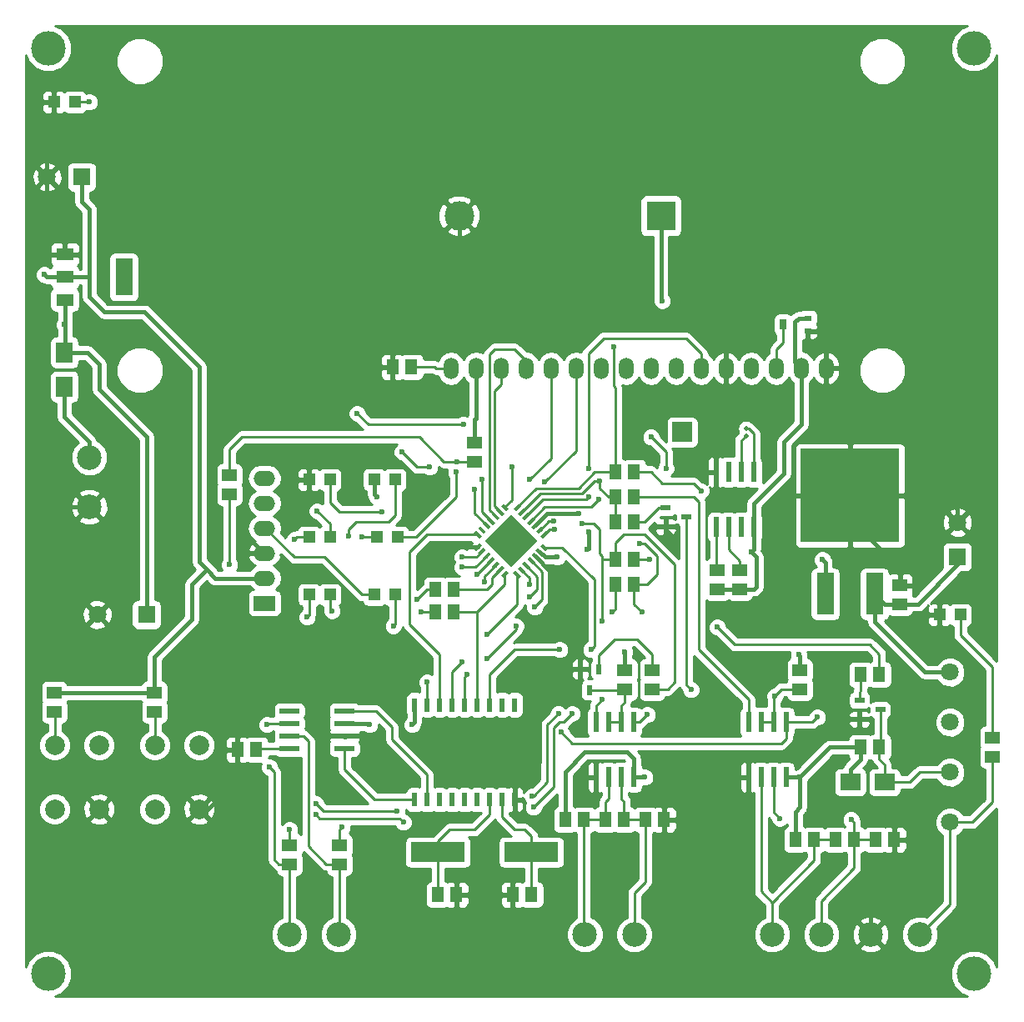
<source format=gbr>
G04 #@! TF.FileFunction,Copper,L1,Top,Signal*
%FSLAX46Y46*%
G04 Gerber Fmt 4.6, Leading zero omitted, Abs format (unit mm)*
G04 Created by KiCad (PCBNEW 4.0.6) date 07/24/17 16:42:21*
%MOMM*%
%LPD*%
G01*
G04 APERTURE LIST*
%ADD10C,0.100000*%
%ADD11R,0.551180X1.430020*%
%ADD12O,1.500000X2.200000*%
%ADD13C,3.500120*%
%ADD14C,2.500000*%
%ADD15C,2.999740*%
%ADD16R,2.997200X2.997200*%
%ADD17R,1.800000X1.800000*%
%ADD18C,1.800000*%
%ADD19R,1.498600X1.300480*%
%ADD20R,1.300480X1.498600*%
%ADD21R,1.699260X2.100580*%
%ADD22R,1.198880X1.198880*%
%ADD23R,2.100580X1.699260*%
%ADD24R,2.199640X1.524000*%
%ADD25O,2.199640X1.524000*%
%ADD26R,1.000760X0.599440*%
%ADD27R,0.599440X1.000760*%
%ADD28R,0.800100X0.599440*%
%ADD29R,0.701040X1.099820*%
%ADD30R,0.599440X1.998980*%
%ADD31R,1.800860X1.300480*%
%ADD32R,1.800860X3.799840*%
%ADD33R,1.800860X4.201160*%
%ADD34R,9.999980X9.499600*%
%ADD35R,1.998980X0.599440*%
%ADD36O,0.500000X0.500000*%
%ADD37R,2.000000X2.000000*%
%ADD38R,5.499100X1.998980*%
%ADD39C,1.998980*%
%ADD40C,0.600000*%
%ADD41C,0.400000*%
%ADD42C,0.250000*%
%ADD43C,0.254000*%
G04 APERTURE END LIST*
D10*
D11*
X60198000Y-99298760D03*
X61468000Y-99298760D03*
X62738000Y-99298760D03*
X64008000Y-99298760D03*
X65278000Y-99298760D03*
X66548000Y-99298760D03*
X67818000Y-99298760D03*
X69088000Y-99298760D03*
X70358000Y-99298760D03*
X70358000Y-89677240D03*
X69088000Y-89677240D03*
X67818000Y-89677240D03*
X66548000Y-89677240D03*
X65278000Y-89677240D03*
X64008000Y-89677240D03*
X62738000Y-89677240D03*
X61468000Y-89677240D03*
X60198000Y-89677240D03*
D12*
X102000000Y-55500000D03*
X99460000Y-55500000D03*
X96920000Y-55500000D03*
X94380000Y-55500000D03*
X91840000Y-55500000D03*
X89300000Y-55500000D03*
X86760000Y-55500000D03*
X84220000Y-55500000D03*
X81680000Y-55500000D03*
X79140000Y-55500000D03*
X76600000Y-55500000D03*
X74060000Y-55500000D03*
X71520000Y-55500000D03*
X68980000Y-55500000D03*
X66440000Y-55500000D03*
X63900000Y-55500000D03*
D13*
X23000000Y-23000000D03*
X23000000Y-117000000D03*
D14*
X111500000Y-113000000D03*
X106500000Y-113000000D03*
X96500000Y-113000000D03*
X101500000Y-113000000D03*
D15*
X64716800Y-40000000D03*
D16*
X85214600Y-40000000D03*
D17*
X32980000Y-80518000D03*
D18*
X27980000Y-80518000D03*
D19*
X109474000Y-79438500D03*
X109474000Y-77533500D03*
D17*
X115316000Y-74648000D03*
D18*
X115316000Y-71148000D03*
D17*
X26388000Y-36068000D03*
D18*
X22888000Y-36068000D03*
D20*
X62547500Y-108966000D03*
X64452500Y-108966000D03*
X72072500Y-108966000D03*
X70167500Y-108966000D03*
D21*
X24638000Y-53896260D03*
X24638000Y-57355740D03*
D22*
X25687020Y-28448000D03*
X23588980Y-28448000D03*
X58199020Y-66802000D03*
X56100980Y-66802000D03*
X51595020Y-66802000D03*
X49496980Y-66802000D03*
D23*
X104442260Y-97536000D03*
X107901740Y-97536000D03*
D22*
X115603020Y-80518000D03*
X113504980Y-80518000D03*
X49496980Y-72644000D03*
X51595020Y-72644000D03*
X58199020Y-78486000D03*
X56100980Y-78486000D03*
X56354980Y-72644000D03*
X58453020Y-72644000D03*
X49496980Y-78486000D03*
X51595020Y-78486000D03*
D14*
X27178000Y-64556000D03*
X27178000Y-69556000D03*
D24*
X44958000Y-79350000D03*
D25*
X44958000Y-76810000D03*
X44958000Y-74270000D03*
X44958000Y-71730000D03*
X44958000Y-69190000D03*
X44958000Y-66650000D03*
D14*
X47500000Y-113000000D03*
X52500000Y-113000000D03*
D26*
X105369360Y-89217500D03*
X107482640Y-90170000D03*
X105369360Y-91122500D03*
D27*
X78930500Y-86065360D03*
X77978000Y-88178640D03*
X77025500Y-86065360D03*
D26*
X85684360Y-69659500D03*
X87797640Y-70612000D03*
X85684360Y-71564500D03*
D19*
X90932000Y-76009500D03*
X90932000Y-77914500D03*
X93218000Y-76009500D03*
X93218000Y-77914500D03*
D20*
X62293500Y-77978000D03*
X64198500Y-77978000D03*
D19*
X41402000Y-68262500D03*
X41402000Y-66357500D03*
D20*
X62293500Y-80264000D03*
X64198500Y-80264000D03*
X107378500Y-86614000D03*
X105473500Y-86614000D03*
X107378500Y-93980000D03*
X105473500Y-93980000D03*
X59880500Y-55372000D03*
X57975500Y-55372000D03*
D19*
X52578000Y-103949500D03*
X52578000Y-105854500D03*
X118872000Y-93027500D03*
X118872000Y-94932500D03*
X47498000Y-103949500D03*
X47498000Y-105854500D03*
X84328000Y-86169500D03*
X84328000Y-88074500D03*
D20*
X82486500Y-71120000D03*
X80581500Y-71120000D03*
D19*
X81534000Y-88074500D03*
X81534000Y-86169500D03*
X99314000Y-88074500D03*
X99314000Y-86169500D03*
D20*
X80581500Y-77470000D03*
X82486500Y-77470000D03*
X82486500Y-74930000D03*
X80581500Y-74930000D03*
X80581500Y-66040000D03*
X82486500Y-66040000D03*
X82486500Y-68580000D03*
X80581500Y-68580000D03*
X42227500Y-94234000D03*
X44132500Y-94234000D03*
X77406500Y-101346000D03*
X75501500Y-101346000D03*
X81470500Y-101346000D03*
X79565500Y-101346000D03*
X85534500Y-101346000D03*
X83629500Y-101346000D03*
X100774500Y-103378000D03*
X98869500Y-103378000D03*
X104838500Y-103378000D03*
X102933500Y-103378000D03*
X108902500Y-103378000D03*
X106997500Y-103378000D03*
D18*
X114554000Y-96520000D03*
X114554000Y-91440000D03*
X114554000Y-86360000D03*
X114554000Y-101600000D03*
D28*
X100106480Y-51704240D03*
D29*
X97607120Y-51054000D03*
D28*
X100106480Y-50403760D03*
D10*
G36*
X68745458Y-69658446D02*
X69311215Y-70224203D01*
X69063360Y-70472058D01*
X68497603Y-69906301D01*
X68745458Y-69658446D01*
X68745458Y-69658446D01*
G37*
G36*
X68285669Y-70118235D02*
X68851426Y-70683992D01*
X68603571Y-70931847D01*
X68037814Y-70366090D01*
X68285669Y-70118235D01*
X68285669Y-70118235D01*
G37*
G36*
X67825880Y-70578025D02*
X68391637Y-71143782D01*
X68143782Y-71391637D01*
X67578025Y-70825880D01*
X67825880Y-70578025D01*
X67825880Y-70578025D01*
G37*
G36*
X67366090Y-71037814D02*
X67931847Y-71603571D01*
X67683992Y-71851426D01*
X67118235Y-71285669D01*
X67366090Y-71037814D01*
X67366090Y-71037814D01*
G37*
G36*
X66762618Y-73230792D02*
X67010473Y-73478647D01*
X66444716Y-74044404D01*
X66196861Y-73796549D01*
X66762618Y-73230792D01*
X66762618Y-73230792D01*
G37*
G36*
X67222407Y-73690581D02*
X67470262Y-73938436D01*
X66904505Y-74504193D01*
X66656650Y-74256338D01*
X67222407Y-73690581D01*
X67222407Y-73690581D01*
G37*
G36*
X67682196Y-74150370D02*
X67930051Y-74398225D01*
X67364294Y-74963982D01*
X67116439Y-74716127D01*
X67682196Y-74150370D01*
X67682196Y-74150370D01*
G37*
G36*
X68141985Y-74610160D02*
X68389840Y-74858015D01*
X67824083Y-75423772D01*
X67576228Y-75175917D01*
X68141985Y-74610160D01*
X68141985Y-74610160D01*
G37*
G36*
X68601775Y-75069949D02*
X68849630Y-75317804D01*
X68283873Y-75883561D01*
X68036018Y-75635706D01*
X68601775Y-75069949D01*
X68601775Y-75069949D01*
G37*
G36*
X69061564Y-75529738D02*
X69309419Y-75777593D01*
X68743662Y-76343350D01*
X68495807Y-76095495D01*
X69061564Y-75529738D01*
X69061564Y-75529738D01*
G37*
G36*
X69521353Y-75989527D02*
X69769208Y-76237382D01*
X69203451Y-76803139D01*
X68955596Y-76555284D01*
X69521353Y-75989527D01*
X69521353Y-75989527D01*
G37*
G36*
X69205247Y-69198657D02*
X69771004Y-69764414D01*
X69523149Y-70012269D01*
X68957392Y-69446512D01*
X69205247Y-69198657D01*
X69205247Y-69198657D01*
G37*
G36*
X68656554Y-71656554D02*
X70000000Y-73000000D01*
X68656554Y-74343446D01*
X67313108Y-73000000D01*
X68656554Y-71656554D01*
X68656554Y-71656554D01*
G37*
G36*
X70000000Y-70313108D02*
X71343446Y-71656554D01*
X70000000Y-73000000D01*
X68656554Y-71656554D01*
X70000000Y-70313108D01*
X70000000Y-70313108D01*
G37*
G36*
X71343446Y-71656554D02*
X72686892Y-73000000D01*
X71343446Y-74343446D01*
X70000000Y-73000000D01*
X71343446Y-71656554D01*
X71343446Y-71656554D01*
G37*
G36*
X70000000Y-73000000D02*
X71343446Y-74343446D01*
X70000000Y-75686892D01*
X68656554Y-74343446D01*
X70000000Y-73000000D01*
X70000000Y-73000000D01*
G37*
G36*
X70442726Y-76025448D02*
X71008483Y-76591205D01*
X70760628Y-76839060D01*
X70194871Y-76273303D01*
X70442726Y-76025448D01*
X70442726Y-76025448D01*
G37*
G36*
X70902515Y-75565659D02*
X71468272Y-76131416D01*
X71220417Y-76379271D01*
X70654660Y-75813514D01*
X70902515Y-75565659D01*
X70902515Y-75565659D01*
G37*
G36*
X71362304Y-75105870D02*
X71928061Y-75671627D01*
X71680206Y-75919482D01*
X71114449Y-75353725D01*
X71362304Y-75105870D01*
X71362304Y-75105870D01*
G37*
G36*
X71858015Y-74610160D02*
X72423772Y-75175917D01*
X72175917Y-75423772D01*
X71610160Y-74858015D01*
X71858015Y-74610160D01*
X71858015Y-74610160D01*
G37*
G36*
X72281883Y-74186291D02*
X72847640Y-74752048D01*
X72599785Y-74999903D01*
X72034028Y-74434146D01*
X72281883Y-74186291D01*
X72281883Y-74186291D01*
G37*
G36*
X72741672Y-73726502D02*
X73307429Y-74292259D01*
X73059574Y-74540114D01*
X72493817Y-73974357D01*
X72741672Y-73726502D01*
X72741672Y-73726502D01*
G37*
G36*
X73201461Y-73266713D02*
X73767218Y-73832470D01*
X73519363Y-74080325D01*
X72953606Y-73514568D01*
X73201461Y-73266713D01*
X73201461Y-73266713D01*
G37*
G36*
X73553488Y-71957392D02*
X73801343Y-72205247D01*
X73235586Y-72771004D01*
X72987731Y-72523149D01*
X73553488Y-71957392D01*
X73553488Y-71957392D01*
G37*
G36*
X73093699Y-71497603D02*
X73341554Y-71745458D01*
X72775797Y-72311215D01*
X72527942Y-72063360D01*
X73093699Y-71497603D01*
X73093699Y-71497603D01*
G37*
G36*
X72633910Y-71037814D02*
X72881765Y-71285669D01*
X72316008Y-71851426D01*
X72068153Y-71603571D01*
X72633910Y-71037814D01*
X72633910Y-71037814D01*
G37*
G36*
X72174120Y-70578025D02*
X72421975Y-70825880D01*
X71856218Y-71391637D01*
X71608363Y-71143782D01*
X72174120Y-70578025D01*
X72174120Y-70578025D01*
G37*
G36*
X71714331Y-70118235D02*
X71962186Y-70366090D01*
X71396429Y-70931847D01*
X71148574Y-70683992D01*
X71714331Y-70118235D01*
X71714331Y-70118235D01*
G37*
G36*
X71254542Y-69658446D02*
X71502397Y-69906301D01*
X70936640Y-70472058D01*
X70688785Y-70224203D01*
X71254542Y-69658446D01*
X71254542Y-69658446D01*
G37*
G36*
X70794753Y-69198657D02*
X71042608Y-69446512D01*
X70476851Y-70012269D01*
X70228996Y-69764414D01*
X70794753Y-69198657D01*
X70794753Y-69198657D01*
G37*
G36*
X66906301Y-71497603D02*
X67472058Y-72063360D01*
X67224203Y-72311215D01*
X66658446Y-71745458D01*
X66906301Y-71497603D01*
X66906301Y-71497603D01*
G37*
G36*
X66446512Y-71957392D02*
X67012269Y-72523149D01*
X66764414Y-72771004D01*
X66198657Y-72205247D01*
X66446512Y-71957392D01*
X66446512Y-71957392D01*
G37*
D30*
X94615000Y-66040000D03*
X93345000Y-66040000D03*
X92075000Y-66040000D03*
X90805000Y-66040000D03*
X90805000Y-71628000D03*
X92075000Y-71628000D03*
X93345000Y-71628000D03*
X94615000Y-71628000D03*
D31*
X24686260Y-43926760D03*
X24686260Y-46228000D03*
X24686260Y-48529240D03*
D32*
X30685740Y-46228000D03*
D33*
X101894640Y-78407260D03*
X106893360Y-78407260D03*
D34*
X104394000Y-68404740D03*
D35*
X53086000Y-94107000D03*
X53086000Y-92837000D03*
X53086000Y-91567000D03*
X53086000Y-90297000D03*
X47498000Y-90297000D03*
X47498000Y-91567000D03*
X47498000Y-92837000D03*
X47498000Y-94107000D03*
D30*
X82423000Y-91440000D03*
X81153000Y-91440000D03*
X79883000Y-91440000D03*
X78613000Y-91440000D03*
X78613000Y-97028000D03*
X79883000Y-97028000D03*
X81153000Y-97028000D03*
X82423000Y-97028000D03*
X97917000Y-91440000D03*
X96647000Y-91440000D03*
X95377000Y-91440000D03*
X94107000Y-91440000D03*
X94107000Y-97028000D03*
X95377000Y-97028000D03*
X96647000Y-97028000D03*
X97917000Y-97028000D03*
D36*
X93848000Y-61626000D03*
X93848000Y-62326000D03*
D37*
X87378000Y-61976000D03*
D38*
X62560200Y-104648000D03*
X72059800Y-104648000D03*
D14*
X77500000Y-113000000D03*
X82500000Y-113000000D03*
D19*
X66294000Y-64960500D03*
X66294000Y-63055500D03*
X23622000Y-88455500D03*
X23622000Y-90360500D03*
X33782000Y-88455500D03*
X33782000Y-90360500D03*
D39*
X23657560Y-93776800D03*
X28158440Y-100279200D03*
X28158440Y-93776800D03*
X23657560Y-100279200D03*
X33817560Y-93776800D03*
X38318440Y-100279200D03*
X38318440Y-93776800D03*
X33817560Y-100279200D03*
D13*
X117000000Y-23000000D03*
X117000000Y-117000000D03*
D40*
X53848000Y-82550000D03*
X47498000Y-97218500D03*
X96520000Y-104140000D03*
X90932000Y-91440000D03*
X73152000Y-88646000D03*
X60833000Y-74676000D03*
X60325000Y-67056000D03*
X101727000Y-51181000D03*
X86614000Y-72771000D03*
X73914000Y-80010000D03*
X76708000Y-80264000D03*
X93980000Y-99314000D03*
X87376000Y-101346000D03*
X72898000Y-95504000D03*
X77216000Y-97028000D03*
X64262000Y-111760000D03*
X42227500Y-97218500D03*
X51054000Y-92964000D03*
X24638000Y-41656000D03*
X85344000Y-48641000D03*
X76835000Y-70231000D03*
X65024000Y-75692000D03*
X65024000Y-74676000D03*
X77851000Y-72136000D03*
X77724000Y-73914000D03*
X99187000Y-84582000D03*
X94361000Y-74168000D03*
X74676000Y-74676000D03*
X81534000Y-84328000D03*
X99314000Y-97028000D03*
X83566000Y-97028000D03*
X56388000Y-68580000D03*
X55626000Y-91694000D03*
X59944000Y-91694000D03*
X22606000Y-45974000D03*
X24638000Y-51054000D03*
X101600000Y-74930000D03*
X52832000Y-102108000D03*
X47498000Y-102362000D03*
X27178000Y-28448000D03*
X60833000Y-80264000D03*
X53467000Y-72517000D03*
X56896000Y-70104000D03*
X60452000Y-78994000D03*
X48006000Y-72898000D03*
X77216000Y-71247000D03*
X79248000Y-81153000D03*
X71882000Y-78740000D03*
X50292000Y-69977000D03*
X58928000Y-64008000D03*
X61722000Y-65532000D03*
X58039000Y-81661000D03*
X78994000Y-66929000D03*
X85725000Y-65659000D03*
X54356000Y-60071000D03*
X65151000Y-61214000D03*
X84201000Y-62484000D03*
X54864000Y-72644000D03*
X83058000Y-73279000D03*
X64389000Y-66040000D03*
X83820000Y-90678000D03*
X83312000Y-80264000D03*
X49276000Y-80772000D03*
X89281000Y-67945000D03*
X101092000Y-90932000D03*
X75057000Y-92456000D03*
X51816000Y-80137000D03*
X78867000Y-68834000D03*
X77851000Y-68580000D03*
X77851000Y-65659000D03*
X73406000Y-67056000D03*
X66294000Y-67818000D03*
X71882000Y-66802000D03*
X67056000Y-66802000D03*
X41402000Y-75438000D03*
X80391000Y-53340000D03*
X45212000Y-91694000D03*
X45466000Y-96012000D03*
X96774000Y-88773000D03*
X88265000Y-88138000D03*
X70104000Y-65532000D03*
X64516000Y-65024000D03*
X67310000Y-77216000D03*
X90932000Y-81788000D03*
X72390000Y-79756000D03*
X80264000Y-80264000D03*
X84074000Y-74930000D03*
X79248000Y-89154000D03*
X104521000Y-101346000D03*
X97282000Y-101219000D03*
X66548000Y-76454000D03*
X61468000Y-87376000D03*
X65024000Y-85344000D03*
X67564000Y-82550000D03*
X70485000Y-81661000D03*
X67564000Y-84963000D03*
X71882000Y-77470000D03*
X65532000Y-86614000D03*
X74930000Y-84074000D03*
X78105000Y-84074000D03*
X72263000Y-100076000D03*
X59055000Y-101600000D03*
X50165000Y-100838000D03*
X74422000Y-71882000D03*
X76200000Y-90551000D03*
X74803000Y-90551000D03*
X74295000Y-70993000D03*
X50165000Y-99695000D03*
X58420000Y-100457000D03*
X72136000Y-98933000D03*
D41*
X51054000Y-92964000D02*
X51054000Y-85344000D01*
X51054000Y-85344000D02*
X53848000Y-82550000D01*
X47498000Y-97218500D02*
X47498000Y-97282000D01*
X49496980Y-66802000D02*
X49496980Y-64008000D01*
X49496980Y-64008000D02*
X49530000Y-64008000D01*
X44958000Y-74270000D02*
X42926000Y-72238000D01*
X60325000Y-66802000D02*
X60325000Y-67056000D01*
X57531000Y-64008000D02*
X60325000Y-66802000D01*
X44577000Y-64008000D02*
X49530000Y-64008000D01*
X49530000Y-64008000D02*
X57531000Y-64008000D01*
X42926000Y-65659000D02*
X44577000Y-64008000D01*
X42926000Y-72238000D02*
X42926000Y-65659000D01*
X66603667Y-73637598D02*
X61871402Y-73637598D01*
X61871402Y-73637598D02*
X60833000Y-74676000D01*
X109474000Y-77533500D02*
X109474000Y-75819000D01*
X109474000Y-75819000D02*
X104394000Y-70739000D01*
X104394000Y-70739000D02*
X104394000Y-68404740D01*
X102000000Y-55500000D02*
X102000000Y-59709000D01*
X104394000Y-62103000D02*
X104394000Y-68404740D01*
X102000000Y-59709000D02*
X104394000Y-62103000D01*
X100106480Y-51704240D02*
X101203760Y-51704240D01*
X101203760Y-51704240D02*
X101727000Y-51181000D01*
X91840000Y-55500000D02*
X91840000Y-61195000D01*
X90805000Y-62230000D02*
X90805000Y-66040000D01*
X91840000Y-61195000D02*
X90805000Y-62230000D01*
X85684360Y-71564500D02*
X85684360Y-71841360D01*
X85684360Y-71841360D02*
X86614000Y-72771000D01*
X108902500Y-103378000D02*
X108902500Y-106997500D01*
X106500000Y-109400000D02*
X106500000Y-113000000D01*
X108902500Y-106997500D02*
X106500000Y-109400000D01*
X22888000Y-36068000D02*
X22888000Y-32230000D01*
X23588980Y-31529020D02*
X23588980Y-28448000D01*
X22888000Y-32230000D02*
X23588980Y-31529020D01*
X72440834Y-74593097D02*
X73914000Y-76066263D01*
X73914000Y-76066263D02*
X73914000Y-80010000D01*
X113504980Y-80518000D02*
X113504980Y-79281020D01*
X117602000Y-73434000D02*
X115316000Y-71148000D01*
X117602000Y-76708000D02*
X117602000Y-73434000D01*
X116332000Y-77978000D02*
X117602000Y-76708000D01*
X114808000Y-77978000D02*
X116332000Y-77978000D01*
X113504980Y-79281020D02*
X114808000Y-77978000D01*
X104394000Y-68404740D02*
X113870740Y-68404740D01*
X113870740Y-68404740D02*
X115316000Y-69850000D01*
X115316000Y-69850000D02*
X115316000Y-71148000D01*
X77025500Y-86065360D02*
X77025500Y-80581500D01*
X77025500Y-80581500D02*
X76708000Y-80264000D01*
X77025500Y-86065360D02*
X75732640Y-86065360D01*
X72898000Y-88900000D02*
X72898000Y-95504000D01*
X75732640Y-86065360D02*
X73152000Y-88646000D01*
X73152000Y-88646000D02*
X72898000Y-88900000D01*
X93980000Y-99314000D02*
X94107000Y-99187000D01*
X94107000Y-97028000D02*
X94107000Y-99187000D01*
X91948000Y-101346000D02*
X87376000Y-101346000D01*
X94107000Y-99187000D02*
X91948000Y-101346000D01*
X87376000Y-101346000D02*
X85534500Y-101346000D01*
X70358000Y-99298760D02*
X70358000Y-98044000D01*
X70358000Y-98044000D02*
X72898000Y-95504000D01*
X78613000Y-97028000D02*
X77216000Y-97028000D01*
X70167500Y-108966000D02*
X64452500Y-108966000D01*
X64452500Y-111569500D02*
X64452500Y-108966000D01*
X64262000Y-111760000D02*
X64452500Y-111569500D01*
X44044000Y-74270000D02*
X44958000Y-74270000D01*
X51181000Y-92837000D02*
X53086000Y-92837000D01*
X51054000Y-92964000D02*
X51181000Y-92837000D01*
X42227500Y-94234000D02*
X42227500Y-97218500D01*
X42227500Y-97218500D02*
X39166800Y-100279200D01*
X39166800Y-100279200D02*
X38318440Y-100279200D01*
X64716800Y-40000000D02*
X64716800Y-42217200D01*
X57975500Y-48958500D02*
X57975500Y-55372000D01*
X64716800Y-42217200D02*
X57975500Y-48958500D01*
X27178000Y-69556000D02*
X24090000Y-69556000D01*
X22621240Y-43926760D02*
X24686260Y-43926760D01*
X21590000Y-44958000D02*
X22621240Y-43926760D01*
X21590000Y-67056000D02*
X21590000Y-44958000D01*
X24090000Y-69556000D02*
X21590000Y-67056000D01*
X24638000Y-41656000D02*
X24686260Y-41656000D01*
X24686260Y-41656000D02*
X24638000Y-41656000D01*
X24638000Y-41656000D02*
X24686260Y-41656000D01*
X24686260Y-43926760D02*
X24686260Y-41656000D01*
X24686260Y-41656000D02*
X24686260Y-40434260D01*
X22888000Y-38636000D02*
X22888000Y-36068000D01*
X24686260Y-40434260D02*
X22888000Y-38636000D01*
X72474959Y-71444620D02*
X73688579Y-70231000D01*
X85214600Y-48511600D02*
X85214600Y-40000000D01*
X85344000Y-48641000D02*
X85214600Y-48511600D01*
X73688579Y-70231000D02*
X76835000Y-70231000D01*
D42*
X67523245Y-74557176D02*
X66388421Y-75692000D01*
X66388421Y-75692000D02*
X65024000Y-75692000D01*
X67063456Y-74097387D02*
X66484843Y-74676000D01*
X66484843Y-74676000D02*
X65024000Y-74676000D01*
D41*
X77851000Y-73787000D02*
X77851000Y-72136000D01*
X77724000Y-73914000D02*
X77851000Y-73787000D01*
X100106480Y-50403760D02*
X99202240Y-50403760D01*
X98806000Y-50800000D02*
X98806000Y-54846000D01*
X99202240Y-50403760D02*
X98806000Y-50800000D01*
X98806000Y-54846000D02*
X99460000Y-55500000D01*
X99460000Y-55500000D02*
X99460000Y-61195000D01*
X94615000Y-69215000D02*
X94615000Y-71628000D01*
X97663000Y-66167000D02*
X94615000Y-69215000D01*
X97663000Y-62992000D02*
X97663000Y-66167000D01*
X99460000Y-61195000D02*
X97663000Y-62992000D01*
X99314000Y-86169500D02*
X99314000Y-84709000D01*
X99314000Y-84709000D02*
X99187000Y-84582000D01*
X93218000Y-77914500D02*
X94678500Y-77914500D01*
X94869000Y-74676000D02*
X94361000Y-74168000D01*
X94869000Y-77724000D02*
X94869000Y-74676000D01*
X94678500Y-77914500D02*
X94869000Y-77724000D01*
X90932000Y-77914500D02*
X93218000Y-77914500D01*
X94615000Y-71628000D02*
X94615000Y-73914000D01*
X94615000Y-73914000D02*
X94361000Y-74168000D01*
X72900623Y-74133308D02*
X73443315Y-74676000D01*
X73443315Y-74676000D02*
X74676000Y-74676000D01*
X104442260Y-97536000D02*
X104442260Y-96217740D01*
X105473500Y-95186500D02*
X105473500Y-93980000D01*
X104442260Y-96217740D02*
X105473500Y-95186500D01*
X105473500Y-93980000D02*
X102362000Y-93980000D01*
X102362000Y-93980000D02*
X99314000Y-97028000D01*
X81534000Y-84328000D02*
X81534000Y-86169500D01*
X99314000Y-97028000D02*
X99314000Y-100076000D01*
X98869500Y-100520500D02*
X98869500Y-103378000D01*
X99314000Y-100076000D02*
X98869500Y-100520500D01*
X99314000Y-97028000D02*
X97917000Y-97028000D01*
X83566000Y-97028000D02*
X82423000Y-97028000D01*
X82423000Y-97028000D02*
X82423000Y-95123000D01*
X75501500Y-96456500D02*
X75501500Y-101346000D01*
X77470000Y-94488000D02*
X75501500Y-96456500D01*
X81788000Y-94488000D02*
X77470000Y-94488000D01*
X82423000Y-95123000D02*
X81788000Y-94488000D01*
X56100980Y-66802000D02*
X56100980Y-68292980D01*
X56100980Y-68292980D02*
X56388000Y-68580000D01*
X53086000Y-91567000D02*
X55499000Y-91567000D01*
X55499000Y-91567000D02*
X55626000Y-91694000D01*
X60198000Y-89677240D02*
X60198000Y-91440000D01*
X60198000Y-91440000D02*
X59944000Y-91694000D01*
X33782000Y-88455500D02*
X33782000Y-84836000D01*
X37592000Y-77470000D02*
X39116000Y-75946000D01*
X37592000Y-81026000D02*
X37592000Y-77470000D01*
X33782000Y-84836000D02*
X37592000Y-81026000D01*
X33782000Y-88455500D02*
X23622000Y-88455500D01*
X32766000Y-49784000D02*
X38354000Y-55372000D01*
X27178000Y-48260000D02*
X27178000Y-46228000D01*
X28702000Y-49784000D02*
X27178000Y-48260000D01*
X32766000Y-49784000D02*
X28702000Y-49784000D01*
X39116000Y-75946000D02*
X38354000Y-75184000D01*
X38354000Y-55372000D02*
X38354000Y-75184000D01*
X66440000Y-55500000D02*
X66440000Y-60560000D01*
X66294000Y-60706000D02*
X66294000Y-63055500D01*
X66440000Y-60560000D02*
X66294000Y-60706000D01*
X44958000Y-76810000D02*
X39980000Y-76810000D01*
X39980000Y-76810000D02*
X39116000Y-75946000D01*
X24686260Y-46228000D02*
X27178000Y-46228000D01*
X27178000Y-46228000D02*
X27178000Y-44704000D01*
X27178000Y-44704000D02*
X27178000Y-39370000D01*
X27178000Y-39370000D02*
X26388000Y-38580000D01*
X26388000Y-38580000D02*
X26388000Y-36068000D01*
X22860000Y-46228000D02*
X24686260Y-46228000D01*
X22606000Y-45974000D02*
X22860000Y-46228000D01*
X101894640Y-78407260D02*
X101894640Y-75224640D01*
X101894640Y-75224640D02*
X101600000Y-74930000D01*
X24638000Y-51054000D02*
X24686260Y-51054000D01*
X24686260Y-51054000D02*
X24638000Y-51054000D01*
X24638000Y-51054000D02*
X24686260Y-51054000D01*
X24686260Y-48529240D02*
X24686260Y-51054000D01*
X24686260Y-51054000D02*
X24686260Y-53848000D01*
X24686260Y-53848000D02*
X24638000Y-53896260D01*
X32980000Y-80518000D02*
X32980000Y-62444000D01*
X26972260Y-53896260D02*
X24638000Y-53896260D01*
X28194000Y-55118000D02*
X26972260Y-53896260D01*
X28194000Y-57658000D02*
X28194000Y-55118000D01*
X32980000Y-62444000D02*
X28194000Y-57658000D01*
X109474000Y-79438500D02*
X111315500Y-79438500D01*
X111315500Y-79438500D02*
X115316000Y-75438000D01*
X115316000Y-75438000D02*
X115316000Y-74648000D01*
X106893360Y-78407260D02*
X107924600Y-79438500D01*
X107924600Y-79438500D02*
X109474000Y-79438500D01*
X106893360Y-78407260D02*
X106893360Y-81239360D01*
X112014000Y-86360000D02*
X114554000Y-86360000D01*
X106893360Y-81239360D02*
X112014000Y-86360000D01*
D42*
X67818000Y-99298760D02*
X67818000Y-100838000D01*
X62560200Y-103555800D02*
X62560200Y-104648000D01*
X63754000Y-102362000D02*
X62560200Y-103555800D01*
X66294000Y-102362000D02*
X63754000Y-102362000D01*
X67818000Y-100838000D02*
X66294000Y-102362000D01*
X62560200Y-104648000D02*
X62560200Y-108953300D01*
X62560200Y-108953300D02*
X62547500Y-108966000D01*
X69088000Y-99298760D02*
X69088000Y-101092000D01*
X72059800Y-103047800D02*
X72059800Y-104648000D01*
X71374000Y-102362000D02*
X72059800Y-103047800D01*
X70358000Y-102362000D02*
X71374000Y-102362000D01*
X69088000Y-101092000D02*
X70358000Y-102362000D01*
X72059800Y-104648000D02*
X72059800Y-108953300D01*
X72059800Y-108953300D02*
X72072500Y-108966000D01*
X52578000Y-102362000D02*
X52578000Y-103949500D01*
X52832000Y-102108000D02*
X52578000Y-102362000D01*
X47498000Y-103949500D02*
X47498000Y-102362000D01*
D41*
X27178000Y-64556000D02*
X27178000Y-62992000D01*
X24638000Y-60452000D02*
X24638000Y-57355740D01*
X27178000Y-62992000D02*
X24638000Y-60452000D01*
D42*
X27178000Y-28448000D02*
X25687020Y-28448000D01*
X60833000Y-80264000D02*
X62293500Y-80264000D01*
X58199020Y-70451980D02*
X58199020Y-66802000D01*
X57531000Y-71120000D02*
X58199020Y-70451980D01*
X54229000Y-71120000D02*
X57531000Y-71120000D01*
X53467000Y-71882000D02*
X54229000Y-71120000D01*
X53467000Y-72517000D02*
X53467000Y-71882000D01*
X62293500Y-77978000D02*
X61468000Y-77978000D01*
X51595020Y-69121020D02*
X51595020Y-66802000D01*
X52578000Y-70104000D02*
X51595020Y-69121020D01*
X56896000Y-70104000D02*
X52578000Y-70104000D01*
X61468000Y-77978000D02*
X60452000Y-78994000D01*
X107482640Y-90170000D02*
X107482640Y-93875860D01*
X107482640Y-93875860D02*
X107378500Y-93980000D01*
X114554000Y-96520000D02*
X111506000Y-96520000D01*
X110490000Y-97536000D02*
X107901740Y-97536000D01*
X111506000Y-96520000D02*
X110490000Y-97536000D01*
X107901740Y-97536000D02*
X107901740Y-95709740D01*
X107378500Y-95186500D02*
X107378500Y-93980000D01*
X107901740Y-95709740D02*
X107378500Y-95186500D01*
X115603020Y-80518000D02*
X115603020Y-82583020D01*
X118872000Y-85852000D02*
X118872000Y-93027500D01*
X115603020Y-82583020D02*
X118872000Y-85852000D01*
X49496980Y-72644000D02*
X48260000Y-72644000D01*
X48260000Y-72644000D02*
X48006000Y-72898000D01*
X80581500Y-74930000D02*
X79248000Y-74930000D01*
X79248000Y-81153000D02*
X79248000Y-77978000D01*
X79248000Y-77978000D02*
X79248000Y-74930000D01*
X72644000Y-76635421D02*
X72644000Y-77978000D01*
X72644000Y-77978000D02*
X71882000Y-78740000D01*
X71521255Y-75512676D02*
X72644000Y-76635421D01*
X79248000Y-74930000D02*
X79248000Y-74549000D01*
X51595020Y-71280020D02*
X50292000Y-69977000D01*
X58928000Y-64008000D02*
X60452000Y-65532000D01*
X60452000Y-65532000D02*
X61722000Y-65532000D01*
X77216000Y-71247000D02*
X78359000Y-71247000D01*
X78359000Y-71247000D02*
X78994000Y-71882000D01*
X78994000Y-71882000D02*
X78994000Y-74295000D01*
X78994000Y-74295000D02*
X79248000Y-74549000D01*
X51595020Y-72644000D02*
X51595020Y-71280020D01*
X84328000Y-88074500D02*
X85915500Y-88074500D01*
X80581500Y-73215500D02*
X80581500Y-74930000D01*
X81407000Y-72390000D02*
X80581500Y-73215500D01*
X83566000Y-72390000D02*
X81407000Y-72390000D01*
X86614000Y-75438000D02*
X83566000Y-72390000D01*
X86614000Y-87376000D02*
X86614000Y-75438000D01*
X85915500Y-88074500D02*
X86614000Y-87376000D01*
X58199020Y-81500980D02*
X58199020Y-78486000D01*
X58039000Y-81661000D02*
X58199020Y-81500980D01*
X80581500Y-68580000D02*
X79883000Y-68580000D01*
X78994000Y-67691000D02*
X78994000Y-66929000D01*
X79883000Y-68580000D02*
X78994000Y-67691000D01*
X77724000Y-67691000D02*
X78486000Y-66929000D01*
X77724000Y-67691000D02*
X77216000Y-68199000D01*
X77216000Y-68199000D02*
X72961843Y-68199000D01*
X72961843Y-68199000D02*
X71095591Y-70065252D01*
X78486000Y-66929000D02*
X78994000Y-66929000D01*
X54356000Y-60071000D02*
X55499000Y-61214000D01*
X55499000Y-61214000D02*
X65151000Y-61214000D01*
X84201000Y-62484000D02*
X85725000Y-64008000D01*
X85725000Y-64008000D02*
X85725000Y-65659000D01*
X80581500Y-68580000D02*
X80581500Y-71120000D01*
X56100980Y-78486000D02*
X54864000Y-78486000D01*
X48006000Y-74676000D02*
X45060000Y-71730000D01*
X51054000Y-74676000D02*
X48006000Y-74676000D01*
X54864000Y-78486000D02*
X51054000Y-74676000D01*
X45060000Y-71730000D02*
X44958000Y-71730000D01*
X54864000Y-72644000D02*
X56354980Y-72644000D01*
X83820000Y-77470000D02*
X82486500Y-77470000D01*
X84836000Y-76454000D02*
X83820000Y-77470000D01*
X84836000Y-74549000D02*
X84836000Y-76454000D01*
X83566000Y-73279000D02*
X84836000Y-74549000D01*
X83058000Y-73279000D02*
X83566000Y-73279000D01*
X60325000Y-72644000D02*
X64389000Y-68580000D01*
X58453020Y-72644000D02*
X60325000Y-72644000D01*
X64389000Y-68580000D02*
X64389000Y-66040000D01*
X82423000Y-91440000D02*
X83058000Y-91440000D01*
X83058000Y-91440000D02*
X83820000Y-90678000D01*
X83312000Y-80264000D02*
X82486500Y-79438500D01*
X82486500Y-79438500D02*
X82486500Y-77470000D01*
X49496980Y-80551020D02*
X49496980Y-78486000D01*
X49276000Y-80772000D02*
X49496980Y-80551020D01*
X82486500Y-66040000D02*
X84201000Y-66040000D01*
X88519000Y-67183000D02*
X89281000Y-67945000D01*
X85344000Y-67183000D02*
X88519000Y-67183000D01*
X84201000Y-66040000D02*
X85344000Y-67183000D01*
X100584000Y-91440000D02*
X97917000Y-91440000D01*
X101092000Y-90932000D02*
X100584000Y-91440000D01*
X97917000Y-93091000D02*
X97409000Y-93599000D01*
X97409000Y-93599000D02*
X76200000Y-93599000D01*
X76200000Y-93599000D02*
X75057000Y-92456000D01*
X97917000Y-91440000D02*
X97917000Y-93091000D01*
X51595020Y-79916020D02*
X51595020Y-78486000D01*
X51816000Y-80137000D02*
X51595020Y-79916020D01*
X96920000Y-55500000D02*
X96920000Y-53575000D01*
X97607120Y-52887880D02*
X97607120Y-51054000D01*
X96920000Y-53575000D02*
X97607120Y-52887880D01*
X72015169Y-70984831D02*
X73404000Y-69596000D01*
X78105000Y-69596000D02*
X78867000Y-68834000D01*
X73404000Y-69596000D02*
X78105000Y-69596000D01*
X76835000Y-68834000D02*
X77597000Y-68834000D01*
X77597000Y-68834000D02*
X77851000Y-68580000D01*
X79375000Y-52451000D02*
X77851000Y-53975000D01*
X77851000Y-53975000D02*
X77851000Y-65659000D01*
X89300000Y-55500000D02*
X89300000Y-53994000D01*
X87757000Y-52451000D02*
X79375000Y-52451000D01*
X89300000Y-53994000D02*
X87757000Y-52451000D01*
X73246421Y-68834000D02*
X71555380Y-70525041D01*
X76835000Y-68834000D02*
X73246421Y-68834000D01*
X76581000Y-63881000D02*
X76600000Y-63881000D01*
X73406000Y-67056000D02*
X76581000Y-63881000D01*
X67525041Y-71444620D02*
X66294000Y-70213579D01*
X76600000Y-63881000D02*
X76600000Y-55500000D01*
X66294000Y-70213579D02*
X66294000Y-67818000D01*
X67056000Y-70056000D02*
X67056000Y-66802000D01*
X67984831Y-70984831D02*
X67056000Y-70056000D01*
X74060000Y-64624000D02*
X74060000Y-55500000D01*
X71882000Y-66802000D02*
X74060000Y-64624000D01*
X68444620Y-70525041D02*
X67818000Y-69898421D01*
X70358000Y-53594000D02*
X71520000Y-54756000D01*
X68326000Y-53594000D02*
X70358000Y-53594000D01*
X67818000Y-54102000D02*
X68326000Y-53594000D01*
X67818000Y-69898421D02*
X67818000Y-54102000D01*
X71520000Y-54756000D02*
X71520000Y-55500000D01*
X68904409Y-70065252D02*
X68326000Y-69486843D01*
X68980000Y-57150000D02*
X68980000Y-55500000D01*
X68326000Y-57804000D02*
X68980000Y-57150000D01*
X68326000Y-69486843D02*
X68326000Y-57804000D01*
X63900000Y-55500000D02*
X62358000Y-55500000D01*
X62230000Y-55372000D02*
X59880500Y-55372000D01*
X62358000Y-55500000D02*
X62230000Y-55372000D01*
X41402000Y-68262500D02*
X41402000Y-75438000D01*
X80581500Y-66040000D02*
X80581500Y-57467500D01*
X80391000Y-57277000D02*
X80391000Y-53340000D01*
X80581500Y-57467500D02*
X80391000Y-57277000D01*
X70635802Y-69605463D02*
X72550265Y-67691000D01*
X78486000Y-66040000D02*
X80581500Y-66040000D01*
X76835000Y-67691000D02*
X78486000Y-66040000D01*
X72550265Y-67691000D02*
X76835000Y-67691000D01*
X47498000Y-105854500D02*
X46418500Y-105854500D01*
X45339000Y-91567000D02*
X47498000Y-91567000D01*
X45212000Y-91694000D02*
X45339000Y-91567000D01*
X45974000Y-96520000D02*
X45466000Y-96012000D01*
X45974000Y-105410000D02*
X45974000Y-96520000D01*
X46418500Y-105854500D02*
X45974000Y-105410000D01*
X47498000Y-105854500D02*
X47498000Y-109728000D01*
X47500000Y-109730000D02*
X47500000Y-113000000D01*
X47498000Y-109728000D02*
X47500000Y-109730000D01*
X52578000Y-105854500D02*
X51244500Y-105854500D01*
X48895000Y-92837000D02*
X47498000Y-92837000D01*
X49403000Y-93345000D02*
X48895000Y-92837000D01*
X49403000Y-104013000D02*
X49403000Y-93345000D01*
X51244500Y-105854500D02*
X49403000Y-104013000D01*
X52578000Y-105854500D02*
X52578000Y-112922000D01*
X52578000Y-112922000D02*
X52500000Y-113000000D01*
X114554000Y-101600000D02*
X114554000Y-109946000D01*
X114554000Y-109946000D02*
X111500000Y-113000000D01*
X118872000Y-94932500D02*
X118872000Y-99568000D01*
X116840000Y-101600000D02*
X114554000Y-101600000D01*
X118872000Y-99568000D02*
X116840000Y-101600000D01*
X105473500Y-86614000D02*
X105473500Y-88287860D01*
X105369360Y-88392000D02*
X105369360Y-89217500D01*
X105473500Y-88287860D02*
X105369360Y-88392000D01*
X84328000Y-86169500D02*
X84328000Y-84582000D01*
X78930500Y-84645500D02*
X78930500Y-86065360D01*
X80518000Y-83058000D02*
X78930500Y-84645500D01*
X82804000Y-83058000D02*
X80518000Y-83058000D01*
X84328000Y-84582000D02*
X82804000Y-83058000D01*
X81153000Y-91440000D02*
X81153000Y-89789000D01*
X81534000Y-89408000D02*
X81534000Y-88074500D01*
X81153000Y-89789000D02*
X81534000Y-89408000D01*
X77978000Y-88178640D02*
X81429860Y-88178640D01*
X81429860Y-88178640D02*
X81534000Y-88074500D01*
X81153000Y-91440000D02*
X79883000Y-91440000D01*
X82486500Y-71120000D02*
X83566000Y-71120000D01*
X85026500Y-69659500D02*
X85684360Y-69659500D01*
X83566000Y-71120000D02*
X85026500Y-69659500D01*
X99314000Y-88074500D02*
X97472500Y-88074500D01*
X97472500Y-88074500D02*
X96774000Y-88773000D01*
X87797640Y-70612000D02*
X87797640Y-87670640D01*
X96647000Y-88900000D02*
X96647000Y-91440000D01*
X96774000Y-88773000D02*
X96647000Y-88900000D01*
X87797640Y-87670640D02*
X88265000Y-88138000D01*
X96647000Y-91440000D02*
X95377000Y-91440000D01*
X90932000Y-76009500D02*
X90805000Y-75882500D01*
X90805000Y-75882500D02*
X90805000Y-71628000D01*
X93218000Y-76009500D02*
X93218000Y-75057000D01*
X92075000Y-73914000D02*
X92075000Y-71628000D01*
X93218000Y-75057000D02*
X92075000Y-73914000D01*
X68902613Y-75936544D02*
X68072000Y-76767157D01*
X67564000Y-77978000D02*
X64198500Y-77978000D01*
X68072000Y-77470000D02*
X67564000Y-77978000D01*
X68072000Y-76767157D02*
X68072000Y-77470000D01*
X70104000Y-65532000D02*
X70104000Y-68865661D01*
X70104000Y-68865661D02*
X69364198Y-69605463D01*
X69364198Y-69605463D02*
X70104000Y-68865661D01*
X64516000Y-65024000D02*
X64516000Y-64960500D01*
X64516000Y-64960500D02*
X64516000Y-65024000D01*
X64516000Y-65024000D02*
X64516000Y-64960500D01*
X41402000Y-66357500D02*
X41402000Y-63754000D01*
X63182500Y-64960500D02*
X64516000Y-64960500D01*
X64516000Y-64960500D02*
X66294000Y-64960500D01*
X60706000Y-62484000D02*
X63182500Y-64960500D01*
X42672000Y-62484000D02*
X60706000Y-62484000D01*
X41402000Y-63754000D02*
X42672000Y-62484000D01*
X69362402Y-76396333D02*
X69362402Y-77449598D01*
X69362402Y-77449598D02*
X66548000Y-80264000D01*
X64198500Y-80264000D02*
X66548000Y-80264000D01*
X66548000Y-80264000D02*
X66548000Y-89677240D01*
X90932000Y-81788000D02*
X92710000Y-83566000D01*
X67310000Y-76609579D02*
X67310000Y-77216000D01*
X68442824Y-75476755D02*
X67310000Y-76609579D01*
X107378500Y-84518500D02*
X107378500Y-86614000D01*
X106426000Y-83566000D02*
X107378500Y-84518500D01*
X92710000Y-83566000D02*
X106426000Y-83566000D01*
X73152000Y-76152000D02*
X73152000Y-78994000D01*
X73152000Y-78994000D02*
X72390000Y-79756000D01*
X72016966Y-75016966D02*
X73152000Y-76152000D01*
X80581500Y-79946500D02*
X80581500Y-77470000D01*
X80264000Y-80264000D02*
X80581500Y-79946500D01*
X78613000Y-91440000D02*
X78613000Y-89789000D01*
X84074000Y-74930000D02*
X82486500Y-74930000D01*
X78613000Y-89789000D02*
X79248000Y-89154000D01*
X94107000Y-91440000D02*
X94107000Y-89154000D01*
X88519000Y-68580000D02*
X82486500Y-68580000D01*
X89027000Y-69088000D02*
X88519000Y-68580000D01*
X89027000Y-84074000D02*
X89027000Y-69088000D01*
X94107000Y-89154000D02*
X89027000Y-84074000D01*
X47498000Y-94107000D02*
X44259500Y-94107000D01*
X44259500Y-94107000D02*
X44132500Y-94234000D01*
X79883000Y-97028000D02*
X79883000Y-99187000D01*
X79565500Y-99504500D02*
X79565500Y-101346000D01*
X79883000Y-99187000D02*
X79565500Y-99504500D01*
X77406500Y-101346000D02*
X77406500Y-112906500D01*
X77406500Y-112906500D02*
X77500000Y-113000000D01*
X77406500Y-101346000D02*
X79565500Y-101346000D01*
X81153000Y-97028000D02*
X81153000Y-99187000D01*
X81470500Y-99504500D02*
X81470500Y-101346000D01*
X81153000Y-99187000D02*
X81470500Y-99504500D01*
X83629500Y-101346000D02*
X83629500Y-107632500D01*
X82500000Y-108762000D02*
X82500000Y-113000000D01*
X83629500Y-107632500D02*
X82500000Y-108762000D01*
X81470500Y-101346000D02*
X83629500Y-101346000D01*
X95377000Y-97028000D02*
X95377000Y-108625000D01*
X95377000Y-108625000D02*
X96500000Y-109748000D01*
X100774500Y-103378000D02*
X100774500Y-105473500D01*
X96500000Y-109748000D02*
X96500000Y-113000000D01*
X100774500Y-105473500D02*
X96500000Y-109748000D01*
X100774500Y-103378000D02*
X102933500Y-103378000D01*
X96647000Y-97028000D02*
X96647000Y-100584000D01*
X104838500Y-101663500D02*
X104838500Y-103378000D01*
X104521000Y-101346000D02*
X104838500Y-101663500D01*
X96647000Y-100584000D02*
X97282000Y-101219000D01*
X104838500Y-103378000D02*
X104838500Y-106235500D01*
X101500000Y-109574000D02*
X101500000Y-113000000D01*
X104838500Y-106235500D02*
X101500000Y-109574000D01*
X104838500Y-103378000D02*
X106997500Y-103378000D01*
X67983034Y-75016966D02*
X66548000Y-76452000D01*
X66548000Y-76452000D02*
X66548000Y-76454000D01*
X61468000Y-87376000D02*
X61468000Y-89677240D01*
X64008000Y-89677240D02*
X64008000Y-86360000D01*
X64008000Y-86360000D02*
X65024000Y-85344000D01*
X70601677Y-76432254D02*
X70601677Y-79512323D01*
X70601677Y-79512323D02*
X67564000Y-82550000D01*
X70485000Y-82042000D02*
X67564000Y-84963000D01*
X70485000Y-82042000D02*
X70485000Y-81661000D01*
X65278000Y-89677240D02*
X65278000Y-86868000D01*
X71882000Y-76792999D02*
X71061466Y-75972465D01*
X71882000Y-77470000D02*
X71882000Y-76792999D01*
X65278000Y-86868000D02*
X65532000Y-86614000D01*
X67818000Y-89677240D02*
X67818000Y-86614000D01*
X70358000Y-84074000D02*
X74930000Y-84074000D01*
X67818000Y-86614000D02*
X70358000Y-84074000D01*
X78486000Y-80010000D02*
X78486000Y-83693000D01*
X78486000Y-83693000D02*
X78105000Y-84074000D01*
X73360412Y-73673519D02*
X75197519Y-73673519D01*
X78486000Y-76962000D02*
X78486000Y-80010000D01*
X75197519Y-73673519D02*
X78486000Y-76962000D01*
X66605463Y-72364198D02*
X61493802Y-72364198D01*
X62738000Y-84582000D02*
X62738000Y-89677240D01*
X59690000Y-81534000D02*
X62738000Y-84582000D01*
X59690000Y-74168000D02*
X59690000Y-81534000D01*
X61493802Y-72364198D02*
X59690000Y-74168000D01*
X94615000Y-66040000D02*
X94615000Y-63119000D01*
X94138000Y-61626000D02*
X93848000Y-61626000D01*
X94615000Y-62103000D02*
X94138000Y-61626000D01*
X94615000Y-63119000D02*
X94615000Y-62103000D01*
X93345000Y-66040000D02*
X93345000Y-62829000D01*
X93345000Y-62829000D02*
X93848000Y-62326000D01*
X53086000Y-94107000D02*
X53086000Y-96266000D01*
X56118760Y-99298760D02*
X60198000Y-99298760D01*
X53086000Y-96266000D02*
X56118760Y-99298760D01*
X61468000Y-99298760D02*
X61468000Y-96774000D01*
X56261000Y-90297000D02*
X53086000Y-90297000D01*
X57912000Y-91948000D02*
X56261000Y-90297000D01*
X57912000Y-93218000D02*
X57912000Y-91948000D01*
X61468000Y-96774000D02*
X57912000Y-93218000D01*
X74364002Y-97536000D02*
X74364002Y-97974998D01*
X74364002Y-97974998D02*
X72263000Y-100076000D01*
X59055000Y-101600000D02*
X58674000Y-101219000D01*
X58674000Y-101219000D02*
X50546000Y-101219000D01*
X50546000Y-101219000D02*
X50165000Y-100838000D01*
X73394537Y-72364198D02*
X73876735Y-71882000D01*
X73876735Y-71882000D02*
X74422000Y-71882000D01*
X74364002Y-92005998D02*
X74364002Y-97536000D01*
X74930000Y-91440000D02*
X74364002Y-92005998D01*
X75311000Y-91440000D02*
X74930000Y-91440000D01*
X76200000Y-90551000D02*
X75311000Y-91440000D01*
X23657560Y-93776800D02*
X23657560Y-90396060D01*
X23657560Y-90396060D02*
X23622000Y-90360500D01*
X73660000Y-97536000D02*
X72263000Y-98933000D01*
X74803000Y-90551000D02*
X73660000Y-91694000D01*
X73660000Y-91694000D02*
X73660000Y-97536000D01*
X73846157Y-70993000D02*
X74295000Y-70993000D01*
X72934748Y-71904409D02*
X73846157Y-70993000D01*
X50927000Y-100457000D02*
X50165000Y-99695000D01*
X58420000Y-100457000D02*
X50927000Y-100457000D01*
X72263000Y-98933000D02*
X72136000Y-98933000D01*
X33817560Y-93776800D02*
X33817560Y-90396060D01*
X33817560Y-90396060D02*
X33782000Y-90360500D01*
D43*
G36*
X115650737Y-20976866D02*
X114979224Y-21647208D01*
X114615355Y-22523501D01*
X114614527Y-23472336D01*
X114976866Y-24349263D01*
X115647208Y-25020776D01*
X116523501Y-25384645D01*
X117472336Y-25385473D01*
X118349263Y-25023134D01*
X119020776Y-24352792D01*
X119290000Y-23704429D01*
X119290000Y-85195198D01*
X116363020Y-82268218D01*
X116363020Y-81734669D01*
X116437777Y-81720602D01*
X116653901Y-81581530D01*
X116798891Y-81369330D01*
X116849900Y-81117440D01*
X116849900Y-79918560D01*
X116805622Y-79683243D01*
X116666550Y-79467119D01*
X116454350Y-79322129D01*
X116202460Y-79271120D01*
X115003580Y-79271120D01*
X114768263Y-79315398D01*
X114552139Y-79454470D01*
X114546544Y-79462659D01*
X114464118Y-79380233D01*
X114230729Y-79283560D01*
X113790730Y-79283560D01*
X113631980Y-79442310D01*
X113631980Y-80391000D01*
X113651980Y-80391000D01*
X113651980Y-80645000D01*
X113631980Y-80645000D01*
X113631980Y-81593690D01*
X113790730Y-81752440D01*
X114230729Y-81752440D01*
X114464118Y-81655767D01*
X114546331Y-81573555D01*
X114751690Y-81713871D01*
X114843020Y-81732366D01*
X114843020Y-82583020D01*
X114900872Y-82873859D01*
X115065619Y-83120421D01*
X118112000Y-86166802D01*
X118112000Y-91731833D01*
X117887383Y-91774098D01*
X117671259Y-91913170D01*
X117526269Y-92125370D01*
X117475260Y-92377260D01*
X117475260Y-93677740D01*
X117519538Y-93913057D01*
X117561679Y-93978546D01*
X117526269Y-94030370D01*
X117475260Y-94282260D01*
X117475260Y-95582740D01*
X117519538Y-95818057D01*
X117658610Y-96034181D01*
X117870810Y-96179171D01*
X118112000Y-96228013D01*
X118112000Y-99253198D01*
X116525198Y-100840000D01*
X115900846Y-100840000D01*
X115856068Y-100731629D01*
X115424643Y-100299449D01*
X114860670Y-100065267D01*
X114250009Y-100064735D01*
X113685629Y-100297932D01*
X113253449Y-100729357D01*
X113019267Y-101293330D01*
X113018735Y-101903991D01*
X113251932Y-102468371D01*
X113683357Y-102900551D01*
X113794000Y-102946494D01*
X113794000Y-109631198D01*
X112182745Y-111242453D01*
X111876595Y-111115328D01*
X111126695Y-111114674D01*
X110433628Y-111401043D01*
X109902907Y-111930839D01*
X109615328Y-112623405D01*
X109614674Y-113373305D01*
X109901043Y-114066372D01*
X110430839Y-114597093D01*
X111123405Y-114884672D01*
X111873305Y-114885326D01*
X112566372Y-114598957D01*
X113097093Y-114069161D01*
X113384672Y-113376595D01*
X113385326Y-112626695D01*
X113257491Y-112317311D01*
X115091401Y-110483401D01*
X115256148Y-110236840D01*
X115314000Y-109946000D01*
X115314000Y-102946846D01*
X115422371Y-102902068D01*
X115854551Y-102470643D01*
X115900494Y-102360000D01*
X116840000Y-102360000D01*
X117130839Y-102302148D01*
X117377401Y-102137401D01*
X119290000Y-100224802D01*
X119290000Y-116296602D01*
X119023134Y-115650737D01*
X118352792Y-114979224D01*
X117476499Y-114615355D01*
X116527664Y-114614527D01*
X115650737Y-114976866D01*
X114979224Y-115647208D01*
X114615355Y-116523501D01*
X114614527Y-117472336D01*
X114976866Y-118349263D01*
X115647208Y-119020776D01*
X116295571Y-119290000D01*
X23703398Y-119290000D01*
X24349263Y-119023134D01*
X25020776Y-118352792D01*
X25384645Y-117476499D01*
X25385473Y-116527664D01*
X25023134Y-115650737D01*
X24352792Y-114979224D01*
X23476499Y-114615355D01*
X22527664Y-114614527D01*
X21650737Y-114976866D01*
X20979224Y-115647208D01*
X20710000Y-116295571D01*
X20710000Y-100602894D01*
X22022786Y-100602894D01*
X22271098Y-101203855D01*
X22730487Y-101664046D01*
X23331013Y-101913406D01*
X23981254Y-101913974D01*
X24582215Y-101665662D01*
X24816923Y-101431363D01*
X27185883Y-101431363D01*
X27284482Y-101698165D01*
X27894022Y-101924601D01*
X28543817Y-101900541D01*
X29032398Y-101698165D01*
X29130997Y-101431363D01*
X28158440Y-100458805D01*
X27185883Y-101431363D01*
X24816923Y-101431363D01*
X25042406Y-101206273D01*
X25291766Y-100605747D01*
X25292282Y-100014782D01*
X26513039Y-100014782D01*
X26537099Y-100664577D01*
X26739475Y-101153158D01*
X27006277Y-101251757D01*
X27978835Y-100279200D01*
X28338045Y-100279200D01*
X29310603Y-101251757D01*
X29577405Y-101153158D01*
X29781820Y-100602894D01*
X32182786Y-100602894D01*
X32431098Y-101203855D01*
X32890487Y-101664046D01*
X33491013Y-101913406D01*
X34141254Y-101913974D01*
X34742215Y-101665662D01*
X34976923Y-101431363D01*
X37345883Y-101431363D01*
X37444482Y-101698165D01*
X38054022Y-101924601D01*
X38703817Y-101900541D01*
X39192398Y-101698165D01*
X39290997Y-101431363D01*
X38318440Y-100458805D01*
X37345883Y-101431363D01*
X34976923Y-101431363D01*
X35202406Y-101206273D01*
X35451766Y-100605747D01*
X35452282Y-100014782D01*
X36673039Y-100014782D01*
X36697099Y-100664577D01*
X36899475Y-101153158D01*
X37166277Y-101251757D01*
X38138835Y-100279200D01*
X38498045Y-100279200D01*
X39470603Y-101251757D01*
X39737405Y-101153158D01*
X39963841Y-100543618D01*
X39939781Y-99893823D01*
X39737405Y-99405242D01*
X39470603Y-99306643D01*
X38498045Y-100279200D01*
X38138835Y-100279200D01*
X37166277Y-99306643D01*
X36899475Y-99405242D01*
X36673039Y-100014782D01*
X35452282Y-100014782D01*
X35452334Y-99955506D01*
X35204022Y-99354545D01*
X34976911Y-99127037D01*
X37345883Y-99127037D01*
X38318440Y-100099595D01*
X39290997Y-99127037D01*
X39192398Y-98860235D01*
X38582858Y-98633799D01*
X37933063Y-98657859D01*
X37444482Y-98860235D01*
X37345883Y-99127037D01*
X34976911Y-99127037D01*
X34744633Y-98894354D01*
X34144107Y-98644994D01*
X33493866Y-98644426D01*
X32892905Y-98892738D01*
X32432714Y-99352127D01*
X32183354Y-99952653D01*
X32182786Y-100602894D01*
X29781820Y-100602894D01*
X29803841Y-100543618D01*
X29779781Y-99893823D01*
X29577405Y-99405242D01*
X29310603Y-99306643D01*
X28338045Y-100279200D01*
X27978835Y-100279200D01*
X27006277Y-99306643D01*
X26739475Y-99405242D01*
X26513039Y-100014782D01*
X25292282Y-100014782D01*
X25292334Y-99955506D01*
X25044022Y-99354545D01*
X24816911Y-99127037D01*
X27185883Y-99127037D01*
X28158440Y-100099595D01*
X29130997Y-99127037D01*
X29032398Y-98860235D01*
X28422858Y-98633799D01*
X27773063Y-98657859D01*
X27284482Y-98860235D01*
X27185883Y-99127037D01*
X24816911Y-99127037D01*
X24584633Y-98894354D01*
X23984107Y-98644994D01*
X23333866Y-98644426D01*
X22732905Y-98892738D01*
X22272714Y-99352127D01*
X22023354Y-99952653D01*
X22022786Y-100602894D01*
X20710000Y-100602894D01*
X20710000Y-81598159D01*
X27079446Y-81598159D01*
X27165852Y-81854643D01*
X27739336Y-82064458D01*
X28349460Y-82038839D01*
X28794148Y-81854643D01*
X28880554Y-81598159D01*
X27980000Y-80697605D01*
X27079446Y-81598159D01*
X20710000Y-81598159D01*
X20710000Y-80277336D01*
X26433542Y-80277336D01*
X26459161Y-80887460D01*
X26643357Y-81332148D01*
X26899841Y-81418554D01*
X27800395Y-80518000D01*
X28159605Y-80518000D01*
X29060159Y-81418554D01*
X29316643Y-81332148D01*
X29526458Y-80758664D01*
X29500839Y-80148540D01*
X29316643Y-79703852D01*
X29060159Y-79617446D01*
X28159605Y-80518000D01*
X27800395Y-80518000D01*
X26899841Y-79617446D01*
X26643357Y-79703852D01*
X26433542Y-80277336D01*
X20710000Y-80277336D01*
X20710000Y-79437841D01*
X27079446Y-79437841D01*
X27980000Y-80338395D01*
X28880554Y-79437841D01*
X28794148Y-79181357D01*
X28220664Y-78971542D01*
X27610540Y-78997161D01*
X27165852Y-79181357D01*
X27079446Y-79437841D01*
X20710000Y-79437841D01*
X20710000Y-70889320D01*
X26024285Y-70889320D01*
X26153533Y-71182123D01*
X26853806Y-71450388D01*
X27603435Y-71430250D01*
X28202467Y-71182123D01*
X28331715Y-70889320D01*
X27178000Y-69735605D01*
X26024285Y-70889320D01*
X20710000Y-70889320D01*
X20710000Y-69231806D01*
X25283612Y-69231806D01*
X25303750Y-69981435D01*
X25551877Y-70580467D01*
X25844680Y-70709715D01*
X26998395Y-69556000D01*
X27357605Y-69556000D01*
X28511320Y-70709715D01*
X28804123Y-70580467D01*
X29072388Y-69880194D01*
X29052250Y-69130565D01*
X28804123Y-68531533D01*
X28511320Y-68402285D01*
X27357605Y-69556000D01*
X26998395Y-69556000D01*
X25844680Y-68402285D01*
X25551877Y-68531533D01*
X25283612Y-69231806D01*
X20710000Y-69231806D01*
X20710000Y-68222680D01*
X26024285Y-68222680D01*
X27178000Y-69376395D01*
X28331715Y-68222680D01*
X28202467Y-67929877D01*
X27502194Y-67661612D01*
X26752565Y-67681750D01*
X26153533Y-67929877D01*
X26024285Y-68222680D01*
X20710000Y-68222680D01*
X20710000Y-56305450D01*
X23140930Y-56305450D01*
X23140930Y-58406030D01*
X23185208Y-58641347D01*
X23324280Y-58857471D01*
X23536480Y-59002461D01*
X23788370Y-59053470D01*
X23803000Y-59053470D01*
X23803000Y-60452000D01*
X23866561Y-60771541D01*
X23968332Y-60923852D01*
X24047566Y-61042434D01*
X26036836Y-63031704D01*
X25580907Y-63486839D01*
X25293328Y-64179405D01*
X25292674Y-64929305D01*
X25579043Y-65622372D01*
X26108839Y-66153093D01*
X26801405Y-66440672D01*
X27551305Y-66441326D01*
X28244372Y-66154957D01*
X28775093Y-65625161D01*
X29062672Y-64932595D01*
X29063326Y-64182695D01*
X28776957Y-63489628D01*
X28247161Y-62958907D01*
X27984743Y-62849941D01*
X27949439Y-62672459D01*
X27768434Y-62401566D01*
X25473000Y-60106132D01*
X25473000Y-59053470D01*
X25487630Y-59053470D01*
X25722947Y-59009192D01*
X25939071Y-58870120D01*
X26084061Y-58657920D01*
X26135070Y-58406030D01*
X26135070Y-56305450D01*
X26090792Y-56070133D01*
X25951720Y-55854009D01*
X25739520Y-55709019D01*
X25487630Y-55658010D01*
X23788370Y-55658010D01*
X23553053Y-55702288D01*
X23336929Y-55841360D01*
X23191939Y-56053560D01*
X23140930Y-56305450D01*
X20710000Y-56305450D01*
X20710000Y-46159167D01*
X21670838Y-46159167D01*
X21812883Y-46502943D01*
X22075673Y-46766192D01*
X22381331Y-46893113D01*
X22540459Y-46999439D01*
X22860000Y-47063000D01*
X23173155Y-47063000D01*
X23182668Y-47113557D01*
X23321740Y-47329681D01*
X23392114Y-47377765D01*
X23334389Y-47414910D01*
X23189399Y-47627110D01*
X23138390Y-47879000D01*
X23138390Y-49179480D01*
X23182668Y-49414797D01*
X23321740Y-49630921D01*
X23533940Y-49775911D01*
X23785830Y-49826920D01*
X23851260Y-49826920D01*
X23851260Y-50518231D01*
X23845808Y-50523673D01*
X23703162Y-50867201D01*
X23702838Y-51239167D01*
X23844883Y-51582943D01*
X23851260Y-51589331D01*
X23851260Y-52198530D01*
X23788370Y-52198530D01*
X23553053Y-52242808D01*
X23336929Y-52381880D01*
X23191939Y-52594080D01*
X23140930Y-52845970D01*
X23140930Y-54946550D01*
X23185208Y-55181867D01*
X23324280Y-55397991D01*
X23536480Y-55542981D01*
X23788370Y-55593990D01*
X25487630Y-55593990D01*
X25722947Y-55549712D01*
X25939071Y-55410640D01*
X26084061Y-55198440D01*
X26135070Y-54946550D01*
X26135070Y-54731260D01*
X26626392Y-54731260D01*
X27359000Y-55463868D01*
X27359000Y-57658000D01*
X27422561Y-57977541D01*
X27494086Y-58084585D01*
X27603566Y-58248434D01*
X32145000Y-62789868D01*
X32145000Y-78970560D01*
X32080000Y-78970560D01*
X31844683Y-79014838D01*
X31628559Y-79153910D01*
X31483569Y-79366110D01*
X31432560Y-79618000D01*
X31432560Y-81418000D01*
X31476838Y-81653317D01*
X31615910Y-81869441D01*
X31828110Y-82014431D01*
X32080000Y-82065440D01*
X33880000Y-82065440D01*
X34115317Y-82021162D01*
X34331441Y-81882090D01*
X34476431Y-81669890D01*
X34527440Y-81418000D01*
X34527440Y-79618000D01*
X34483162Y-79382683D01*
X34344090Y-79166559D01*
X34131890Y-79021569D01*
X33880000Y-78970560D01*
X33815000Y-78970560D01*
X33815000Y-62444000D01*
X33751439Y-62124459D01*
X33570434Y-61853566D01*
X29029000Y-57312132D01*
X29029000Y-56172325D01*
X29914587Y-56172325D01*
X30276916Y-57049229D01*
X30947242Y-57720726D01*
X31823513Y-58084585D01*
X32772325Y-58085413D01*
X33649229Y-57723084D01*
X34320726Y-57052758D01*
X34684585Y-56176487D01*
X34685413Y-55227675D01*
X34323084Y-54350771D01*
X33652758Y-53679274D01*
X32776487Y-53315415D01*
X31827675Y-53314587D01*
X30950771Y-53676916D01*
X30279274Y-54347242D01*
X29915415Y-55223513D01*
X29914587Y-56172325D01*
X29029000Y-56172325D01*
X29029000Y-55118000D01*
X28965439Y-54798459D01*
X28784434Y-54527566D01*
X27562694Y-53305826D01*
X27490468Y-53257566D01*
X27291801Y-53124821D01*
X26972260Y-53061260D01*
X26135070Y-53061260D01*
X26135070Y-52845970D01*
X26090792Y-52610653D01*
X25951720Y-52394529D01*
X25739520Y-52249539D01*
X25521260Y-52205340D01*
X25521260Y-51365012D01*
X25572838Y-51240799D01*
X25573162Y-50868833D01*
X25521260Y-50743220D01*
X25521260Y-49826920D01*
X25586690Y-49826920D01*
X25822007Y-49782642D01*
X26038131Y-49643570D01*
X26183121Y-49431370D01*
X26234130Y-49179480D01*
X26234130Y-47879000D01*
X26189852Y-47643683D01*
X26050780Y-47427559D01*
X25980406Y-47379475D01*
X26038131Y-47342330D01*
X26183121Y-47130130D01*
X26196715Y-47063000D01*
X26343000Y-47063000D01*
X26343000Y-48260000D01*
X26406561Y-48579541D01*
X26414893Y-48592010D01*
X26587566Y-48850434D01*
X28111566Y-50374434D01*
X28382459Y-50555439D01*
X28702000Y-50619000D01*
X32420132Y-50619000D01*
X37519000Y-55717868D01*
X37519000Y-75184000D01*
X37582561Y-75503541D01*
X37720679Y-75710249D01*
X37763566Y-75774434D01*
X37935132Y-75946000D01*
X37001566Y-76879566D01*
X36820561Y-77150459D01*
X36757000Y-77470000D01*
X36757000Y-80680132D01*
X33191566Y-84245566D01*
X33010561Y-84516459D01*
X32947000Y-84836000D01*
X32947000Y-87173946D01*
X32797383Y-87202098D01*
X32581259Y-87341170D01*
X32436269Y-87553370D01*
X32422675Y-87620500D01*
X24983975Y-87620500D01*
X24974462Y-87569943D01*
X24835390Y-87353819D01*
X24623190Y-87208829D01*
X24371300Y-87157820D01*
X22872700Y-87157820D01*
X22637383Y-87202098D01*
X22421259Y-87341170D01*
X22276269Y-87553370D01*
X22225260Y-87805260D01*
X22225260Y-89105740D01*
X22269538Y-89341057D01*
X22311679Y-89406546D01*
X22276269Y-89458370D01*
X22225260Y-89710260D01*
X22225260Y-91010740D01*
X22269538Y-91246057D01*
X22408610Y-91462181D01*
X22620810Y-91607171D01*
X22872700Y-91658180D01*
X22897560Y-91658180D01*
X22897560Y-92322304D01*
X22732905Y-92390338D01*
X22272714Y-92849727D01*
X22023354Y-93450253D01*
X22022786Y-94100494D01*
X22271098Y-94701455D01*
X22730487Y-95161646D01*
X23331013Y-95411006D01*
X23981254Y-95411574D01*
X24582215Y-95163262D01*
X25042406Y-94703873D01*
X25291766Y-94103347D01*
X25291768Y-94100494D01*
X26523666Y-94100494D01*
X26771978Y-94701455D01*
X27231367Y-95161646D01*
X27831893Y-95411006D01*
X28482134Y-95411574D01*
X29083095Y-95163262D01*
X29543286Y-94703873D01*
X29792646Y-94103347D01*
X29793214Y-93453106D01*
X29544902Y-92852145D01*
X29085513Y-92391954D01*
X28484987Y-92142594D01*
X27834746Y-92142026D01*
X27233785Y-92390338D01*
X26773594Y-92849727D01*
X26524234Y-93450253D01*
X26523666Y-94100494D01*
X25291768Y-94100494D01*
X25292334Y-93453106D01*
X25044022Y-92852145D01*
X24584633Y-92391954D01*
X24417560Y-92322579D01*
X24417560Y-91649476D01*
X24606617Y-91613902D01*
X24822741Y-91474830D01*
X24967731Y-91262630D01*
X25018740Y-91010740D01*
X25018740Y-89710260D01*
X24974462Y-89474943D01*
X24932321Y-89409454D01*
X24967731Y-89357630D01*
X24981325Y-89290500D01*
X32420025Y-89290500D01*
X32429538Y-89341057D01*
X32471679Y-89406546D01*
X32436269Y-89458370D01*
X32385260Y-89710260D01*
X32385260Y-91010740D01*
X32429538Y-91246057D01*
X32568610Y-91462181D01*
X32780810Y-91607171D01*
X33032700Y-91658180D01*
X33057560Y-91658180D01*
X33057560Y-92322304D01*
X32892905Y-92390338D01*
X32432714Y-92849727D01*
X32183354Y-93450253D01*
X32182786Y-94100494D01*
X32431098Y-94701455D01*
X32890487Y-95161646D01*
X33491013Y-95411006D01*
X34141254Y-95411574D01*
X34742215Y-95163262D01*
X35202406Y-94703873D01*
X35451766Y-94103347D01*
X35451768Y-94100494D01*
X36683666Y-94100494D01*
X36931978Y-94701455D01*
X37391367Y-95161646D01*
X37991893Y-95411006D01*
X38642134Y-95411574D01*
X39243095Y-95163262D01*
X39703286Y-94703873D01*
X39779740Y-94519750D01*
X40942260Y-94519750D01*
X40942260Y-95109610D01*
X41038933Y-95342999D01*
X41217562Y-95521627D01*
X41450951Y-95618300D01*
X41941750Y-95618300D01*
X42100500Y-95459550D01*
X42100500Y-94361000D01*
X41101010Y-94361000D01*
X40942260Y-94519750D01*
X39779740Y-94519750D01*
X39952646Y-94103347D01*
X39953214Y-93453106D01*
X39914079Y-93358390D01*
X40942260Y-93358390D01*
X40942260Y-93948250D01*
X41101010Y-94107000D01*
X42100500Y-94107000D01*
X42100500Y-93008450D01*
X42354500Y-93008450D01*
X42354500Y-94107000D01*
X42374500Y-94107000D01*
X42374500Y-94361000D01*
X42354500Y-94361000D01*
X42354500Y-95459550D01*
X42513250Y-95618300D01*
X43004049Y-95618300D01*
X43180095Y-95545379D01*
X43230370Y-95579731D01*
X43482260Y-95630740D01*
X44611910Y-95630740D01*
X44531162Y-95825201D01*
X44530838Y-96197167D01*
X44672883Y-96540943D01*
X44935673Y-96804192D01*
X45214000Y-96919764D01*
X45214000Y-105410000D01*
X45271852Y-105700839D01*
X45436599Y-105947401D01*
X45881099Y-106391901D01*
X46108635Y-106543935D01*
X46145538Y-106740057D01*
X46284610Y-106956181D01*
X46496810Y-107101171D01*
X46738000Y-107150013D01*
X46738000Y-109728000D01*
X46740000Y-109738055D01*
X46740000Y-111274453D01*
X46433628Y-111401043D01*
X45902907Y-111930839D01*
X45615328Y-112623405D01*
X45614674Y-113373305D01*
X45901043Y-114066372D01*
X46430839Y-114597093D01*
X47123405Y-114884672D01*
X47873305Y-114885326D01*
X48566372Y-114598957D01*
X49097093Y-114069161D01*
X49384672Y-113376595D01*
X49385326Y-112626695D01*
X49098957Y-111933628D01*
X48569161Y-111402907D01*
X48260000Y-111274532D01*
X48260000Y-109730000D01*
X48258000Y-109719945D01*
X48258000Y-107150167D01*
X48482617Y-107107902D01*
X48698741Y-106968830D01*
X48843731Y-106756630D01*
X48894740Y-106504740D01*
X48894740Y-105204260D01*
X48850462Y-104968943D01*
X48808321Y-104903454D01*
X48843731Y-104851630D01*
X48894740Y-104599740D01*
X48894740Y-104579542D01*
X50707099Y-106391901D01*
X50953660Y-106556648D01*
X51200257Y-106605699D01*
X51225538Y-106740057D01*
X51364610Y-106956181D01*
X51576810Y-107101171D01*
X51818000Y-107150013D01*
X51818000Y-111242224D01*
X51433628Y-111401043D01*
X50902907Y-111930839D01*
X50615328Y-112623405D01*
X50614674Y-113373305D01*
X50901043Y-114066372D01*
X51430839Y-114597093D01*
X52123405Y-114884672D01*
X52873305Y-114885326D01*
X53566372Y-114598957D01*
X54097093Y-114069161D01*
X54384672Y-113376595D01*
X54385326Y-112626695D01*
X54098957Y-111933628D01*
X53569161Y-111402907D01*
X53338000Y-111306920D01*
X53338000Y-107150167D01*
X53562617Y-107107902D01*
X53778741Y-106968830D01*
X53923731Y-106756630D01*
X53974740Y-106504740D01*
X53974740Y-105204260D01*
X53930462Y-104968943D01*
X53888321Y-104903454D01*
X53923731Y-104851630D01*
X53974740Y-104599740D01*
X53974740Y-103299260D01*
X53930462Y-103063943D01*
X53791390Y-102847819D01*
X53579190Y-102702829D01*
X53562885Y-102699527D01*
X53624192Y-102638327D01*
X53766838Y-102294799D01*
X53767113Y-101979000D01*
X58199928Y-101979000D01*
X58261883Y-102128943D01*
X58524673Y-102392192D01*
X58868201Y-102534838D01*
X59240167Y-102535162D01*
X59583943Y-102393117D01*
X59847192Y-102130327D01*
X59989838Y-101786799D01*
X59990162Y-101414833D01*
X59848117Y-101071057D01*
X59585327Y-100807808D01*
X59330648Y-100702055D01*
X59354838Y-100643799D01*
X59355133Y-100304854D01*
X59458320Y-100465211D01*
X59670520Y-100610201D01*
X59922410Y-100661210D01*
X60473590Y-100661210D01*
X60708907Y-100616932D01*
X60833260Y-100536913D01*
X60940520Y-100610201D01*
X61192410Y-100661210D01*
X61743590Y-100661210D01*
X61978907Y-100616932D01*
X62103260Y-100536913D01*
X62210520Y-100610201D01*
X62462410Y-100661210D01*
X63013590Y-100661210D01*
X63248907Y-100616932D01*
X63373260Y-100536913D01*
X63480520Y-100610201D01*
X63732410Y-100661210D01*
X64283590Y-100661210D01*
X64518907Y-100616932D01*
X64643260Y-100536913D01*
X64750520Y-100610201D01*
X65002410Y-100661210D01*
X65553590Y-100661210D01*
X65788907Y-100616932D01*
X65913260Y-100536913D01*
X66020520Y-100610201D01*
X66272410Y-100661210D01*
X66823590Y-100661210D01*
X66942331Y-100638867D01*
X65979198Y-101602000D01*
X63754000Y-101602000D01*
X63463161Y-101659852D01*
X63216599Y-101824599D01*
X62040128Y-103001070D01*
X59810650Y-103001070D01*
X59575333Y-103045348D01*
X59359209Y-103184420D01*
X59214219Y-103396620D01*
X59163210Y-103648510D01*
X59163210Y-105647490D01*
X59207488Y-105882807D01*
X59346560Y-106098931D01*
X59558760Y-106243921D01*
X59810650Y-106294930D01*
X61800200Y-106294930D01*
X61800200Y-107587523D01*
X61661943Y-107613538D01*
X61445819Y-107752610D01*
X61300829Y-107964810D01*
X61249820Y-108216700D01*
X61249820Y-109715300D01*
X61294098Y-109950617D01*
X61433170Y-110166741D01*
X61645370Y-110311731D01*
X61897260Y-110362740D01*
X63197740Y-110362740D01*
X63433057Y-110318462D01*
X63498078Y-110276622D01*
X63675951Y-110350300D01*
X64166750Y-110350300D01*
X64325500Y-110191550D01*
X64325500Y-109093000D01*
X64579500Y-109093000D01*
X64579500Y-110191550D01*
X64738250Y-110350300D01*
X65229049Y-110350300D01*
X65462438Y-110253627D01*
X65641067Y-110074999D01*
X65737740Y-109841610D01*
X65737740Y-109251750D01*
X68882260Y-109251750D01*
X68882260Y-109841610D01*
X68978933Y-110074999D01*
X69157562Y-110253627D01*
X69390951Y-110350300D01*
X69881750Y-110350300D01*
X70040500Y-110191550D01*
X70040500Y-109093000D01*
X69041010Y-109093000D01*
X68882260Y-109251750D01*
X65737740Y-109251750D01*
X65578990Y-109093000D01*
X64579500Y-109093000D01*
X64325500Y-109093000D01*
X64305500Y-109093000D01*
X64305500Y-108839000D01*
X64325500Y-108839000D01*
X64325500Y-107740450D01*
X64579500Y-107740450D01*
X64579500Y-108839000D01*
X65578990Y-108839000D01*
X65737740Y-108680250D01*
X65737740Y-108090390D01*
X68882260Y-108090390D01*
X68882260Y-108680250D01*
X69041010Y-108839000D01*
X70040500Y-108839000D01*
X70040500Y-107740450D01*
X69881750Y-107581700D01*
X69390951Y-107581700D01*
X69157562Y-107678373D01*
X68978933Y-107857001D01*
X68882260Y-108090390D01*
X65737740Y-108090390D01*
X65641067Y-107857001D01*
X65462438Y-107678373D01*
X65229049Y-107581700D01*
X64738250Y-107581700D01*
X64579500Y-107740450D01*
X64325500Y-107740450D01*
X64166750Y-107581700D01*
X63675951Y-107581700D01*
X63499905Y-107654621D01*
X63449630Y-107620269D01*
X63320200Y-107594059D01*
X63320200Y-106294930D01*
X65309750Y-106294930D01*
X65545067Y-106250652D01*
X65761191Y-106111580D01*
X65906181Y-105899380D01*
X65957190Y-105647490D01*
X65957190Y-103648510D01*
X65912912Y-103413193D01*
X65773840Y-103197069D01*
X65663973Y-103122000D01*
X66294000Y-103122000D01*
X66584839Y-103064148D01*
X66831401Y-102899401D01*
X68355401Y-101375401D01*
X68377726Y-101341989D01*
X68385852Y-101382839D01*
X68550599Y-101629401D01*
X69820599Y-102899401D01*
X69972757Y-103001070D01*
X69310250Y-103001070D01*
X69074933Y-103045348D01*
X68858809Y-103184420D01*
X68713819Y-103396620D01*
X68662810Y-103648510D01*
X68662810Y-105647490D01*
X68707088Y-105882807D01*
X68846160Y-106098931D01*
X69058360Y-106243921D01*
X69310250Y-106294930D01*
X71299800Y-106294930D01*
X71299800Y-107592302D01*
X71186943Y-107613538D01*
X71121922Y-107655378D01*
X70944049Y-107581700D01*
X70453250Y-107581700D01*
X70294500Y-107740450D01*
X70294500Y-108839000D01*
X70314500Y-108839000D01*
X70314500Y-109093000D01*
X70294500Y-109093000D01*
X70294500Y-110191550D01*
X70453250Y-110350300D01*
X70944049Y-110350300D01*
X71120095Y-110277379D01*
X71170370Y-110311731D01*
X71422260Y-110362740D01*
X72722740Y-110362740D01*
X72958057Y-110318462D01*
X73174181Y-110179390D01*
X73319171Y-109967190D01*
X73370180Y-109715300D01*
X73370180Y-108216700D01*
X73325902Y-107981383D01*
X73186830Y-107765259D01*
X72974630Y-107620269D01*
X72819800Y-107588915D01*
X72819800Y-106294930D01*
X74809350Y-106294930D01*
X75044667Y-106250652D01*
X75260791Y-106111580D01*
X75405781Y-105899380D01*
X75456790Y-105647490D01*
X75456790Y-103648510D01*
X75412512Y-103413193D01*
X75273440Y-103197069D01*
X75061240Y-103052079D01*
X74809350Y-103001070D01*
X72810505Y-103001070D01*
X72761948Y-102756961D01*
X72597201Y-102510399D01*
X71911401Y-101824599D01*
X71664839Y-101659852D01*
X71374000Y-101602000D01*
X70672802Y-101602000D01*
X69848000Y-100777198D01*
X69848000Y-100603993D01*
X69956101Y-100648770D01*
X70072250Y-100648770D01*
X70231000Y-100490020D01*
X70231000Y-99425760D01*
X70485000Y-99425760D01*
X70485000Y-100490020D01*
X70643750Y-100648770D01*
X70759899Y-100648770D01*
X70993288Y-100552097D01*
X71171917Y-100373469D01*
X71268590Y-100140080D01*
X71268590Y-99584510D01*
X71109840Y-99425760D01*
X70485000Y-99425760D01*
X70231000Y-99425760D01*
X70211000Y-99425760D01*
X70211000Y-99171760D01*
X70231000Y-99171760D01*
X70231000Y-98107500D01*
X70072250Y-97948750D01*
X69956101Y-97948750D01*
X69722712Y-98045423D01*
X69713703Y-98054432D01*
X69615480Y-97987319D01*
X69363590Y-97936310D01*
X68812410Y-97936310D01*
X68577093Y-97980588D01*
X68452740Y-98060607D01*
X68345480Y-97987319D01*
X68093590Y-97936310D01*
X67542410Y-97936310D01*
X67307093Y-97980588D01*
X67182740Y-98060607D01*
X67075480Y-97987319D01*
X66823590Y-97936310D01*
X66272410Y-97936310D01*
X66037093Y-97980588D01*
X65912740Y-98060607D01*
X65805480Y-97987319D01*
X65553590Y-97936310D01*
X65002410Y-97936310D01*
X64767093Y-97980588D01*
X64642740Y-98060607D01*
X64535480Y-97987319D01*
X64283590Y-97936310D01*
X63732410Y-97936310D01*
X63497093Y-97980588D01*
X63372740Y-98060607D01*
X63265480Y-97987319D01*
X63013590Y-97936310D01*
X62462410Y-97936310D01*
X62228000Y-97980417D01*
X62228000Y-96774000D01*
X62170148Y-96483161D01*
X62170148Y-96483160D01*
X62005401Y-96236599D01*
X58672000Y-92903198D01*
X58672000Y-91948000D01*
X58614148Y-91657161D01*
X58449401Y-91410599D01*
X56798401Y-89759599D01*
X56551839Y-89594852D01*
X56261000Y-89537000D01*
X54536644Y-89537000D01*
X54337380Y-89400849D01*
X54085490Y-89349840D01*
X52086510Y-89349840D01*
X51851193Y-89394118D01*
X51635069Y-89533190D01*
X51490079Y-89745390D01*
X51439070Y-89997280D01*
X51439070Y-90596720D01*
X51483348Y-90832037D01*
X51547374Y-90931536D01*
X51490079Y-91015390D01*
X51439070Y-91267280D01*
X51439070Y-91866720D01*
X51483348Y-92102037D01*
X51541830Y-92192920D01*
X51451510Y-92410971D01*
X51451510Y-92551250D01*
X51610260Y-92710000D01*
X52959000Y-92710000D01*
X52959000Y-92690000D01*
X53213000Y-92690000D01*
X53213000Y-92710000D01*
X54561740Y-92710000D01*
X54720490Y-92551250D01*
X54720490Y-92410971D01*
X54716774Y-92402000D01*
X55011628Y-92402000D01*
X55095673Y-92486192D01*
X55439201Y-92628838D01*
X55811167Y-92629162D01*
X56154943Y-92487117D01*
X56418192Y-92224327D01*
X56560838Y-91880799D01*
X56561020Y-91671822D01*
X57152000Y-92262802D01*
X57152000Y-93218000D01*
X57209852Y-93508839D01*
X57374599Y-93755401D01*
X60708000Y-97088802D01*
X60708000Y-97983779D01*
X60473590Y-97936310D01*
X59922410Y-97936310D01*
X59687093Y-97980588D01*
X59470969Y-98119660D01*
X59325979Y-98331860D01*
X59284081Y-98538760D01*
X56433562Y-98538760D01*
X53846000Y-95951198D01*
X53846000Y-95054160D01*
X54085490Y-95054160D01*
X54320807Y-95009882D01*
X54536931Y-94870810D01*
X54681921Y-94658610D01*
X54732930Y-94406720D01*
X54732930Y-93807280D01*
X54688652Y-93571963D01*
X54630170Y-93481080D01*
X54720490Y-93263029D01*
X54720490Y-93122750D01*
X54561740Y-92964000D01*
X53213000Y-92964000D01*
X53213000Y-92984000D01*
X52959000Y-92984000D01*
X52959000Y-92964000D01*
X51610260Y-92964000D01*
X51451510Y-93122750D01*
X51451510Y-93263029D01*
X51541461Y-93480190D01*
X51490079Y-93555390D01*
X51439070Y-93807280D01*
X51439070Y-94406720D01*
X51483348Y-94642037D01*
X51622420Y-94858161D01*
X51834620Y-95003151D01*
X52086510Y-95054160D01*
X52326000Y-95054160D01*
X52326000Y-96266000D01*
X52383852Y-96556839D01*
X52548599Y-96803401D01*
X55442198Y-99697000D01*
X51241802Y-99697000D01*
X51100122Y-99555320D01*
X51100162Y-99509833D01*
X50958117Y-99166057D01*
X50695327Y-98902808D01*
X50351799Y-98760162D01*
X50163000Y-98759998D01*
X50163000Y-93345000D01*
X50105148Y-93054161D01*
X49940401Y-92807599D01*
X49432401Y-92299599D01*
X49185839Y-92134852D01*
X49094318Y-92116647D01*
X49144930Y-91866720D01*
X49144930Y-91267280D01*
X49100652Y-91031963D01*
X49036626Y-90932464D01*
X49093921Y-90848610D01*
X49144930Y-90596720D01*
X49144930Y-89997280D01*
X49100652Y-89761963D01*
X48961580Y-89545839D01*
X48749380Y-89400849D01*
X48497490Y-89349840D01*
X46498510Y-89349840D01*
X46263193Y-89394118D01*
X46047069Y-89533190D01*
X45902079Y-89745390D01*
X45851070Y-89997280D01*
X45851070Y-90596720D01*
X45890637Y-90807000D01*
X45514005Y-90807000D01*
X45398799Y-90759162D01*
X45026833Y-90758838D01*
X44683057Y-90900883D01*
X44419808Y-91163673D01*
X44277162Y-91507201D01*
X44276838Y-91879167D01*
X44418883Y-92222943D01*
X44681673Y-92486192D01*
X45025201Y-92628838D01*
X45397167Y-92629162D01*
X45740943Y-92487117D01*
X45891705Y-92336618D01*
X45851070Y-92537280D01*
X45851070Y-93136720D01*
X45890637Y-93347000D01*
X45404270Y-93347000D01*
X45385902Y-93249383D01*
X45246830Y-93033259D01*
X45034630Y-92888269D01*
X44782740Y-92837260D01*
X43482260Y-92837260D01*
X43246943Y-92881538D01*
X43181922Y-92923378D01*
X43004049Y-92849700D01*
X42513250Y-92849700D01*
X42354500Y-93008450D01*
X42100500Y-93008450D01*
X41941750Y-92849700D01*
X41450951Y-92849700D01*
X41217562Y-92946373D01*
X41038933Y-93125001D01*
X40942260Y-93358390D01*
X39914079Y-93358390D01*
X39704902Y-92852145D01*
X39245513Y-92391954D01*
X38644987Y-92142594D01*
X37994746Y-92142026D01*
X37393785Y-92390338D01*
X36933594Y-92849727D01*
X36684234Y-93450253D01*
X36683666Y-94100494D01*
X35451768Y-94100494D01*
X35452334Y-93453106D01*
X35204022Y-92852145D01*
X34744633Y-92391954D01*
X34577560Y-92322579D01*
X34577560Y-91649476D01*
X34766617Y-91613902D01*
X34982741Y-91474830D01*
X35127731Y-91262630D01*
X35178740Y-91010740D01*
X35178740Y-89710260D01*
X35134462Y-89474943D01*
X35092321Y-89409454D01*
X35127731Y-89357630D01*
X35178740Y-89105740D01*
X35178740Y-87805260D01*
X35134462Y-87569943D01*
X34995390Y-87353819D01*
X34783190Y-87208829D01*
X34617000Y-87175175D01*
X34617000Y-85181868D01*
X38182434Y-81616434D01*
X38363440Y-81345540D01*
X38427000Y-81026000D01*
X38427000Y-77815868D01*
X39116000Y-77126868D01*
X39389566Y-77400435D01*
X39660460Y-77581440D01*
X39980000Y-77645000D01*
X43496248Y-77645000D01*
X43598365Y-77797828D01*
X43822130Y-77947343D01*
X43622863Y-77984838D01*
X43406739Y-78123910D01*
X43261749Y-78336110D01*
X43210740Y-78588000D01*
X43210740Y-80112000D01*
X43255018Y-80347317D01*
X43394090Y-80563441D01*
X43606290Y-80708431D01*
X43858180Y-80759440D01*
X46057820Y-80759440D01*
X46293137Y-80715162D01*
X46509261Y-80576090D01*
X46654251Y-80363890D01*
X46705260Y-80112000D01*
X46705260Y-78588000D01*
X46660982Y-78352683D01*
X46521910Y-78136559D01*
X46309710Y-77991569D01*
X46093276Y-77947740D01*
X46184838Y-77886560D01*
X48250100Y-77886560D01*
X48250100Y-79085440D01*
X48294378Y-79320757D01*
X48433450Y-79536881D01*
X48645650Y-79681871D01*
X48736980Y-79700366D01*
X48736980Y-79988942D01*
X48483808Y-80241673D01*
X48341162Y-80585201D01*
X48340838Y-80957167D01*
X48482883Y-81300943D01*
X48745673Y-81564192D01*
X49089201Y-81706838D01*
X49461167Y-81707162D01*
X49804943Y-81565117D01*
X50068192Y-81302327D01*
X50210838Y-80958799D01*
X50210992Y-80782216D01*
X50256980Y-80551020D01*
X50256980Y-79702669D01*
X50331737Y-79688602D01*
X50547861Y-79549530D01*
X50548543Y-79548533D01*
X50743690Y-79681871D01*
X50835020Y-79700366D01*
X50835020Y-79916020D01*
X50880990Y-80147127D01*
X50880838Y-80322167D01*
X51022883Y-80665943D01*
X51285673Y-80929192D01*
X51629201Y-81071838D01*
X52001167Y-81072162D01*
X52344943Y-80930117D01*
X52608192Y-80667327D01*
X52750838Y-80323799D01*
X52751162Y-79951833D01*
X52609117Y-79608057D01*
X52587930Y-79586833D01*
X52645901Y-79549530D01*
X52790891Y-79337330D01*
X52841900Y-79085440D01*
X52841900Y-77886560D01*
X52797622Y-77651243D01*
X52658550Y-77435119D01*
X52446350Y-77290129D01*
X52194460Y-77239120D01*
X50995580Y-77239120D01*
X50760263Y-77283398D01*
X50544139Y-77422470D01*
X50543457Y-77423467D01*
X50348310Y-77290129D01*
X50096420Y-77239120D01*
X48897540Y-77239120D01*
X48662223Y-77283398D01*
X48446099Y-77422470D01*
X48301109Y-77634670D01*
X48250100Y-77886560D01*
X46184838Y-77886560D01*
X46317635Y-77797828D01*
X46620467Y-77344609D01*
X46726807Y-76810000D01*
X46620467Y-76275391D01*
X46317635Y-75822172D01*
X45882394Y-75531353D01*
X45947761Y-75512059D01*
X46373450Y-75168026D01*
X46635080Y-74687277D01*
X46650040Y-74613070D01*
X46527541Y-74397002D01*
X46652200Y-74397002D01*
X47468599Y-75213401D01*
X47715161Y-75378148D01*
X48006000Y-75436000D01*
X50739198Y-75436000D01*
X54326599Y-79023401D01*
X54573161Y-79188148D01*
X54864000Y-79246000D01*
X54884311Y-79246000D01*
X54898378Y-79320757D01*
X55037450Y-79536881D01*
X55249650Y-79681871D01*
X55501540Y-79732880D01*
X56700420Y-79732880D01*
X56935737Y-79688602D01*
X57151861Y-79549530D01*
X57152543Y-79548533D01*
X57347690Y-79681871D01*
X57439020Y-79700366D01*
X57439020Y-80938796D01*
X57246808Y-81130673D01*
X57104162Y-81474201D01*
X57103838Y-81846167D01*
X57245883Y-82189943D01*
X57508673Y-82453192D01*
X57852201Y-82595838D01*
X58224167Y-82596162D01*
X58567943Y-82454117D01*
X58831192Y-82191327D01*
X58973838Y-81847799D01*
X58973919Y-81754794D01*
X58987852Y-81824839D01*
X59152599Y-82071401D01*
X61978000Y-84896802D01*
X61978000Y-86575367D01*
X61654799Y-86441162D01*
X61282833Y-86440838D01*
X60939057Y-86582883D01*
X60675808Y-86845673D01*
X60533162Y-87189201D01*
X60532838Y-87561167D01*
X60674883Y-87904943D01*
X60708000Y-87938118D01*
X60708000Y-88362259D01*
X60473590Y-88314790D01*
X59922410Y-88314790D01*
X59687093Y-88359068D01*
X59470969Y-88498140D01*
X59325979Y-88710340D01*
X59274970Y-88962230D01*
X59274970Y-90392250D01*
X59319248Y-90627567D01*
X59363000Y-90695560D01*
X59363000Y-90952849D01*
X59151808Y-91163673D01*
X59009162Y-91507201D01*
X59008838Y-91879167D01*
X59150883Y-92222943D01*
X59413673Y-92486192D01*
X59757201Y-92628838D01*
X60129167Y-92629162D01*
X60472943Y-92487117D01*
X60736192Y-92224327D01*
X60863113Y-91918669D01*
X60969439Y-91759541D01*
X61033000Y-91440000D01*
X61033000Y-91007409D01*
X61192410Y-91039690D01*
X61743590Y-91039690D01*
X61978907Y-90995412D01*
X62103260Y-90915393D01*
X62210520Y-90988681D01*
X62462410Y-91039690D01*
X63013590Y-91039690D01*
X63248907Y-90995412D01*
X63373260Y-90915393D01*
X63480520Y-90988681D01*
X63732410Y-91039690D01*
X64283590Y-91039690D01*
X64518907Y-90995412D01*
X64643260Y-90915393D01*
X64750520Y-90988681D01*
X65002410Y-91039690D01*
X65553590Y-91039690D01*
X65788907Y-90995412D01*
X65913260Y-90915393D01*
X66020520Y-90988681D01*
X66272410Y-91039690D01*
X66823590Y-91039690D01*
X67058907Y-90995412D01*
X67183260Y-90915393D01*
X67290520Y-90988681D01*
X67542410Y-91039690D01*
X68093590Y-91039690D01*
X68328907Y-90995412D01*
X68453260Y-90915393D01*
X68560520Y-90988681D01*
X68812410Y-91039690D01*
X69363590Y-91039690D01*
X69598907Y-90995412D01*
X69723260Y-90915393D01*
X69830520Y-90988681D01*
X70082410Y-91039690D01*
X70633590Y-91039690D01*
X70868907Y-90995412D01*
X71085031Y-90856340D01*
X71230021Y-90644140D01*
X71281030Y-90392250D01*
X71281030Y-88962230D01*
X71236752Y-88726913D01*
X71097680Y-88510789D01*
X70885480Y-88365799D01*
X70633590Y-88314790D01*
X70082410Y-88314790D01*
X69847093Y-88359068D01*
X69722740Y-88439087D01*
X69615480Y-88365799D01*
X69363590Y-88314790D01*
X68812410Y-88314790D01*
X68578000Y-88358897D01*
X68578000Y-86928802D01*
X69155692Y-86351110D01*
X76090780Y-86351110D01*
X76090780Y-86692050D01*
X76187453Y-86925439D01*
X76366082Y-87104067D01*
X76599471Y-87200740D01*
X76739750Y-87200740D01*
X76898500Y-87041990D01*
X76898500Y-86192360D01*
X76249530Y-86192360D01*
X76090780Y-86351110D01*
X69155692Y-86351110D01*
X70068132Y-85438670D01*
X76090780Y-85438670D01*
X76090780Y-85779610D01*
X76249530Y-85938360D01*
X76898500Y-85938360D01*
X76898500Y-85088730D01*
X77152500Y-85088730D01*
X77152500Y-85938360D01*
X77801470Y-85938360D01*
X77960220Y-85779610D01*
X77960220Y-85438670D01*
X77863547Y-85205281D01*
X77684918Y-85026653D01*
X77451529Y-84929980D01*
X77311250Y-84929980D01*
X77152500Y-85088730D01*
X76898500Y-85088730D01*
X76739750Y-84929980D01*
X76599471Y-84929980D01*
X76366082Y-85026653D01*
X76187453Y-85205281D01*
X76090780Y-85438670D01*
X70068132Y-85438670D01*
X70672802Y-84834000D01*
X74367537Y-84834000D01*
X74399673Y-84866192D01*
X74743201Y-85008838D01*
X75115167Y-85009162D01*
X75458943Y-84867117D01*
X75722192Y-84604327D01*
X75864838Y-84260799D01*
X75865162Y-83888833D01*
X75723117Y-83545057D01*
X75460327Y-83281808D01*
X75116799Y-83139162D01*
X74744833Y-83138838D01*
X74401057Y-83280883D01*
X74367882Y-83314000D01*
X70358000Y-83314000D01*
X70270371Y-83331431D01*
X71022401Y-82579401D01*
X71187148Y-82332839D01*
X71199961Y-82268423D01*
X71277192Y-82191327D01*
X71419838Y-81847799D01*
X71420162Y-81475833D01*
X71278117Y-81132057D01*
X71015327Y-80868808D01*
X70671799Y-80726162D01*
X70462822Y-80725980D01*
X71139078Y-80049724D01*
X71303825Y-79803162D01*
X71357263Y-79534513D01*
X71455157Y-79575162D01*
X71454838Y-79941167D01*
X71596883Y-80284943D01*
X71859673Y-80548192D01*
X72203201Y-80690838D01*
X72575167Y-80691162D01*
X72918943Y-80549117D01*
X73182192Y-80286327D01*
X73324838Y-79942799D01*
X73324879Y-79895923D01*
X73689401Y-79531401D01*
X73854148Y-79284839D01*
X73912000Y-78994000D01*
X73912000Y-76152000D01*
X73857763Y-75879333D01*
X73854148Y-75861160D01*
X73689401Y-75614599D01*
X73585802Y-75511000D01*
X74248766Y-75511000D01*
X74489201Y-75610838D01*
X74861167Y-75611162D01*
X75204943Y-75469117D01*
X75468192Y-75206327D01*
X75523156Y-75073958D01*
X77726000Y-77276802D01*
X77726000Y-83218928D01*
X77576057Y-83280883D01*
X77312808Y-83543673D01*
X77170162Y-83887201D01*
X77169838Y-84259167D01*
X77311883Y-84602943D01*
X77574673Y-84866192D01*
X77918201Y-85008838D01*
X78170500Y-85009058D01*
X78170500Y-85113826D01*
X78034349Y-85313090D01*
X77983340Y-85564980D01*
X77983340Y-86565740D01*
X78027618Y-86801057D01*
X78166690Y-87017181D01*
X78186651Y-87030820D01*
X77758165Y-87030820D01*
X77863547Y-86925439D01*
X77960220Y-86692050D01*
X77960220Y-86351110D01*
X77801470Y-86192360D01*
X77152500Y-86192360D01*
X77152500Y-87041990D01*
X77286372Y-87175862D01*
X77226839Y-87214170D01*
X77081849Y-87426370D01*
X77030840Y-87678260D01*
X77030840Y-88679020D01*
X77075118Y-88914337D01*
X77214190Y-89130461D01*
X77426390Y-89275451D01*
X77678280Y-89326460D01*
X78025579Y-89326460D01*
X77910852Y-89498161D01*
X77853000Y-89789000D01*
X77853000Y-89989356D01*
X77716849Y-90188620D01*
X77665840Y-90440510D01*
X77665840Y-92439490D01*
X77710118Y-92674807D01*
X77815773Y-92839000D01*
X76514802Y-92839000D01*
X75992122Y-92316320D01*
X75992162Y-92270833D01*
X75864335Y-91961467D01*
X76339680Y-91486122D01*
X76385167Y-91486162D01*
X76728943Y-91344117D01*
X76992192Y-91081327D01*
X77134838Y-90737799D01*
X77135162Y-90365833D01*
X76993117Y-90022057D01*
X76730327Y-89758808D01*
X76386799Y-89616162D01*
X76014833Y-89615838D01*
X75671057Y-89757883D01*
X75501435Y-89927209D01*
X75333327Y-89758808D01*
X74989799Y-89616162D01*
X74617833Y-89615838D01*
X74274057Y-89757883D01*
X74010808Y-90020673D01*
X73868162Y-90364201D01*
X73868121Y-90411077D01*
X73122599Y-91156599D01*
X72957852Y-91403161D01*
X72900000Y-91694000D01*
X72900000Y-97221198D01*
X72123210Y-97997988D01*
X71950833Y-97997838D01*
X71607057Y-98139883D01*
X71343808Y-98402673D01*
X71268590Y-98583817D01*
X71268590Y-98457440D01*
X71171917Y-98224051D01*
X70993288Y-98045423D01*
X70759899Y-97948750D01*
X70643750Y-97948750D01*
X70485000Y-98107500D01*
X70485000Y-99171760D01*
X71109840Y-99171760D01*
X71200871Y-99080729D01*
X71200838Y-99118167D01*
X71342883Y-99461943D01*
X71457782Y-99577043D01*
X71328162Y-99889201D01*
X71327838Y-100261167D01*
X71469883Y-100604943D01*
X71732673Y-100868192D01*
X72076201Y-101010838D01*
X72448167Y-101011162D01*
X72791943Y-100869117D01*
X73055192Y-100606327D01*
X73197838Y-100262799D01*
X73197879Y-100215923D01*
X74666500Y-98747302D01*
X74666500Y-99984025D01*
X74615943Y-99993538D01*
X74399819Y-100132610D01*
X74254829Y-100344810D01*
X74203820Y-100596700D01*
X74203820Y-102095300D01*
X74248098Y-102330617D01*
X74387170Y-102546741D01*
X74599370Y-102691731D01*
X74851260Y-102742740D01*
X76151740Y-102742740D01*
X76387057Y-102698462D01*
X76452546Y-102656321D01*
X76504370Y-102691731D01*
X76646500Y-102720513D01*
X76646500Y-111313086D01*
X76433628Y-111401043D01*
X75902907Y-111930839D01*
X75615328Y-112623405D01*
X75614674Y-113373305D01*
X75901043Y-114066372D01*
X76430839Y-114597093D01*
X77123405Y-114884672D01*
X77873305Y-114885326D01*
X78566372Y-114598957D01*
X79097093Y-114069161D01*
X79384672Y-113376595D01*
X79385326Y-112626695D01*
X79098957Y-111933628D01*
X78569161Y-111402907D01*
X78166500Y-111235707D01*
X78166500Y-102722087D01*
X78292057Y-102698462D01*
X78488354Y-102572148D01*
X78663370Y-102691731D01*
X78915260Y-102742740D01*
X80215740Y-102742740D01*
X80451057Y-102698462D01*
X80516546Y-102656321D01*
X80568370Y-102691731D01*
X80820260Y-102742740D01*
X82120740Y-102742740D01*
X82356057Y-102698462D01*
X82552354Y-102572148D01*
X82727370Y-102691731D01*
X82869500Y-102720513D01*
X82869500Y-107317698D01*
X81962599Y-108224599D01*
X81797852Y-108471161D01*
X81740000Y-108762000D01*
X81740000Y-111274453D01*
X81433628Y-111401043D01*
X80902907Y-111930839D01*
X80615328Y-112623405D01*
X80614674Y-113373305D01*
X80901043Y-114066372D01*
X81430839Y-114597093D01*
X82123405Y-114884672D01*
X82873305Y-114885326D01*
X83566372Y-114598957D01*
X84097093Y-114069161D01*
X84384672Y-113376595D01*
X84385326Y-112626695D01*
X84098957Y-111933628D01*
X83569161Y-111402907D01*
X83260000Y-111274532D01*
X83260000Y-109076802D01*
X84166901Y-108169901D01*
X84331648Y-107923340D01*
X84389500Y-107632500D01*
X84389500Y-102722087D01*
X84515057Y-102698462D01*
X84580078Y-102656622D01*
X84757951Y-102730300D01*
X85248750Y-102730300D01*
X85407500Y-102571550D01*
X85407500Y-101473000D01*
X85661500Y-101473000D01*
X85661500Y-102571550D01*
X85820250Y-102730300D01*
X86311049Y-102730300D01*
X86544438Y-102633627D01*
X86723067Y-102454999D01*
X86819740Y-102221610D01*
X86819740Y-101631750D01*
X86660990Y-101473000D01*
X85661500Y-101473000D01*
X85407500Y-101473000D01*
X85387500Y-101473000D01*
X85387500Y-101219000D01*
X85407500Y-101219000D01*
X85407500Y-100120450D01*
X85661500Y-100120450D01*
X85661500Y-101219000D01*
X86660990Y-101219000D01*
X86819740Y-101060250D01*
X86819740Y-100470390D01*
X86723067Y-100237001D01*
X86544438Y-100058373D01*
X86311049Y-99961700D01*
X85820250Y-99961700D01*
X85661500Y-100120450D01*
X85407500Y-100120450D01*
X85248750Y-99961700D01*
X84757951Y-99961700D01*
X84581905Y-100034621D01*
X84531630Y-100000269D01*
X84279740Y-99949260D01*
X82979260Y-99949260D01*
X82743943Y-99993538D01*
X82547646Y-100119852D01*
X82372630Y-100000269D01*
X82230500Y-99971487D01*
X82230500Y-99504500D01*
X82172648Y-99213661D01*
X82007901Y-98967099D01*
X81913000Y-98872198D01*
X81913000Y-98632347D01*
X82123280Y-98674930D01*
X82722720Y-98674930D01*
X82958037Y-98630652D01*
X83174161Y-98491580D01*
X83319151Y-98279380D01*
X83370160Y-98027490D01*
X83370160Y-97959084D01*
X83379201Y-97962838D01*
X83751167Y-97963162D01*
X84094943Y-97821117D01*
X84358192Y-97558327D01*
X84459749Y-97313750D01*
X93172280Y-97313750D01*
X93172280Y-98153800D01*
X93268953Y-98387189D01*
X93447582Y-98565817D01*
X93680971Y-98662490D01*
X93821250Y-98662490D01*
X93980000Y-98503740D01*
X93980000Y-97155000D01*
X93331030Y-97155000D01*
X93172280Y-97313750D01*
X84459749Y-97313750D01*
X84500838Y-97214799D01*
X84501162Y-96842833D01*
X84359117Y-96499057D01*
X84096327Y-96235808D01*
X83752799Y-96093162D01*
X83380833Y-96092838D01*
X83370160Y-96097248D01*
X83370160Y-96028510D01*
X83346394Y-95902200D01*
X93172280Y-95902200D01*
X93172280Y-96742250D01*
X93331030Y-96901000D01*
X93980000Y-96901000D01*
X93980000Y-95552260D01*
X93821250Y-95393510D01*
X93680971Y-95393510D01*
X93447582Y-95490183D01*
X93268953Y-95668811D01*
X93172280Y-95902200D01*
X83346394Y-95902200D01*
X83325882Y-95793193D01*
X83258000Y-95687701D01*
X83258000Y-95123000D01*
X83244307Y-95054160D01*
X83194440Y-94803460D01*
X83013434Y-94532566D01*
X82839868Y-94359000D01*
X97409000Y-94359000D01*
X97699839Y-94301148D01*
X97946401Y-94136401D01*
X98454401Y-93628401D01*
X98481288Y-93588161D01*
X98619148Y-93381839D01*
X98677000Y-93091000D01*
X98677000Y-92890644D01*
X98813151Y-92691380D01*
X98864160Y-92439490D01*
X98864160Y-92200000D01*
X100584000Y-92200000D01*
X100874839Y-92142148D01*
X101121401Y-91977401D01*
X101231680Y-91867122D01*
X101277167Y-91867162D01*
X101620943Y-91725117D01*
X101884192Y-91462327D01*
X101906646Y-91408250D01*
X104233980Y-91408250D01*
X104233980Y-91548529D01*
X104330653Y-91781918D01*
X104509281Y-91960547D01*
X104742670Y-92057220D01*
X105083610Y-92057220D01*
X105242360Y-91898470D01*
X105242360Y-91249500D01*
X105496360Y-91249500D01*
X105496360Y-91898470D01*
X105655110Y-92057220D01*
X105996050Y-92057220D01*
X106229439Y-91960547D01*
X106408067Y-91781918D01*
X106504740Y-91548529D01*
X106504740Y-91408250D01*
X106345990Y-91249500D01*
X105496360Y-91249500D01*
X105242360Y-91249500D01*
X104392730Y-91249500D01*
X104233980Y-91408250D01*
X101906646Y-91408250D01*
X102026838Y-91118799D01*
X102027162Y-90746833D01*
X102006353Y-90696471D01*
X104233980Y-90696471D01*
X104233980Y-90836750D01*
X104392730Y-90995500D01*
X105242360Y-90995500D01*
X105242360Y-90346530D01*
X105083610Y-90187780D01*
X104742670Y-90187780D01*
X104509281Y-90284453D01*
X104330653Y-90463082D01*
X104233980Y-90696471D01*
X102006353Y-90696471D01*
X101885117Y-90403057D01*
X101622327Y-90139808D01*
X101278799Y-89997162D01*
X100906833Y-89996838D01*
X100563057Y-90138883D01*
X100299808Y-90401673D01*
X100184236Y-90680000D01*
X98864160Y-90680000D01*
X98864160Y-90440510D01*
X98819882Y-90205193D01*
X98680810Y-89989069D01*
X98468610Y-89844079D01*
X98216720Y-89793070D01*
X97617280Y-89793070D01*
X97407000Y-89832637D01*
X97407000Y-89462241D01*
X97566192Y-89303327D01*
X97708838Y-88959799D01*
X97708879Y-88912923D01*
X97787302Y-88834500D01*
X97937913Y-88834500D01*
X97961538Y-88960057D01*
X98100610Y-89176181D01*
X98312810Y-89321171D01*
X98564700Y-89372180D01*
X100063300Y-89372180D01*
X100298617Y-89327902D01*
X100514741Y-89188830D01*
X100659731Y-88976630D01*
X100710740Y-88724740D01*
X100710740Y-87424260D01*
X100666462Y-87188943D01*
X100624321Y-87123454D01*
X100659731Y-87071630D01*
X100710740Y-86819740D01*
X100710740Y-85519260D01*
X100666462Y-85283943D01*
X100527390Y-85067819D01*
X100315190Y-84922829D01*
X100149000Y-84889175D01*
X100149000Y-84709000D01*
X100122008Y-84573304D01*
X100122162Y-84396833D01*
X100092894Y-84326000D01*
X106111198Y-84326000D01*
X106618500Y-84833302D01*
X106618500Y-85237913D01*
X106492943Y-85261538D01*
X106427454Y-85303679D01*
X106375630Y-85268269D01*
X106123740Y-85217260D01*
X104823260Y-85217260D01*
X104587943Y-85261538D01*
X104371819Y-85400610D01*
X104226829Y-85612810D01*
X104175820Y-85864700D01*
X104175820Y-87363300D01*
X104220098Y-87598617D01*
X104359170Y-87814741D01*
X104571370Y-87959731D01*
X104713500Y-87988513D01*
X104713500Y-88031886D01*
X104667212Y-88101161D01*
X104623444Y-88321193D01*
X104417539Y-88453690D01*
X104272549Y-88665890D01*
X104221540Y-88917780D01*
X104221540Y-89517220D01*
X104265818Y-89752537D01*
X104404890Y-89968661D01*
X104617090Y-90113651D01*
X104868980Y-90164660D01*
X105869740Y-90164660D01*
X106105057Y-90120382D01*
X106321181Y-89981310D01*
X106334820Y-89961349D01*
X106334820Y-90389835D01*
X106229439Y-90284453D01*
X105996050Y-90187780D01*
X105655110Y-90187780D01*
X105496360Y-90346530D01*
X105496360Y-90995500D01*
X106345990Y-90995500D01*
X106479862Y-90861628D01*
X106518170Y-90921161D01*
X106722640Y-91060869D01*
X106722640Y-92584317D01*
X106492943Y-92627538D01*
X106427454Y-92669679D01*
X106375630Y-92634269D01*
X106123740Y-92583260D01*
X104823260Y-92583260D01*
X104587943Y-92627538D01*
X104371819Y-92766610D01*
X104226829Y-92978810D01*
X104193175Y-93145000D01*
X102362000Y-93145000D01*
X102042459Y-93208561D01*
X101822042Y-93355839D01*
X101771566Y-93389566D01*
X99025667Y-96135465D01*
X98886422Y-96193000D01*
X98864160Y-96193000D01*
X98864160Y-96028510D01*
X98819882Y-95793193D01*
X98680810Y-95577069D01*
X98468610Y-95432079D01*
X98216720Y-95381070D01*
X97617280Y-95381070D01*
X97381963Y-95425348D01*
X97282464Y-95489374D01*
X97198610Y-95432079D01*
X96946720Y-95381070D01*
X96347280Y-95381070D01*
X96111963Y-95425348D01*
X96012464Y-95489374D01*
X95928610Y-95432079D01*
X95676720Y-95381070D01*
X95077280Y-95381070D01*
X94841963Y-95425348D01*
X94751080Y-95483830D01*
X94533029Y-95393510D01*
X94392750Y-95393510D01*
X94234000Y-95552260D01*
X94234000Y-96901000D01*
X94254000Y-96901000D01*
X94254000Y-97155000D01*
X94234000Y-97155000D01*
X94234000Y-98503740D01*
X94392750Y-98662490D01*
X94533029Y-98662490D01*
X94617000Y-98627708D01*
X94617000Y-108625000D01*
X94674852Y-108915839D01*
X94839599Y-109162401D01*
X95740000Y-110062802D01*
X95740000Y-111274453D01*
X95433628Y-111401043D01*
X94902907Y-111930839D01*
X94615328Y-112623405D01*
X94614674Y-113373305D01*
X94901043Y-114066372D01*
X95430839Y-114597093D01*
X96123405Y-114884672D01*
X96873305Y-114885326D01*
X97566372Y-114598957D01*
X98097093Y-114069161D01*
X98384672Y-113376595D01*
X98385326Y-112626695D01*
X98098957Y-111933628D01*
X97569161Y-111402907D01*
X97260000Y-111274532D01*
X97260000Y-110062802D01*
X101311901Y-106010901D01*
X101476648Y-105764339D01*
X101534500Y-105473500D01*
X101534500Y-104754087D01*
X101660057Y-104730462D01*
X101856354Y-104604148D01*
X102031370Y-104723731D01*
X102283260Y-104774740D01*
X103583740Y-104774740D01*
X103819057Y-104730462D01*
X103884546Y-104688321D01*
X103936370Y-104723731D01*
X104078500Y-104752513D01*
X104078500Y-105920698D01*
X100962599Y-109036599D01*
X100797852Y-109283161D01*
X100740000Y-109574000D01*
X100740000Y-111274453D01*
X100433628Y-111401043D01*
X99902907Y-111930839D01*
X99615328Y-112623405D01*
X99614674Y-113373305D01*
X99901043Y-114066372D01*
X100430839Y-114597093D01*
X101123405Y-114884672D01*
X101873305Y-114885326D01*
X102566372Y-114598957D01*
X102832472Y-114333320D01*
X105346285Y-114333320D01*
X105475533Y-114626123D01*
X106175806Y-114894388D01*
X106925435Y-114874250D01*
X107524467Y-114626123D01*
X107653715Y-114333320D01*
X106500000Y-113179605D01*
X105346285Y-114333320D01*
X102832472Y-114333320D01*
X103097093Y-114069161D01*
X103384672Y-113376595D01*
X103385283Y-112675806D01*
X104605612Y-112675806D01*
X104625750Y-113425435D01*
X104873877Y-114024467D01*
X105166680Y-114153715D01*
X106320395Y-113000000D01*
X106679605Y-113000000D01*
X107833320Y-114153715D01*
X108126123Y-114024467D01*
X108394388Y-113324194D01*
X108374250Y-112574565D01*
X108126123Y-111975533D01*
X107833320Y-111846285D01*
X106679605Y-113000000D01*
X106320395Y-113000000D01*
X105166680Y-111846285D01*
X104873877Y-111975533D01*
X104605612Y-112675806D01*
X103385283Y-112675806D01*
X103385326Y-112626695D01*
X103098957Y-111933628D01*
X102832475Y-111666680D01*
X105346285Y-111666680D01*
X106500000Y-112820395D01*
X107653715Y-111666680D01*
X107524467Y-111373877D01*
X106824194Y-111105612D01*
X106074565Y-111125750D01*
X105475533Y-111373877D01*
X105346285Y-111666680D01*
X102832475Y-111666680D01*
X102569161Y-111402907D01*
X102260000Y-111274532D01*
X102260000Y-109888802D01*
X105375901Y-106772901D01*
X105540648Y-106526339D01*
X105598500Y-106235500D01*
X105598500Y-104754087D01*
X105724057Y-104730462D01*
X105920354Y-104604148D01*
X106095370Y-104723731D01*
X106347260Y-104774740D01*
X107647740Y-104774740D01*
X107883057Y-104730462D01*
X107948078Y-104688622D01*
X108125951Y-104762300D01*
X108616750Y-104762300D01*
X108775500Y-104603550D01*
X108775500Y-103505000D01*
X109029500Y-103505000D01*
X109029500Y-104603550D01*
X109188250Y-104762300D01*
X109679049Y-104762300D01*
X109912438Y-104665627D01*
X110091067Y-104486999D01*
X110187740Y-104253610D01*
X110187740Y-103663750D01*
X110028990Y-103505000D01*
X109029500Y-103505000D01*
X108775500Y-103505000D01*
X108755500Y-103505000D01*
X108755500Y-103251000D01*
X108775500Y-103251000D01*
X108775500Y-102152450D01*
X109029500Y-102152450D01*
X109029500Y-103251000D01*
X110028990Y-103251000D01*
X110187740Y-103092250D01*
X110187740Y-102502390D01*
X110091067Y-102269001D01*
X109912438Y-102090373D01*
X109679049Y-101993700D01*
X109188250Y-101993700D01*
X109029500Y-102152450D01*
X108775500Y-102152450D01*
X108616750Y-101993700D01*
X108125951Y-101993700D01*
X107949905Y-102066621D01*
X107899630Y-102032269D01*
X107647740Y-101981260D01*
X106347260Y-101981260D01*
X106111943Y-102025538D01*
X105915646Y-102151852D01*
X105740630Y-102032269D01*
X105598500Y-102003487D01*
X105598500Y-101663500D01*
X105540648Y-101372661D01*
X105456088Y-101246107D01*
X105456162Y-101160833D01*
X105314117Y-100817057D01*
X105051327Y-100553808D01*
X104707799Y-100411162D01*
X104335833Y-100410838D01*
X103992057Y-100552883D01*
X103728808Y-100815673D01*
X103586162Y-101159201D01*
X103585838Y-101531167D01*
X103727883Y-101874943D01*
X103907443Y-102054817D01*
X103887454Y-102067679D01*
X103835630Y-102032269D01*
X103583740Y-101981260D01*
X102283260Y-101981260D01*
X102047943Y-102025538D01*
X101851646Y-102151852D01*
X101676630Y-102032269D01*
X101424740Y-101981260D01*
X100124260Y-101981260D01*
X99888943Y-102025538D01*
X99823454Y-102067679D01*
X99771630Y-102032269D01*
X99704500Y-102018675D01*
X99704500Y-100866368D01*
X99904434Y-100666434D01*
X99937510Y-100616932D01*
X100085439Y-100395541D01*
X100149000Y-100076000D01*
X100149000Y-97455234D01*
X100206778Y-97316090D01*
X102707868Y-94815000D01*
X104191946Y-94815000D01*
X104220098Y-94964617D01*
X104335373Y-95143759D01*
X103851826Y-95627306D01*
X103670821Y-95898199D01*
X103642828Y-96038930D01*
X103391970Y-96038930D01*
X103156653Y-96083208D01*
X102940529Y-96222280D01*
X102795539Y-96434480D01*
X102744530Y-96686370D01*
X102744530Y-98385630D01*
X102788808Y-98620947D01*
X102927880Y-98837071D01*
X103140080Y-98982061D01*
X103391970Y-99033070D01*
X105492550Y-99033070D01*
X105727867Y-98988792D01*
X105943991Y-98849720D01*
X106088981Y-98637520D01*
X106139990Y-98385630D01*
X106139990Y-96686370D01*
X106095712Y-96451053D01*
X105956640Y-96234929D01*
X105748295Y-96092573D01*
X106063934Y-95776934D01*
X106244940Y-95506040D01*
X106276372Y-95348020D01*
X106359057Y-95332462D01*
X106424546Y-95290321D01*
X106476370Y-95325731D01*
X106653323Y-95361565D01*
X106676352Y-95477339D01*
X106841099Y-95723901D01*
X107141740Y-96024542D01*
X107141740Y-96038930D01*
X106851450Y-96038930D01*
X106616133Y-96083208D01*
X106400009Y-96222280D01*
X106255019Y-96434480D01*
X106204010Y-96686370D01*
X106204010Y-98385630D01*
X106248288Y-98620947D01*
X106387360Y-98837071D01*
X106599560Y-98982061D01*
X106851450Y-99033070D01*
X108952030Y-99033070D01*
X109187347Y-98988792D01*
X109403471Y-98849720D01*
X109548461Y-98637520D01*
X109599470Y-98385630D01*
X109599470Y-98296000D01*
X110490000Y-98296000D01*
X110780839Y-98238148D01*
X111027401Y-98073401D01*
X111820802Y-97280000D01*
X113207154Y-97280000D01*
X113251932Y-97388371D01*
X113683357Y-97820551D01*
X114247330Y-98054733D01*
X114857991Y-98055265D01*
X115422371Y-97822068D01*
X115854551Y-97390643D01*
X116088733Y-96826670D01*
X116089265Y-96216009D01*
X115856068Y-95651629D01*
X115424643Y-95219449D01*
X114860670Y-94985267D01*
X114250009Y-94984735D01*
X113685629Y-95217932D01*
X113253449Y-95649357D01*
X113207506Y-95760000D01*
X111506000Y-95760000D01*
X111215161Y-95817852D01*
X110968599Y-95982599D01*
X110175198Y-96776000D01*
X109599470Y-96776000D01*
X109599470Y-96686370D01*
X109555192Y-96451053D01*
X109416120Y-96234929D01*
X109203920Y-96089939D01*
X108952030Y-96038930D01*
X108661740Y-96038930D01*
X108661740Y-95709740D01*
X108603888Y-95418901D01*
X108461317Y-95205528D01*
X108480181Y-95193390D01*
X108625171Y-94981190D01*
X108676180Y-94729300D01*
X108676180Y-93230700D01*
X108631902Y-92995383D01*
X108492830Y-92779259D01*
X108280630Y-92634269D01*
X108242640Y-92626576D01*
X108242640Y-91743991D01*
X113018735Y-91743991D01*
X113251932Y-92308371D01*
X113683357Y-92740551D01*
X114247330Y-92974733D01*
X114857991Y-92975265D01*
X115422371Y-92742068D01*
X115854551Y-92310643D01*
X116088733Y-91746670D01*
X116089265Y-91136009D01*
X115856068Y-90571629D01*
X115424643Y-90139449D01*
X114860670Y-89905267D01*
X114250009Y-89904735D01*
X113685629Y-90137932D01*
X113253449Y-90569357D01*
X113019267Y-91133330D01*
X113018735Y-91743991D01*
X108242640Y-91743991D01*
X108242640Y-91057243D01*
X108434461Y-90933810D01*
X108579451Y-90721610D01*
X108630460Y-90469720D01*
X108630460Y-89870280D01*
X108586182Y-89634963D01*
X108447110Y-89418839D01*
X108234910Y-89273849D01*
X107983020Y-89222840D01*
X106982260Y-89222840D01*
X106746943Y-89267118D01*
X106530819Y-89406190D01*
X106517180Y-89426151D01*
X106517180Y-88917780D01*
X106472902Y-88682463D01*
X106333830Y-88466339D01*
X106214250Y-88384634D01*
X106233500Y-88287860D01*
X106233500Y-87990087D01*
X106359057Y-87966462D01*
X106424546Y-87924321D01*
X106476370Y-87959731D01*
X106728260Y-88010740D01*
X108028740Y-88010740D01*
X108264057Y-87966462D01*
X108480181Y-87827390D01*
X108625171Y-87615190D01*
X108676180Y-87363300D01*
X108676180Y-85864700D01*
X108631902Y-85629383D01*
X108492830Y-85413259D01*
X108280630Y-85268269D01*
X108138500Y-85239487D01*
X108138500Y-84518500D01*
X108080648Y-84227661D01*
X108080648Y-84227660D01*
X107915901Y-83981099D01*
X106963401Y-83028599D01*
X106716839Y-82863852D01*
X106426000Y-82806000D01*
X93024802Y-82806000D01*
X91867122Y-81648320D01*
X91867162Y-81602833D01*
X91725117Y-81259057D01*
X91462327Y-80995808D01*
X91118799Y-80853162D01*
X90746833Y-80852838D01*
X90403057Y-80994883D01*
X90139808Y-81257673D01*
X89997162Y-81601201D01*
X89996838Y-81973167D01*
X90138883Y-82316943D01*
X90401673Y-82580192D01*
X90745201Y-82722838D01*
X90792077Y-82722879D01*
X92172599Y-84103401D01*
X92419161Y-84268148D01*
X92710000Y-84326000D01*
X98280897Y-84326000D01*
X98252162Y-84395201D01*
X98251838Y-84767167D01*
X98316737Y-84924235D01*
X98113259Y-85055170D01*
X97968269Y-85267370D01*
X97917260Y-85519260D01*
X97917260Y-86819740D01*
X97961538Y-87055057D01*
X98003679Y-87120546D01*
X97968269Y-87172370D01*
X97939487Y-87314500D01*
X97472500Y-87314500D01*
X97181660Y-87372352D01*
X96935099Y-87537099D01*
X96634320Y-87837878D01*
X96588833Y-87837838D01*
X96245057Y-87979883D01*
X95981808Y-88242673D01*
X95839162Y-88586201D01*
X95838838Y-88958167D01*
X95887000Y-89074728D01*
X95887000Y-89835653D01*
X95676720Y-89793070D01*
X95077280Y-89793070D01*
X94867000Y-89832637D01*
X94867000Y-89154000D01*
X94809148Y-88863161D01*
X94644401Y-88616599D01*
X89787000Y-83759198D01*
X89787000Y-79062910D01*
X89930810Y-79161171D01*
X90182700Y-79212180D01*
X91681300Y-79212180D01*
X91916617Y-79167902D01*
X92076288Y-79065156D01*
X92216810Y-79161171D01*
X92468700Y-79212180D01*
X93967300Y-79212180D01*
X94202617Y-79167902D01*
X94418741Y-79028830D01*
X94563731Y-78816630D01*
X94577325Y-78749500D01*
X94678500Y-78749500D01*
X94998041Y-78685939D01*
X95268934Y-78504934D01*
X95459434Y-78314434D01*
X95640440Y-78043540D01*
X95704000Y-77724000D01*
X95704000Y-76306680D01*
X100346770Y-76306680D01*
X100346770Y-80507840D01*
X100391048Y-80743157D01*
X100530120Y-80959281D01*
X100742320Y-81104271D01*
X100994210Y-81155280D01*
X102795070Y-81155280D01*
X103030387Y-81111002D01*
X103246511Y-80971930D01*
X103391501Y-80759730D01*
X103442510Y-80507840D01*
X103442510Y-76306680D01*
X105345490Y-76306680D01*
X105345490Y-80507840D01*
X105389768Y-80743157D01*
X105528840Y-80959281D01*
X105741040Y-81104271D01*
X105992930Y-81155280D01*
X106058360Y-81155280D01*
X106058360Y-81239360D01*
X106121921Y-81558901D01*
X106259552Y-81764880D01*
X106302926Y-81829794D01*
X111423566Y-86950434D01*
X111694460Y-87131440D01*
X112014000Y-87195000D01*
X113238143Y-87195000D01*
X113251932Y-87228371D01*
X113683357Y-87660551D01*
X114247330Y-87894733D01*
X114857991Y-87895265D01*
X115422371Y-87662068D01*
X115854551Y-87230643D01*
X116088733Y-86666670D01*
X116089265Y-86056009D01*
X115856068Y-85491629D01*
X115424643Y-85059449D01*
X114860670Y-84825267D01*
X114250009Y-84824735D01*
X113685629Y-85057932D01*
X113253449Y-85489357D01*
X113238649Y-85525000D01*
X112359868Y-85525000D01*
X107959052Y-81124184D01*
X108029107Y-81111002D01*
X108245231Y-80971930D01*
X108360143Y-80803750D01*
X112270540Y-80803750D01*
X112270540Y-81243750D01*
X112367213Y-81477139D01*
X112545842Y-81655767D01*
X112779231Y-81752440D01*
X113219230Y-81752440D01*
X113377980Y-81593690D01*
X113377980Y-80645000D01*
X112429290Y-80645000D01*
X112270540Y-80803750D01*
X108360143Y-80803750D01*
X108390221Y-80759730D01*
X108413523Y-80644662D01*
X108472810Y-80685171D01*
X108724700Y-80736180D01*
X110223300Y-80736180D01*
X110458617Y-80691902D01*
X110674741Y-80552830D01*
X110819731Y-80340630D01*
X110833325Y-80273500D01*
X111315500Y-80273500D01*
X111635041Y-80209939D01*
X111905934Y-80028934D01*
X112360995Y-79573873D01*
X112270540Y-79792250D01*
X112270540Y-80232250D01*
X112429290Y-80391000D01*
X113377980Y-80391000D01*
X113377980Y-79442310D01*
X113219230Y-79283560D01*
X112779231Y-79283560D01*
X112560853Y-79374015D01*
X115739428Y-76195440D01*
X116216000Y-76195440D01*
X116451317Y-76151162D01*
X116667441Y-76012090D01*
X116812431Y-75799890D01*
X116863440Y-75548000D01*
X116863440Y-73748000D01*
X116819162Y-73512683D01*
X116680090Y-73296559D01*
X116467890Y-73151569D01*
X116216000Y-73100560D01*
X114416000Y-73100560D01*
X114180683Y-73144838D01*
X113964559Y-73283910D01*
X113819569Y-73496110D01*
X113768560Y-73748000D01*
X113768560Y-75548000D01*
X113809192Y-75763940D01*
X110969632Y-78603500D01*
X110835975Y-78603500D01*
X110826462Y-78552943D01*
X110784622Y-78487922D01*
X110858300Y-78310049D01*
X110858300Y-77819250D01*
X110699550Y-77660500D01*
X109601000Y-77660500D01*
X109601000Y-77680500D01*
X109347000Y-77680500D01*
X109347000Y-77660500D01*
X109327000Y-77660500D01*
X109327000Y-77406500D01*
X109347000Y-77406500D01*
X109347000Y-76407010D01*
X109601000Y-76407010D01*
X109601000Y-77406500D01*
X110699550Y-77406500D01*
X110858300Y-77247750D01*
X110858300Y-76756951D01*
X110761627Y-76523562D01*
X110582999Y-76344933D01*
X110349610Y-76248260D01*
X109759750Y-76248260D01*
X109601000Y-76407010D01*
X109347000Y-76407010D01*
X109188250Y-76248260D01*
X108598390Y-76248260D01*
X108441230Y-76313358D01*
X108441230Y-76306680D01*
X108396952Y-76071363D01*
X108257880Y-75855239D01*
X108045680Y-75710249D01*
X107793790Y-75659240D01*
X105992930Y-75659240D01*
X105757613Y-75703518D01*
X105541489Y-75842590D01*
X105396499Y-76054790D01*
X105345490Y-76306680D01*
X103442510Y-76306680D01*
X103398232Y-76071363D01*
X103259160Y-75855239D01*
X103046960Y-75710249D01*
X102795070Y-75659240D01*
X102729640Y-75659240D01*
X102729640Y-75224640D01*
X102666079Y-74905099D01*
X102496546Y-74651375D01*
X102393117Y-74401057D01*
X102130327Y-74137808D01*
X101786799Y-73995162D01*
X101414833Y-73994838D01*
X101071057Y-74136883D01*
X100807808Y-74399673D01*
X100665162Y-74743201D01*
X100664838Y-75115167D01*
X100806883Y-75458943D01*
X101006831Y-75659240D01*
X100994210Y-75659240D01*
X100758893Y-75703518D01*
X100542769Y-75842590D01*
X100397779Y-76054790D01*
X100346770Y-76306680D01*
X95704000Y-76306680D01*
X95704000Y-74676000D01*
X95640439Y-74356459D01*
X95545143Y-74213838D01*
X95459434Y-74085565D01*
X95423101Y-74049232D01*
X95450000Y-73914000D01*
X95450000Y-72968877D01*
X95511151Y-72879380D01*
X95562160Y-72627490D01*
X95562160Y-70628510D01*
X95517882Y-70393193D01*
X95450000Y-70287701D01*
X95450000Y-69560868D01*
X96320378Y-68690490D01*
X98759010Y-68690490D01*
X98759010Y-73280850D01*
X98855683Y-73514239D01*
X99034312Y-73692867D01*
X99267701Y-73789540D01*
X104108250Y-73789540D01*
X104267000Y-73630790D01*
X104267000Y-68531740D01*
X104521000Y-68531740D01*
X104521000Y-73630790D01*
X104679750Y-73789540D01*
X109520299Y-73789540D01*
X109753688Y-73692867D01*
X109932317Y-73514239D01*
X110028990Y-73280850D01*
X110028990Y-72228159D01*
X114415446Y-72228159D01*
X114501852Y-72484643D01*
X115075336Y-72694458D01*
X115685460Y-72668839D01*
X116130148Y-72484643D01*
X116216554Y-72228159D01*
X115316000Y-71327605D01*
X114415446Y-72228159D01*
X110028990Y-72228159D01*
X110028990Y-70907336D01*
X113769542Y-70907336D01*
X113795161Y-71517460D01*
X113979357Y-71962148D01*
X114235841Y-72048554D01*
X115136395Y-71148000D01*
X115495605Y-71148000D01*
X116396159Y-72048554D01*
X116652643Y-71962148D01*
X116862458Y-71388664D01*
X116836839Y-70778540D01*
X116652643Y-70333852D01*
X116396159Y-70247446D01*
X115495605Y-71148000D01*
X115136395Y-71148000D01*
X114235841Y-70247446D01*
X113979357Y-70333852D01*
X113769542Y-70907336D01*
X110028990Y-70907336D01*
X110028990Y-70067841D01*
X114415446Y-70067841D01*
X115316000Y-70968395D01*
X116216554Y-70067841D01*
X116130148Y-69811357D01*
X115556664Y-69601542D01*
X114946540Y-69627161D01*
X114501852Y-69811357D01*
X114415446Y-70067841D01*
X110028990Y-70067841D01*
X110028990Y-68690490D01*
X109870240Y-68531740D01*
X104521000Y-68531740D01*
X104267000Y-68531740D01*
X98917760Y-68531740D01*
X98759010Y-68690490D01*
X96320378Y-68690490D01*
X98253434Y-66757434D01*
X98263648Y-66742148D01*
X98434439Y-66486541D01*
X98498000Y-66167000D01*
X98498000Y-63528630D01*
X98759010Y-63528630D01*
X98759010Y-68118990D01*
X98917760Y-68277740D01*
X104267000Y-68277740D01*
X104267000Y-63178690D01*
X104521000Y-63178690D01*
X104521000Y-68277740D01*
X109870240Y-68277740D01*
X110028990Y-68118990D01*
X110028990Y-63528630D01*
X109932317Y-63295241D01*
X109753688Y-63116613D01*
X109520299Y-63019940D01*
X104679750Y-63019940D01*
X104521000Y-63178690D01*
X104267000Y-63178690D01*
X104108250Y-63019940D01*
X99267701Y-63019940D01*
X99034312Y-63116613D01*
X98855683Y-63295241D01*
X98759010Y-63528630D01*
X98498000Y-63528630D01*
X98498000Y-63337868D01*
X100050434Y-61785434D01*
X100231440Y-61514540D01*
X100295000Y-61195000D01*
X100295000Y-56959781D01*
X100439343Y-56863334D01*
X100739573Y-56414008D01*
X100741496Y-56404339D01*
X100769028Y-56497349D01*
X101110460Y-56919145D01*
X101587316Y-57178173D01*
X101658815Y-57192318D01*
X101873000Y-57069656D01*
X101873000Y-55627000D01*
X102127000Y-55627000D01*
X102127000Y-57069656D01*
X102341185Y-57192318D01*
X102412684Y-57178173D01*
X102889540Y-56919145D01*
X103230972Y-56497349D01*
X103327182Y-56172325D01*
X105314587Y-56172325D01*
X105676916Y-57049229D01*
X106347242Y-57720726D01*
X107223513Y-58084585D01*
X108172325Y-58085413D01*
X109049229Y-57723084D01*
X109720726Y-57052758D01*
X110084585Y-56176487D01*
X110085413Y-55227675D01*
X109723084Y-54350771D01*
X109052758Y-53679274D01*
X108176487Y-53315415D01*
X107227675Y-53314587D01*
X106350771Y-53676916D01*
X105679274Y-54347242D01*
X105315415Y-55223513D01*
X105314587Y-56172325D01*
X103327182Y-56172325D01*
X103385000Y-55977000D01*
X103385000Y-55627000D01*
X102127000Y-55627000D01*
X101873000Y-55627000D01*
X101853000Y-55627000D01*
X101853000Y-55373000D01*
X101873000Y-55373000D01*
X101873000Y-53930344D01*
X102127000Y-53930344D01*
X102127000Y-55373000D01*
X103385000Y-55373000D01*
X103385000Y-55023000D01*
X103230972Y-54502651D01*
X102889540Y-54080855D01*
X102412684Y-53821827D01*
X102341185Y-53807682D01*
X102127000Y-53930344D01*
X101873000Y-53930344D01*
X101658815Y-53807682D01*
X101587316Y-53821827D01*
X101110460Y-54080855D01*
X100769028Y-54502651D01*
X100741496Y-54595661D01*
X100739573Y-54585992D01*
X100439343Y-54136666D01*
X99990017Y-53836436D01*
X99641000Y-53767012D01*
X99641000Y-52638960D01*
X99820730Y-52638960D01*
X99979480Y-52480210D01*
X99979480Y-51831240D01*
X100233480Y-51831240D01*
X100233480Y-52480210D01*
X100392230Y-52638960D01*
X100632840Y-52638960D01*
X100866229Y-52542287D01*
X101044857Y-52363658D01*
X101141530Y-52130269D01*
X101141530Y-51989990D01*
X100982780Y-51831240D01*
X100233480Y-51831240D01*
X99979480Y-51831240D01*
X99959480Y-51831240D01*
X99959480Y-51577240D01*
X99979480Y-51577240D01*
X99979480Y-51557240D01*
X100233480Y-51557240D01*
X100233480Y-51577240D01*
X100982780Y-51577240D01*
X101141530Y-51418490D01*
X101141530Y-51278211D01*
X101044857Y-51044822D01*
X101043065Y-51043030D01*
X101102961Y-50955370D01*
X101153970Y-50703480D01*
X101153970Y-50104040D01*
X101109692Y-49868723D01*
X100970620Y-49652599D01*
X100758420Y-49507609D01*
X100506530Y-49456600D01*
X99706430Y-49456600D01*
X99471113Y-49500878D01*
X99365621Y-49568760D01*
X99202240Y-49568760D01*
X98882699Y-49632321D01*
X98611806Y-49813326D01*
X98392473Y-50032659D01*
X98209530Y-49907659D01*
X97957640Y-49856650D01*
X97256600Y-49856650D01*
X97021283Y-49900928D01*
X96805159Y-50040000D01*
X96660169Y-50252200D01*
X96609160Y-50504090D01*
X96609160Y-51603910D01*
X96653438Y-51839227D01*
X96792510Y-52055351D01*
X96847120Y-52092664D01*
X96847120Y-52573078D01*
X96382599Y-53037599D01*
X96217852Y-53284161D01*
X96160000Y-53575000D01*
X96160000Y-53990106D01*
X95940657Y-54136666D01*
X95650000Y-54571665D01*
X95359343Y-54136666D01*
X94910017Y-53836436D01*
X94380000Y-53731009D01*
X93849983Y-53836436D01*
X93400657Y-54136666D01*
X93100427Y-54585992D01*
X93098504Y-54595661D01*
X93070972Y-54502651D01*
X92729540Y-54080855D01*
X92252684Y-53821827D01*
X92181185Y-53807682D01*
X91967000Y-53930344D01*
X91967000Y-55373000D01*
X91987000Y-55373000D01*
X91987000Y-55627000D01*
X91967000Y-55627000D01*
X91967000Y-57069656D01*
X92181185Y-57192318D01*
X92252684Y-57178173D01*
X92729540Y-56919145D01*
X93070972Y-56497349D01*
X93098504Y-56404339D01*
X93100427Y-56414008D01*
X93400657Y-56863334D01*
X93849983Y-57163564D01*
X94380000Y-57268991D01*
X94910017Y-57163564D01*
X95359343Y-56863334D01*
X95650000Y-56428335D01*
X95940657Y-56863334D01*
X96389983Y-57163564D01*
X96920000Y-57268991D01*
X97450017Y-57163564D01*
X97899343Y-56863334D01*
X98190000Y-56428335D01*
X98480657Y-56863334D01*
X98625000Y-56959781D01*
X98625000Y-60849132D01*
X97072566Y-62401566D01*
X96891561Y-62672459D01*
X96828000Y-62992000D01*
X96828000Y-65821132D01*
X95550103Y-67099029D01*
X95562160Y-67039490D01*
X95562160Y-65040510D01*
X95517882Y-64805193D01*
X95378810Y-64589069D01*
X95375000Y-64586466D01*
X95375000Y-62103000D01*
X95317148Y-61812161D01*
X95152401Y-61565599D01*
X94675401Y-61088599D01*
X94428839Y-60923852D01*
X94367072Y-60911566D01*
X94186675Y-60791029D01*
X93848000Y-60723662D01*
X93509325Y-60791029D01*
X93222210Y-60982872D01*
X93030367Y-61269987D01*
X92963000Y-61608662D01*
X92963000Y-61643338D01*
X93029171Y-61976000D01*
X93005824Y-62093374D01*
X92807599Y-62291599D01*
X92642852Y-62538161D01*
X92585000Y-62829000D01*
X92585000Y-64435653D01*
X92374720Y-64393070D01*
X91775280Y-64393070D01*
X91539963Y-64437348D01*
X91449080Y-64495830D01*
X91231029Y-64405510D01*
X91090750Y-64405510D01*
X90932000Y-64564260D01*
X90932000Y-65913000D01*
X90952000Y-65913000D01*
X90952000Y-66167000D01*
X90932000Y-66167000D01*
X90932000Y-67515740D01*
X91090750Y-67674490D01*
X91231029Y-67674490D01*
X91448190Y-67584539D01*
X91523390Y-67635921D01*
X91775280Y-67686930D01*
X92374720Y-67686930D01*
X92610037Y-67642652D01*
X92709536Y-67578626D01*
X92793390Y-67635921D01*
X93045280Y-67686930D01*
X93644720Y-67686930D01*
X93880037Y-67642652D01*
X93979536Y-67578626D01*
X94063390Y-67635921D01*
X94315280Y-67686930D01*
X94914720Y-67686930D01*
X94973207Y-67675925D01*
X94024566Y-68624566D01*
X93843561Y-68895459D01*
X93780000Y-69215000D01*
X93780000Y-70008465D01*
X93644720Y-69981070D01*
X93045280Y-69981070D01*
X92809963Y-70025348D01*
X92710464Y-70089374D01*
X92626610Y-70032079D01*
X92374720Y-69981070D01*
X91775280Y-69981070D01*
X91539963Y-70025348D01*
X91440464Y-70089374D01*
X91356610Y-70032079D01*
X91104720Y-69981070D01*
X90505280Y-69981070D01*
X90269963Y-70025348D01*
X90053839Y-70164420D01*
X89908849Y-70376620D01*
X89857840Y-70628510D01*
X89857840Y-72627490D01*
X89902118Y-72862807D01*
X90041190Y-73078931D01*
X90045000Y-73081534D01*
X90045000Y-74737730D01*
X89947383Y-74756098D01*
X89787000Y-74859302D01*
X89787000Y-69088000D01*
X89729148Y-68797161D01*
X89715712Y-68777052D01*
X89809943Y-68738117D01*
X90073192Y-68475327D01*
X90215838Y-68131799D01*
X90216162Y-67759833D01*
X90137697Y-67569932D01*
X90145582Y-67577817D01*
X90378971Y-67674490D01*
X90519250Y-67674490D01*
X90678000Y-67515740D01*
X90678000Y-66167000D01*
X90029030Y-66167000D01*
X89870280Y-66325750D01*
X89870280Y-67165800D01*
X89902892Y-67244533D01*
X89811327Y-67152808D01*
X89467799Y-67010162D01*
X89420923Y-67010121D01*
X89056401Y-66645599D01*
X88809839Y-66480852D01*
X88519000Y-66423000D01*
X86283111Y-66423000D01*
X86517192Y-66189327D01*
X86659838Y-65845799D01*
X86660162Y-65473833D01*
X86518117Y-65130057D01*
X86485000Y-65096882D01*
X86485000Y-64914200D01*
X89870280Y-64914200D01*
X89870280Y-65754250D01*
X90029030Y-65913000D01*
X90678000Y-65913000D01*
X90678000Y-64564260D01*
X90519250Y-64405510D01*
X90378971Y-64405510D01*
X90145582Y-64502183D01*
X89966953Y-64680811D01*
X89870280Y-64914200D01*
X86485000Y-64914200D01*
X86485000Y-64008000D01*
X86427148Y-63717161D01*
X86427148Y-63717160D01*
X86362418Y-63620285D01*
X86378000Y-63623440D01*
X88378000Y-63623440D01*
X88613317Y-63579162D01*
X88829441Y-63440090D01*
X88974431Y-63227890D01*
X89025440Y-62976000D01*
X89025440Y-60976000D01*
X88981162Y-60740683D01*
X88842090Y-60524559D01*
X88629890Y-60379569D01*
X88378000Y-60328560D01*
X86378000Y-60328560D01*
X86142683Y-60372838D01*
X85926559Y-60511910D01*
X85781569Y-60724110D01*
X85730560Y-60976000D01*
X85730560Y-62938758D01*
X85136122Y-62344320D01*
X85136162Y-62298833D01*
X84994117Y-61955057D01*
X84731327Y-61691808D01*
X84387799Y-61549162D01*
X84015833Y-61548838D01*
X83672057Y-61690883D01*
X83408808Y-61953673D01*
X83266162Y-62297201D01*
X83265838Y-62669167D01*
X83407883Y-63012943D01*
X83670673Y-63276192D01*
X84014201Y-63418838D01*
X84061077Y-63418879D01*
X84965000Y-64322802D01*
X84965000Y-65096537D01*
X84932808Y-65128673D01*
X84790162Y-65472201D01*
X84790090Y-65554288D01*
X84738401Y-65502599D01*
X84491839Y-65337852D01*
X84201000Y-65280000D01*
X83782167Y-65280000D01*
X83739902Y-65055383D01*
X83600830Y-64839259D01*
X83388630Y-64694269D01*
X83136740Y-64643260D01*
X81836260Y-64643260D01*
X81600943Y-64687538D01*
X81535454Y-64729679D01*
X81483630Y-64694269D01*
X81341500Y-64665487D01*
X81341500Y-57467500D01*
X81286442Y-57190707D01*
X81680000Y-57268991D01*
X82210017Y-57163564D01*
X82659343Y-56863334D01*
X82950000Y-56428335D01*
X83240657Y-56863334D01*
X83689983Y-57163564D01*
X84220000Y-57268991D01*
X84750017Y-57163564D01*
X85199343Y-56863334D01*
X85490000Y-56428335D01*
X85780657Y-56863334D01*
X86229983Y-57163564D01*
X86760000Y-57268991D01*
X87290017Y-57163564D01*
X87739343Y-56863334D01*
X88030000Y-56428335D01*
X88320657Y-56863334D01*
X88769983Y-57163564D01*
X89300000Y-57268991D01*
X89830017Y-57163564D01*
X90279343Y-56863334D01*
X90579573Y-56414008D01*
X90581496Y-56404339D01*
X90609028Y-56497349D01*
X90950460Y-56919145D01*
X91427316Y-57178173D01*
X91498815Y-57192318D01*
X91713000Y-57069656D01*
X91713000Y-55627000D01*
X91693000Y-55627000D01*
X91693000Y-55373000D01*
X91713000Y-55373000D01*
X91713000Y-53930344D01*
X91498815Y-53807682D01*
X91427316Y-53821827D01*
X90950460Y-54080855D01*
X90609028Y-54502651D01*
X90581496Y-54595661D01*
X90579573Y-54585992D01*
X90279343Y-54136666D01*
X90059107Y-53989509D01*
X90002148Y-53703161D01*
X89837401Y-53456599D01*
X88294401Y-51913599D01*
X88047839Y-51748852D01*
X87757000Y-51691000D01*
X79375000Y-51691000D01*
X79132414Y-51739254D01*
X79084160Y-51748852D01*
X78837599Y-51913599D01*
X77313599Y-53437599D01*
X77148852Y-53684161D01*
X77118998Y-53834244D01*
X76600000Y-53731009D01*
X76069983Y-53836436D01*
X75620657Y-54136666D01*
X75330000Y-54571665D01*
X75039343Y-54136666D01*
X74590017Y-53836436D01*
X74060000Y-53731009D01*
X73529983Y-53836436D01*
X73080657Y-54136666D01*
X72790000Y-54571665D01*
X72499343Y-54136666D01*
X72050017Y-53836436D01*
X71582179Y-53743377D01*
X70895401Y-53056599D01*
X70648839Y-52891852D01*
X70358000Y-52834000D01*
X68326000Y-52834000D01*
X68035161Y-52891852D01*
X68035159Y-52891853D01*
X68035160Y-52891853D01*
X67788599Y-53056599D01*
X67280599Y-53564599D01*
X67115852Y-53811161D01*
X67094305Y-53919483D01*
X66970017Y-53836436D01*
X66440000Y-53731009D01*
X65909983Y-53836436D01*
X65460657Y-54136666D01*
X65170000Y-54571665D01*
X64879343Y-54136666D01*
X64430017Y-53836436D01*
X63900000Y-53731009D01*
X63369983Y-53836436D01*
X62920657Y-54136666D01*
X62620427Y-54585992D01*
X62594020Y-54718750D01*
X62520839Y-54669852D01*
X62230000Y-54612000D01*
X61176167Y-54612000D01*
X61133902Y-54387383D01*
X60994830Y-54171259D01*
X60782630Y-54026269D01*
X60530740Y-53975260D01*
X59230260Y-53975260D01*
X58994943Y-54019538D01*
X58929922Y-54061378D01*
X58752049Y-53987700D01*
X58261250Y-53987700D01*
X58102500Y-54146450D01*
X58102500Y-55245000D01*
X58122500Y-55245000D01*
X58122500Y-55499000D01*
X58102500Y-55499000D01*
X58102500Y-56597550D01*
X58261250Y-56756300D01*
X58752049Y-56756300D01*
X58928095Y-56683379D01*
X58978370Y-56717731D01*
X59230260Y-56768740D01*
X60530740Y-56768740D01*
X60766057Y-56724462D01*
X60982181Y-56585390D01*
X61127171Y-56373190D01*
X61176013Y-56132000D01*
X61962176Y-56132000D01*
X62067160Y-56202148D01*
X62358000Y-56260000D01*
X62589793Y-56260000D01*
X62620427Y-56414008D01*
X62920657Y-56863334D01*
X63369983Y-57163564D01*
X63900000Y-57268991D01*
X64430017Y-57163564D01*
X64879343Y-56863334D01*
X65170000Y-56428335D01*
X65460657Y-56863334D01*
X65605000Y-56959781D01*
X65605000Y-60263080D01*
X65538554Y-60362523D01*
X65337799Y-60279162D01*
X64965833Y-60278838D01*
X64622057Y-60420883D01*
X64588882Y-60454000D01*
X55813802Y-60454000D01*
X55291122Y-59931320D01*
X55291162Y-59885833D01*
X55149117Y-59542057D01*
X54886327Y-59278808D01*
X54542799Y-59136162D01*
X54170833Y-59135838D01*
X53827057Y-59277883D01*
X53563808Y-59540673D01*
X53421162Y-59884201D01*
X53420838Y-60256167D01*
X53562883Y-60599943D01*
X53825673Y-60863192D01*
X54169201Y-61005838D01*
X54216077Y-61005879D01*
X54934198Y-61724000D01*
X42672000Y-61724000D01*
X42381160Y-61781852D01*
X42134599Y-61946599D01*
X40864599Y-63216599D01*
X40699852Y-63463161D01*
X40642000Y-63754000D01*
X40642000Y-65061833D01*
X40417383Y-65104098D01*
X40201259Y-65243170D01*
X40056269Y-65455370D01*
X40005260Y-65707260D01*
X40005260Y-67007740D01*
X40049538Y-67243057D01*
X40091679Y-67308546D01*
X40056269Y-67360370D01*
X40005260Y-67612260D01*
X40005260Y-68912740D01*
X40049538Y-69148057D01*
X40188610Y-69364181D01*
X40400810Y-69509171D01*
X40642000Y-69558013D01*
X40642000Y-74875537D01*
X40609808Y-74907673D01*
X40467162Y-75251201D01*
X40466838Y-75623167D01*
X40608883Y-75966943D01*
X40616926Y-75975000D01*
X40325869Y-75975000D01*
X39706434Y-75355566D01*
X39189000Y-74838132D01*
X39189000Y-55657750D01*
X56690260Y-55657750D01*
X56690260Y-56247610D01*
X56786933Y-56480999D01*
X56965562Y-56659627D01*
X57198951Y-56756300D01*
X57689750Y-56756300D01*
X57848500Y-56597550D01*
X57848500Y-55499000D01*
X56849010Y-55499000D01*
X56690260Y-55657750D01*
X39189000Y-55657750D01*
X39189000Y-55372000D01*
X39125439Y-55052459D01*
X38944434Y-54781566D01*
X38659258Y-54496390D01*
X56690260Y-54496390D01*
X56690260Y-55086250D01*
X56849010Y-55245000D01*
X57848500Y-55245000D01*
X57848500Y-54146450D01*
X57689750Y-53987700D01*
X57198951Y-53987700D01*
X56965562Y-54084373D01*
X56786933Y-54263001D01*
X56690260Y-54496390D01*
X38659258Y-54496390D01*
X33356434Y-49193566D01*
X33321080Y-49169943D01*
X33085541Y-49012561D01*
X32766000Y-48949000D01*
X29047868Y-48949000D01*
X28013000Y-47914132D01*
X28013000Y-44328080D01*
X29137870Y-44328080D01*
X29137870Y-48127920D01*
X29182148Y-48363237D01*
X29321220Y-48579361D01*
X29533420Y-48724351D01*
X29785310Y-48775360D01*
X31586170Y-48775360D01*
X31821487Y-48731082D01*
X32037611Y-48592010D01*
X32182601Y-48379810D01*
X32233610Y-48127920D01*
X32233610Y-44328080D01*
X32189332Y-44092763D01*
X32050260Y-43876639D01*
X31838060Y-43731649D01*
X31586170Y-43680640D01*
X29785310Y-43680640D01*
X29549993Y-43724918D01*
X29333869Y-43863990D01*
X29188879Y-44076190D01*
X29137870Y-44328080D01*
X28013000Y-44328080D01*
X28013000Y-41513877D01*
X63382528Y-41513877D01*
X63542295Y-41832632D01*
X64333017Y-42142595D01*
X65182166Y-42126367D01*
X65891305Y-41832632D01*
X66051072Y-41513877D01*
X64716800Y-40179605D01*
X63382528Y-41513877D01*
X28013000Y-41513877D01*
X28013000Y-39616217D01*
X62574205Y-39616217D01*
X62590433Y-40465366D01*
X62884168Y-41174505D01*
X63202923Y-41334272D01*
X64537195Y-40000000D01*
X64896405Y-40000000D01*
X66230677Y-41334272D01*
X66549432Y-41174505D01*
X66859395Y-40383783D01*
X66843167Y-39534634D01*
X66549432Y-38825495D01*
X66230677Y-38665728D01*
X64896405Y-40000000D01*
X64537195Y-40000000D01*
X63202923Y-38665728D01*
X62884168Y-38825495D01*
X62574205Y-39616217D01*
X28013000Y-39616217D01*
X28013000Y-39370000D01*
X27972223Y-39165000D01*
X27949440Y-39050460D01*
X27768434Y-38779566D01*
X27474991Y-38486123D01*
X63382528Y-38486123D01*
X64716800Y-39820395D01*
X66035795Y-38501400D01*
X83068560Y-38501400D01*
X83068560Y-41498600D01*
X83112838Y-41733917D01*
X83251910Y-41950041D01*
X83464110Y-42095031D01*
X83716000Y-42146040D01*
X84379600Y-42146040D01*
X84379600Y-48511600D01*
X84408983Y-48659319D01*
X84408838Y-48826167D01*
X84550883Y-49169943D01*
X84813673Y-49433192D01*
X85157201Y-49575838D01*
X85529167Y-49576162D01*
X85872943Y-49434117D01*
X86136192Y-49171327D01*
X86278838Y-48827799D01*
X86279162Y-48455833D01*
X86137117Y-48112057D01*
X86049600Y-48024387D01*
X86049600Y-42146040D01*
X86713200Y-42146040D01*
X86948517Y-42101762D01*
X87164641Y-41962690D01*
X87309631Y-41750490D01*
X87360640Y-41498600D01*
X87360640Y-38501400D01*
X87316362Y-38266083D01*
X87177290Y-38049959D01*
X86965090Y-37904969D01*
X86713200Y-37853960D01*
X83716000Y-37853960D01*
X83480683Y-37898238D01*
X83264559Y-38037310D01*
X83119569Y-38249510D01*
X83068560Y-38501400D01*
X66035795Y-38501400D01*
X66051072Y-38486123D01*
X65891305Y-38167368D01*
X65100583Y-37857405D01*
X64251434Y-37873633D01*
X63542295Y-38167368D01*
X63382528Y-38486123D01*
X27474991Y-38486123D01*
X27223000Y-38234132D01*
X27223000Y-37615440D01*
X27288000Y-37615440D01*
X27523317Y-37571162D01*
X27739441Y-37432090D01*
X27884431Y-37219890D01*
X27935440Y-36968000D01*
X27935440Y-35168000D01*
X27891162Y-34932683D01*
X27752090Y-34716559D01*
X27539890Y-34571569D01*
X27288000Y-34520560D01*
X25488000Y-34520560D01*
X25252683Y-34564838D01*
X25036559Y-34703910D01*
X24891569Y-34916110D01*
X24840560Y-35168000D01*
X24840560Y-36968000D01*
X24884838Y-37203317D01*
X25023910Y-37419441D01*
X25236110Y-37564431D01*
X25488000Y-37615440D01*
X25553000Y-37615440D01*
X25553000Y-38580000D01*
X25616561Y-38899541D01*
X25717402Y-39050460D01*
X25797566Y-39170434D01*
X26343000Y-39715868D01*
X26343000Y-45393000D01*
X26199365Y-45393000D01*
X26189852Y-45342443D01*
X26050780Y-45126319D01*
X25982233Y-45079483D01*
X26125017Y-44936698D01*
X26221690Y-44703309D01*
X26221690Y-44212510D01*
X26062940Y-44053760D01*
X24813260Y-44053760D01*
X24813260Y-44073760D01*
X24559260Y-44073760D01*
X24559260Y-44053760D01*
X23309580Y-44053760D01*
X23150830Y-44212510D01*
X23150830Y-44703309D01*
X23247503Y-44936698D01*
X23389203Y-45078398D01*
X23334389Y-45113670D01*
X23226270Y-45271908D01*
X23136327Y-45181808D01*
X22792799Y-45039162D01*
X22420833Y-45038838D01*
X22077057Y-45180883D01*
X21813808Y-45443673D01*
X21671162Y-45787201D01*
X21670838Y-46159167D01*
X20710000Y-46159167D01*
X20710000Y-43150211D01*
X23150830Y-43150211D01*
X23150830Y-43641010D01*
X23309580Y-43799760D01*
X24559260Y-43799760D01*
X24559260Y-42800270D01*
X24813260Y-42800270D01*
X24813260Y-43799760D01*
X26062940Y-43799760D01*
X26221690Y-43641010D01*
X26221690Y-43150211D01*
X26125017Y-42916822D01*
X25946389Y-42738193D01*
X25713000Y-42641520D01*
X24972010Y-42641520D01*
X24813260Y-42800270D01*
X24559260Y-42800270D01*
X24400510Y-42641520D01*
X23659520Y-42641520D01*
X23426131Y-42738193D01*
X23247503Y-42916822D01*
X23150830Y-43150211D01*
X20710000Y-43150211D01*
X20710000Y-37148159D01*
X21987446Y-37148159D01*
X22073852Y-37404643D01*
X22647336Y-37614458D01*
X23257460Y-37588839D01*
X23702148Y-37404643D01*
X23788554Y-37148159D01*
X22888000Y-36247605D01*
X21987446Y-37148159D01*
X20710000Y-37148159D01*
X20710000Y-35827336D01*
X21341542Y-35827336D01*
X21367161Y-36437460D01*
X21551357Y-36882148D01*
X21807841Y-36968554D01*
X22708395Y-36068000D01*
X23067605Y-36068000D01*
X23968159Y-36968554D01*
X24224643Y-36882148D01*
X24434458Y-36308664D01*
X24408839Y-35698540D01*
X24224643Y-35253852D01*
X23968159Y-35167446D01*
X23067605Y-36068000D01*
X22708395Y-36068000D01*
X21807841Y-35167446D01*
X21551357Y-35253852D01*
X21341542Y-35827336D01*
X20710000Y-35827336D01*
X20710000Y-34987841D01*
X21987446Y-34987841D01*
X22888000Y-35888395D01*
X23788554Y-34987841D01*
X23702148Y-34731357D01*
X23128664Y-34521542D01*
X22518540Y-34547161D01*
X22073852Y-34731357D01*
X21987446Y-34987841D01*
X20710000Y-34987841D01*
X20710000Y-28733750D01*
X22354540Y-28733750D01*
X22354540Y-29173750D01*
X22451213Y-29407139D01*
X22629842Y-29585767D01*
X22863231Y-29682440D01*
X23303230Y-29682440D01*
X23461980Y-29523690D01*
X23461980Y-28575000D01*
X22513290Y-28575000D01*
X22354540Y-28733750D01*
X20710000Y-28733750D01*
X20710000Y-27722250D01*
X22354540Y-27722250D01*
X22354540Y-28162250D01*
X22513290Y-28321000D01*
X23461980Y-28321000D01*
X23461980Y-27372310D01*
X23715980Y-27372310D01*
X23715980Y-28321000D01*
X23735980Y-28321000D01*
X23735980Y-28575000D01*
X23715980Y-28575000D01*
X23715980Y-29523690D01*
X23874730Y-29682440D01*
X24314729Y-29682440D01*
X24548118Y-29585767D01*
X24630331Y-29503555D01*
X24835690Y-29643871D01*
X25087580Y-29694880D01*
X26286460Y-29694880D01*
X26521777Y-29650602D01*
X26737901Y-29511530D01*
X26862381Y-29329347D01*
X26991201Y-29382838D01*
X27363167Y-29383162D01*
X27706943Y-29241117D01*
X27970192Y-28978327D01*
X28112838Y-28634799D01*
X28113162Y-28262833D01*
X27971117Y-27919057D01*
X27708327Y-27655808D01*
X27364799Y-27513162D01*
X26992833Y-27512838D01*
X26860261Y-27567615D01*
X26750550Y-27397119D01*
X26538350Y-27252129D01*
X26286460Y-27201120D01*
X25087580Y-27201120D01*
X24852263Y-27245398D01*
X24636139Y-27384470D01*
X24630544Y-27392659D01*
X24548118Y-27310233D01*
X24314729Y-27213560D01*
X23874730Y-27213560D01*
X23715980Y-27372310D01*
X23461980Y-27372310D01*
X23303230Y-27213560D01*
X22863231Y-27213560D01*
X22629842Y-27310233D01*
X22451213Y-27488861D01*
X22354540Y-27722250D01*
X20710000Y-27722250D01*
X20710000Y-23703398D01*
X20976866Y-24349263D01*
X21647208Y-25020776D01*
X22523501Y-25384645D01*
X23472336Y-25385473D01*
X24349263Y-25023134D01*
X24600510Y-24772325D01*
X29914587Y-24772325D01*
X30276916Y-25649229D01*
X30947242Y-26320726D01*
X31823513Y-26684585D01*
X32772325Y-26685413D01*
X33649229Y-26323084D01*
X34320726Y-25652758D01*
X34684585Y-24776487D01*
X34684588Y-24772325D01*
X105314587Y-24772325D01*
X105676916Y-25649229D01*
X106347242Y-26320726D01*
X107223513Y-26684585D01*
X108172325Y-26685413D01*
X109049229Y-26323084D01*
X109720726Y-25652758D01*
X110084585Y-24776487D01*
X110085413Y-23827675D01*
X109723084Y-22950771D01*
X109052758Y-22279274D01*
X108176487Y-21915415D01*
X107227675Y-21914587D01*
X106350771Y-22276916D01*
X105679274Y-22947242D01*
X105315415Y-23823513D01*
X105314587Y-24772325D01*
X34684588Y-24772325D01*
X34685413Y-23827675D01*
X34323084Y-22950771D01*
X33652758Y-22279274D01*
X32776487Y-21915415D01*
X31827675Y-21914587D01*
X30950771Y-22276916D01*
X30279274Y-22947242D01*
X29915415Y-23823513D01*
X29914587Y-24772325D01*
X24600510Y-24772325D01*
X25020776Y-24352792D01*
X25384645Y-23476499D01*
X25385473Y-22527664D01*
X25023134Y-21650737D01*
X24352792Y-20979224D01*
X23704429Y-20710000D01*
X116296602Y-20710000D01*
X115650737Y-20976866D01*
X115650737Y-20976866D01*
G37*
X115650737Y-20976866D02*
X114979224Y-21647208D01*
X114615355Y-22523501D01*
X114614527Y-23472336D01*
X114976866Y-24349263D01*
X115647208Y-25020776D01*
X116523501Y-25384645D01*
X117472336Y-25385473D01*
X118349263Y-25023134D01*
X119020776Y-24352792D01*
X119290000Y-23704429D01*
X119290000Y-85195198D01*
X116363020Y-82268218D01*
X116363020Y-81734669D01*
X116437777Y-81720602D01*
X116653901Y-81581530D01*
X116798891Y-81369330D01*
X116849900Y-81117440D01*
X116849900Y-79918560D01*
X116805622Y-79683243D01*
X116666550Y-79467119D01*
X116454350Y-79322129D01*
X116202460Y-79271120D01*
X115003580Y-79271120D01*
X114768263Y-79315398D01*
X114552139Y-79454470D01*
X114546544Y-79462659D01*
X114464118Y-79380233D01*
X114230729Y-79283560D01*
X113790730Y-79283560D01*
X113631980Y-79442310D01*
X113631980Y-80391000D01*
X113651980Y-80391000D01*
X113651980Y-80645000D01*
X113631980Y-80645000D01*
X113631980Y-81593690D01*
X113790730Y-81752440D01*
X114230729Y-81752440D01*
X114464118Y-81655767D01*
X114546331Y-81573555D01*
X114751690Y-81713871D01*
X114843020Y-81732366D01*
X114843020Y-82583020D01*
X114900872Y-82873859D01*
X115065619Y-83120421D01*
X118112000Y-86166802D01*
X118112000Y-91731833D01*
X117887383Y-91774098D01*
X117671259Y-91913170D01*
X117526269Y-92125370D01*
X117475260Y-92377260D01*
X117475260Y-93677740D01*
X117519538Y-93913057D01*
X117561679Y-93978546D01*
X117526269Y-94030370D01*
X117475260Y-94282260D01*
X117475260Y-95582740D01*
X117519538Y-95818057D01*
X117658610Y-96034181D01*
X117870810Y-96179171D01*
X118112000Y-96228013D01*
X118112000Y-99253198D01*
X116525198Y-100840000D01*
X115900846Y-100840000D01*
X115856068Y-100731629D01*
X115424643Y-100299449D01*
X114860670Y-100065267D01*
X114250009Y-100064735D01*
X113685629Y-100297932D01*
X113253449Y-100729357D01*
X113019267Y-101293330D01*
X113018735Y-101903991D01*
X113251932Y-102468371D01*
X113683357Y-102900551D01*
X113794000Y-102946494D01*
X113794000Y-109631198D01*
X112182745Y-111242453D01*
X111876595Y-111115328D01*
X111126695Y-111114674D01*
X110433628Y-111401043D01*
X109902907Y-111930839D01*
X109615328Y-112623405D01*
X109614674Y-113373305D01*
X109901043Y-114066372D01*
X110430839Y-114597093D01*
X111123405Y-114884672D01*
X111873305Y-114885326D01*
X112566372Y-114598957D01*
X113097093Y-114069161D01*
X113384672Y-113376595D01*
X113385326Y-112626695D01*
X113257491Y-112317311D01*
X115091401Y-110483401D01*
X115256148Y-110236840D01*
X115314000Y-109946000D01*
X115314000Y-102946846D01*
X115422371Y-102902068D01*
X115854551Y-102470643D01*
X115900494Y-102360000D01*
X116840000Y-102360000D01*
X117130839Y-102302148D01*
X117377401Y-102137401D01*
X119290000Y-100224802D01*
X119290000Y-116296602D01*
X119023134Y-115650737D01*
X118352792Y-114979224D01*
X117476499Y-114615355D01*
X116527664Y-114614527D01*
X115650737Y-114976866D01*
X114979224Y-115647208D01*
X114615355Y-116523501D01*
X114614527Y-117472336D01*
X114976866Y-118349263D01*
X115647208Y-119020776D01*
X116295571Y-119290000D01*
X23703398Y-119290000D01*
X24349263Y-119023134D01*
X25020776Y-118352792D01*
X25384645Y-117476499D01*
X25385473Y-116527664D01*
X25023134Y-115650737D01*
X24352792Y-114979224D01*
X23476499Y-114615355D01*
X22527664Y-114614527D01*
X21650737Y-114976866D01*
X20979224Y-115647208D01*
X20710000Y-116295571D01*
X20710000Y-100602894D01*
X22022786Y-100602894D01*
X22271098Y-101203855D01*
X22730487Y-101664046D01*
X23331013Y-101913406D01*
X23981254Y-101913974D01*
X24582215Y-101665662D01*
X24816923Y-101431363D01*
X27185883Y-101431363D01*
X27284482Y-101698165D01*
X27894022Y-101924601D01*
X28543817Y-101900541D01*
X29032398Y-101698165D01*
X29130997Y-101431363D01*
X28158440Y-100458805D01*
X27185883Y-101431363D01*
X24816923Y-101431363D01*
X25042406Y-101206273D01*
X25291766Y-100605747D01*
X25292282Y-100014782D01*
X26513039Y-100014782D01*
X26537099Y-100664577D01*
X26739475Y-101153158D01*
X27006277Y-101251757D01*
X27978835Y-100279200D01*
X28338045Y-100279200D01*
X29310603Y-101251757D01*
X29577405Y-101153158D01*
X29781820Y-100602894D01*
X32182786Y-100602894D01*
X32431098Y-101203855D01*
X32890487Y-101664046D01*
X33491013Y-101913406D01*
X34141254Y-101913974D01*
X34742215Y-101665662D01*
X34976923Y-101431363D01*
X37345883Y-101431363D01*
X37444482Y-101698165D01*
X38054022Y-101924601D01*
X38703817Y-101900541D01*
X39192398Y-101698165D01*
X39290997Y-101431363D01*
X38318440Y-100458805D01*
X37345883Y-101431363D01*
X34976923Y-101431363D01*
X35202406Y-101206273D01*
X35451766Y-100605747D01*
X35452282Y-100014782D01*
X36673039Y-100014782D01*
X36697099Y-100664577D01*
X36899475Y-101153158D01*
X37166277Y-101251757D01*
X38138835Y-100279200D01*
X38498045Y-100279200D01*
X39470603Y-101251757D01*
X39737405Y-101153158D01*
X39963841Y-100543618D01*
X39939781Y-99893823D01*
X39737405Y-99405242D01*
X39470603Y-99306643D01*
X38498045Y-100279200D01*
X38138835Y-100279200D01*
X37166277Y-99306643D01*
X36899475Y-99405242D01*
X36673039Y-100014782D01*
X35452282Y-100014782D01*
X35452334Y-99955506D01*
X35204022Y-99354545D01*
X34976911Y-99127037D01*
X37345883Y-99127037D01*
X38318440Y-100099595D01*
X39290997Y-99127037D01*
X39192398Y-98860235D01*
X38582858Y-98633799D01*
X37933063Y-98657859D01*
X37444482Y-98860235D01*
X37345883Y-99127037D01*
X34976911Y-99127037D01*
X34744633Y-98894354D01*
X34144107Y-98644994D01*
X33493866Y-98644426D01*
X32892905Y-98892738D01*
X32432714Y-99352127D01*
X32183354Y-99952653D01*
X32182786Y-100602894D01*
X29781820Y-100602894D01*
X29803841Y-100543618D01*
X29779781Y-99893823D01*
X29577405Y-99405242D01*
X29310603Y-99306643D01*
X28338045Y-100279200D01*
X27978835Y-100279200D01*
X27006277Y-99306643D01*
X26739475Y-99405242D01*
X26513039Y-100014782D01*
X25292282Y-100014782D01*
X25292334Y-99955506D01*
X25044022Y-99354545D01*
X24816911Y-99127037D01*
X27185883Y-99127037D01*
X28158440Y-100099595D01*
X29130997Y-99127037D01*
X29032398Y-98860235D01*
X28422858Y-98633799D01*
X27773063Y-98657859D01*
X27284482Y-98860235D01*
X27185883Y-99127037D01*
X24816911Y-99127037D01*
X24584633Y-98894354D01*
X23984107Y-98644994D01*
X23333866Y-98644426D01*
X22732905Y-98892738D01*
X22272714Y-99352127D01*
X22023354Y-99952653D01*
X22022786Y-100602894D01*
X20710000Y-100602894D01*
X20710000Y-81598159D01*
X27079446Y-81598159D01*
X27165852Y-81854643D01*
X27739336Y-82064458D01*
X28349460Y-82038839D01*
X28794148Y-81854643D01*
X28880554Y-81598159D01*
X27980000Y-80697605D01*
X27079446Y-81598159D01*
X20710000Y-81598159D01*
X20710000Y-80277336D01*
X26433542Y-80277336D01*
X26459161Y-80887460D01*
X26643357Y-81332148D01*
X26899841Y-81418554D01*
X27800395Y-80518000D01*
X28159605Y-80518000D01*
X29060159Y-81418554D01*
X29316643Y-81332148D01*
X29526458Y-80758664D01*
X29500839Y-80148540D01*
X29316643Y-79703852D01*
X29060159Y-79617446D01*
X28159605Y-80518000D01*
X27800395Y-80518000D01*
X26899841Y-79617446D01*
X26643357Y-79703852D01*
X26433542Y-80277336D01*
X20710000Y-80277336D01*
X20710000Y-79437841D01*
X27079446Y-79437841D01*
X27980000Y-80338395D01*
X28880554Y-79437841D01*
X28794148Y-79181357D01*
X28220664Y-78971542D01*
X27610540Y-78997161D01*
X27165852Y-79181357D01*
X27079446Y-79437841D01*
X20710000Y-79437841D01*
X20710000Y-70889320D01*
X26024285Y-70889320D01*
X26153533Y-71182123D01*
X26853806Y-71450388D01*
X27603435Y-71430250D01*
X28202467Y-71182123D01*
X28331715Y-70889320D01*
X27178000Y-69735605D01*
X26024285Y-70889320D01*
X20710000Y-70889320D01*
X20710000Y-69231806D01*
X25283612Y-69231806D01*
X25303750Y-69981435D01*
X25551877Y-70580467D01*
X25844680Y-70709715D01*
X26998395Y-69556000D01*
X27357605Y-69556000D01*
X28511320Y-70709715D01*
X28804123Y-70580467D01*
X29072388Y-69880194D01*
X29052250Y-69130565D01*
X28804123Y-68531533D01*
X28511320Y-68402285D01*
X27357605Y-69556000D01*
X26998395Y-69556000D01*
X25844680Y-68402285D01*
X25551877Y-68531533D01*
X25283612Y-69231806D01*
X20710000Y-69231806D01*
X20710000Y-68222680D01*
X26024285Y-68222680D01*
X27178000Y-69376395D01*
X28331715Y-68222680D01*
X28202467Y-67929877D01*
X27502194Y-67661612D01*
X26752565Y-67681750D01*
X26153533Y-67929877D01*
X26024285Y-68222680D01*
X20710000Y-68222680D01*
X20710000Y-56305450D01*
X23140930Y-56305450D01*
X23140930Y-58406030D01*
X23185208Y-58641347D01*
X23324280Y-58857471D01*
X23536480Y-59002461D01*
X23788370Y-59053470D01*
X23803000Y-59053470D01*
X23803000Y-60452000D01*
X23866561Y-60771541D01*
X23968332Y-60923852D01*
X24047566Y-61042434D01*
X26036836Y-63031704D01*
X25580907Y-63486839D01*
X25293328Y-64179405D01*
X25292674Y-64929305D01*
X25579043Y-65622372D01*
X26108839Y-66153093D01*
X26801405Y-66440672D01*
X27551305Y-66441326D01*
X28244372Y-66154957D01*
X28775093Y-65625161D01*
X29062672Y-64932595D01*
X29063326Y-64182695D01*
X28776957Y-63489628D01*
X28247161Y-62958907D01*
X27984743Y-62849941D01*
X27949439Y-62672459D01*
X27768434Y-62401566D01*
X25473000Y-60106132D01*
X25473000Y-59053470D01*
X25487630Y-59053470D01*
X25722947Y-59009192D01*
X25939071Y-58870120D01*
X26084061Y-58657920D01*
X26135070Y-58406030D01*
X26135070Y-56305450D01*
X26090792Y-56070133D01*
X25951720Y-55854009D01*
X25739520Y-55709019D01*
X25487630Y-55658010D01*
X23788370Y-55658010D01*
X23553053Y-55702288D01*
X23336929Y-55841360D01*
X23191939Y-56053560D01*
X23140930Y-56305450D01*
X20710000Y-56305450D01*
X20710000Y-46159167D01*
X21670838Y-46159167D01*
X21812883Y-46502943D01*
X22075673Y-46766192D01*
X22381331Y-46893113D01*
X22540459Y-46999439D01*
X22860000Y-47063000D01*
X23173155Y-47063000D01*
X23182668Y-47113557D01*
X23321740Y-47329681D01*
X23392114Y-47377765D01*
X23334389Y-47414910D01*
X23189399Y-47627110D01*
X23138390Y-47879000D01*
X23138390Y-49179480D01*
X23182668Y-49414797D01*
X23321740Y-49630921D01*
X23533940Y-49775911D01*
X23785830Y-49826920D01*
X23851260Y-49826920D01*
X23851260Y-50518231D01*
X23845808Y-50523673D01*
X23703162Y-50867201D01*
X23702838Y-51239167D01*
X23844883Y-51582943D01*
X23851260Y-51589331D01*
X23851260Y-52198530D01*
X23788370Y-52198530D01*
X23553053Y-52242808D01*
X23336929Y-52381880D01*
X23191939Y-52594080D01*
X23140930Y-52845970D01*
X23140930Y-54946550D01*
X23185208Y-55181867D01*
X23324280Y-55397991D01*
X23536480Y-55542981D01*
X23788370Y-55593990D01*
X25487630Y-55593990D01*
X25722947Y-55549712D01*
X25939071Y-55410640D01*
X26084061Y-55198440D01*
X26135070Y-54946550D01*
X26135070Y-54731260D01*
X26626392Y-54731260D01*
X27359000Y-55463868D01*
X27359000Y-57658000D01*
X27422561Y-57977541D01*
X27494086Y-58084585D01*
X27603566Y-58248434D01*
X32145000Y-62789868D01*
X32145000Y-78970560D01*
X32080000Y-78970560D01*
X31844683Y-79014838D01*
X31628559Y-79153910D01*
X31483569Y-79366110D01*
X31432560Y-79618000D01*
X31432560Y-81418000D01*
X31476838Y-81653317D01*
X31615910Y-81869441D01*
X31828110Y-82014431D01*
X32080000Y-82065440D01*
X33880000Y-82065440D01*
X34115317Y-82021162D01*
X34331441Y-81882090D01*
X34476431Y-81669890D01*
X34527440Y-81418000D01*
X34527440Y-79618000D01*
X34483162Y-79382683D01*
X34344090Y-79166559D01*
X34131890Y-79021569D01*
X33880000Y-78970560D01*
X33815000Y-78970560D01*
X33815000Y-62444000D01*
X33751439Y-62124459D01*
X33570434Y-61853566D01*
X29029000Y-57312132D01*
X29029000Y-56172325D01*
X29914587Y-56172325D01*
X30276916Y-57049229D01*
X30947242Y-57720726D01*
X31823513Y-58084585D01*
X32772325Y-58085413D01*
X33649229Y-57723084D01*
X34320726Y-57052758D01*
X34684585Y-56176487D01*
X34685413Y-55227675D01*
X34323084Y-54350771D01*
X33652758Y-53679274D01*
X32776487Y-53315415D01*
X31827675Y-53314587D01*
X30950771Y-53676916D01*
X30279274Y-54347242D01*
X29915415Y-55223513D01*
X29914587Y-56172325D01*
X29029000Y-56172325D01*
X29029000Y-55118000D01*
X28965439Y-54798459D01*
X28784434Y-54527566D01*
X27562694Y-53305826D01*
X27490468Y-53257566D01*
X27291801Y-53124821D01*
X26972260Y-53061260D01*
X26135070Y-53061260D01*
X26135070Y-52845970D01*
X26090792Y-52610653D01*
X25951720Y-52394529D01*
X25739520Y-52249539D01*
X25521260Y-52205340D01*
X25521260Y-51365012D01*
X25572838Y-51240799D01*
X25573162Y-50868833D01*
X25521260Y-50743220D01*
X25521260Y-49826920D01*
X25586690Y-49826920D01*
X25822007Y-49782642D01*
X26038131Y-49643570D01*
X26183121Y-49431370D01*
X26234130Y-49179480D01*
X26234130Y-47879000D01*
X26189852Y-47643683D01*
X26050780Y-47427559D01*
X25980406Y-47379475D01*
X26038131Y-47342330D01*
X26183121Y-47130130D01*
X26196715Y-47063000D01*
X26343000Y-47063000D01*
X26343000Y-48260000D01*
X26406561Y-48579541D01*
X26414893Y-48592010D01*
X26587566Y-48850434D01*
X28111566Y-50374434D01*
X28382459Y-50555439D01*
X28702000Y-50619000D01*
X32420132Y-50619000D01*
X37519000Y-55717868D01*
X37519000Y-75184000D01*
X37582561Y-75503541D01*
X37720679Y-75710249D01*
X37763566Y-75774434D01*
X37935132Y-75946000D01*
X37001566Y-76879566D01*
X36820561Y-77150459D01*
X36757000Y-77470000D01*
X36757000Y-80680132D01*
X33191566Y-84245566D01*
X33010561Y-84516459D01*
X32947000Y-84836000D01*
X32947000Y-87173946D01*
X32797383Y-87202098D01*
X32581259Y-87341170D01*
X32436269Y-87553370D01*
X32422675Y-87620500D01*
X24983975Y-87620500D01*
X24974462Y-87569943D01*
X24835390Y-87353819D01*
X24623190Y-87208829D01*
X24371300Y-87157820D01*
X22872700Y-87157820D01*
X22637383Y-87202098D01*
X22421259Y-87341170D01*
X22276269Y-87553370D01*
X22225260Y-87805260D01*
X22225260Y-89105740D01*
X22269538Y-89341057D01*
X22311679Y-89406546D01*
X22276269Y-89458370D01*
X22225260Y-89710260D01*
X22225260Y-91010740D01*
X22269538Y-91246057D01*
X22408610Y-91462181D01*
X22620810Y-91607171D01*
X22872700Y-91658180D01*
X22897560Y-91658180D01*
X22897560Y-92322304D01*
X22732905Y-92390338D01*
X22272714Y-92849727D01*
X22023354Y-93450253D01*
X22022786Y-94100494D01*
X22271098Y-94701455D01*
X22730487Y-95161646D01*
X23331013Y-95411006D01*
X23981254Y-95411574D01*
X24582215Y-95163262D01*
X25042406Y-94703873D01*
X25291766Y-94103347D01*
X25291768Y-94100494D01*
X26523666Y-94100494D01*
X26771978Y-94701455D01*
X27231367Y-95161646D01*
X27831893Y-95411006D01*
X28482134Y-95411574D01*
X29083095Y-95163262D01*
X29543286Y-94703873D01*
X29792646Y-94103347D01*
X29793214Y-93453106D01*
X29544902Y-92852145D01*
X29085513Y-92391954D01*
X28484987Y-92142594D01*
X27834746Y-92142026D01*
X27233785Y-92390338D01*
X26773594Y-92849727D01*
X26524234Y-93450253D01*
X26523666Y-94100494D01*
X25291768Y-94100494D01*
X25292334Y-93453106D01*
X25044022Y-92852145D01*
X24584633Y-92391954D01*
X24417560Y-92322579D01*
X24417560Y-91649476D01*
X24606617Y-91613902D01*
X24822741Y-91474830D01*
X24967731Y-91262630D01*
X25018740Y-91010740D01*
X25018740Y-89710260D01*
X24974462Y-89474943D01*
X24932321Y-89409454D01*
X24967731Y-89357630D01*
X24981325Y-89290500D01*
X32420025Y-89290500D01*
X32429538Y-89341057D01*
X32471679Y-89406546D01*
X32436269Y-89458370D01*
X32385260Y-89710260D01*
X32385260Y-91010740D01*
X32429538Y-91246057D01*
X32568610Y-91462181D01*
X32780810Y-91607171D01*
X33032700Y-91658180D01*
X33057560Y-91658180D01*
X33057560Y-92322304D01*
X32892905Y-92390338D01*
X32432714Y-92849727D01*
X32183354Y-93450253D01*
X32182786Y-94100494D01*
X32431098Y-94701455D01*
X32890487Y-95161646D01*
X33491013Y-95411006D01*
X34141254Y-95411574D01*
X34742215Y-95163262D01*
X35202406Y-94703873D01*
X35451766Y-94103347D01*
X35451768Y-94100494D01*
X36683666Y-94100494D01*
X36931978Y-94701455D01*
X37391367Y-95161646D01*
X37991893Y-95411006D01*
X38642134Y-95411574D01*
X39243095Y-95163262D01*
X39703286Y-94703873D01*
X39779740Y-94519750D01*
X40942260Y-94519750D01*
X40942260Y-95109610D01*
X41038933Y-95342999D01*
X41217562Y-95521627D01*
X41450951Y-95618300D01*
X41941750Y-95618300D01*
X42100500Y-95459550D01*
X42100500Y-94361000D01*
X41101010Y-94361000D01*
X40942260Y-94519750D01*
X39779740Y-94519750D01*
X39952646Y-94103347D01*
X39953214Y-93453106D01*
X39914079Y-93358390D01*
X40942260Y-93358390D01*
X40942260Y-93948250D01*
X41101010Y-94107000D01*
X42100500Y-94107000D01*
X42100500Y-93008450D01*
X42354500Y-93008450D01*
X42354500Y-94107000D01*
X42374500Y-94107000D01*
X42374500Y-94361000D01*
X42354500Y-94361000D01*
X42354500Y-95459550D01*
X42513250Y-95618300D01*
X43004049Y-95618300D01*
X43180095Y-95545379D01*
X43230370Y-95579731D01*
X43482260Y-95630740D01*
X44611910Y-95630740D01*
X44531162Y-95825201D01*
X44530838Y-96197167D01*
X44672883Y-96540943D01*
X44935673Y-96804192D01*
X45214000Y-96919764D01*
X45214000Y-105410000D01*
X45271852Y-105700839D01*
X45436599Y-105947401D01*
X45881099Y-106391901D01*
X46108635Y-106543935D01*
X46145538Y-106740057D01*
X46284610Y-106956181D01*
X46496810Y-107101171D01*
X46738000Y-107150013D01*
X46738000Y-109728000D01*
X46740000Y-109738055D01*
X46740000Y-111274453D01*
X46433628Y-111401043D01*
X45902907Y-111930839D01*
X45615328Y-112623405D01*
X45614674Y-113373305D01*
X45901043Y-114066372D01*
X46430839Y-114597093D01*
X47123405Y-114884672D01*
X47873305Y-114885326D01*
X48566372Y-114598957D01*
X49097093Y-114069161D01*
X49384672Y-113376595D01*
X49385326Y-112626695D01*
X49098957Y-111933628D01*
X48569161Y-111402907D01*
X48260000Y-111274532D01*
X48260000Y-109730000D01*
X48258000Y-109719945D01*
X48258000Y-107150167D01*
X48482617Y-107107902D01*
X48698741Y-106968830D01*
X48843731Y-106756630D01*
X48894740Y-106504740D01*
X48894740Y-105204260D01*
X48850462Y-104968943D01*
X48808321Y-104903454D01*
X48843731Y-104851630D01*
X48894740Y-104599740D01*
X48894740Y-104579542D01*
X50707099Y-106391901D01*
X50953660Y-106556648D01*
X51200257Y-106605699D01*
X51225538Y-106740057D01*
X51364610Y-106956181D01*
X51576810Y-107101171D01*
X51818000Y-107150013D01*
X51818000Y-111242224D01*
X51433628Y-111401043D01*
X50902907Y-111930839D01*
X50615328Y-112623405D01*
X50614674Y-113373305D01*
X50901043Y-114066372D01*
X51430839Y-114597093D01*
X52123405Y-114884672D01*
X52873305Y-114885326D01*
X53566372Y-114598957D01*
X54097093Y-114069161D01*
X54384672Y-113376595D01*
X54385326Y-112626695D01*
X54098957Y-111933628D01*
X53569161Y-111402907D01*
X53338000Y-111306920D01*
X53338000Y-107150167D01*
X53562617Y-107107902D01*
X53778741Y-106968830D01*
X53923731Y-106756630D01*
X53974740Y-106504740D01*
X53974740Y-105204260D01*
X53930462Y-104968943D01*
X53888321Y-104903454D01*
X53923731Y-104851630D01*
X53974740Y-104599740D01*
X53974740Y-103299260D01*
X53930462Y-103063943D01*
X53791390Y-102847819D01*
X53579190Y-102702829D01*
X53562885Y-102699527D01*
X53624192Y-102638327D01*
X53766838Y-102294799D01*
X53767113Y-101979000D01*
X58199928Y-101979000D01*
X58261883Y-102128943D01*
X58524673Y-102392192D01*
X58868201Y-102534838D01*
X59240167Y-102535162D01*
X59583943Y-102393117D01*
X59847192Y-102130327D01*
X59989838Y-101786799D01*
X59990162Y-101414833D01*
X59848117Y-101071057D01*
X59585327Y-100807808D01*
X59330648Y-100702055D01*
X59354838Y-100643799D01*
X59355133Y-100304854D01*
X59458320Y-100465211D01*
X59670520Y-100610201D01*
X59922410Y-100661210D01*
X60473590Y-100661210D01*
X60708907Y-100616932D01*
X60833260Y-100536913D01*
X60940520Y-100610201D01*
X61192410Y-100661210D01*
X61743590Y-100661210D01*
X61978907Y-100616932D01*
X62103260Y-100536913D01*
X62210520Y-100610201D01*
X62462410Y-100661210D01*
X63013590Y-100661210D01*
X63248907Y-100616932D01*
X63373260Y-100536913D01*
X63480520Y-100610201D01*
X63732410Y-100661210D01*
X64283590Y-100661210D01*
X64518907Y-100616932D01*
X64643260Y-100536913D01*
X64750520Y-100610201D01*
X65002410Y-100661210D01*
X65553590Y-100661210D01*
X65788907Y-100616932D01*
X65913260Y-100536913D01*
X66020520Y-100610201D01*
X66272410Y-100661210D01*
X66823590Y-100661210D01*
X66942331Y-100638867D01*
X65979198Y-101602000D01*
X63754000Y-101602000D01*
X63463161Y-101659852D01*
X63216599Y-101824599D01*
X62040128Y-103001070D01*
X59810650Y-103001070D01*
X59575333Y-103045348D01*
X59359209Y-103184420D01*
X59214219Y-103396620D01*
X59163210Y-103648510D01*
X59163210Y-105647490D01*
X59207488Y-105882807D01*
X59346560Y-106098931D01*
X59558760Y-106243921D01*
X59810650Y-106294930D01*
X61800200Y-106294930D01*
X61800200Y-107587523D01*
X61661943Y-107613538D01*
X61445819Y-107752610D01*
X61300829Y-107964810D01*
X61249820Y-108216700D01*
X61249820Y-109715300D01*
X61294098Y-109950617D01*
X61433170Y-110166741D01*
X61645370Y-110311731D01*
X61897260Y-110362740D01*
X63197740Y-110362740D01*
X63433057Y-110318462D01*
X63498078Y-110276622D01*
X63675951Y-110350300D01*
X64166750Y-110350300D01*
X64325500Y-110191550D01*
X64325500Y-109093000D01*
X64579500Y-109093000D01*
X64579500Y-110191550D01*
X64738250Y-110350300D01*
X65229049Y-110350300D01*
X65462438Y-110253627D01*
X65641067Y-110074999D01*
X65737740Y-109841610D01*
X65737740Y-109251750D01*
X68882260Y-109251750D01*
X68882260Y-109841610D01*
X68978933Y-110074999D01*
X69157562Y-110253627D01*
X69390951Y-110350300D01*
X69881750Y-110350300D01*
X70040500Y-110191550D01*
X70040500Y-109093000D01*
X69041010Y-109093000D01*
X68882260Y-109251750D01*
X65737740Y-109251750D01*
X65578990Y-109093000D01*
X64579500Y-109093000D01*
X64325500Y-109093000D01*
X64305500Y-109093000D01*
X64305500Y-108839000D01*
X64325500Y-108839000D01*
X64325500Y-107740450D01*
X64579500Y-107740450D01*
X64579500Y-108839000D01*
X65578990Y-108839000D01*
X65737740Y-108680250D01*
X65737740Y-108090390D01*
X68882260Y-108090390D01*
X68882260Y-108680250D01*
X69041010Y-108839000D01*
X70040500Y-108839000D01*
X70040500Y-107740450D01*
X69881750Y-107581700D01*
X69390951Y-107581700D01*
X69157562Y-107678373D01*
X68978933Y-107857001D01*
X68882260Y-108090390D01*
X65737740Y-108090390D01*
X65641067Y-107857001D01*
X65462438Y-107678373D01*
X65229049Y-107581700D01*
X64738250Y-107581700D01*
X64579500Y-107740450D01*
X64325500Y-107740450D01*
X64166750Y-107581700D01*
X63675951Y-107581700D01*
X63499905Y-107654621D01*
X63449630Y-107620269D01*
X63320200Y-107594059D01*
X63320200Y-106294930D01*
X65309750Y-106294930D01*
X65545067Y-106250652D01*
X65761191Y-106111580D01*
X65906181Y-105899380D01*
X65957190Y-105647490D01*
X65957190Y-103648510D01*
X65912912Y-103413193D01*
X65773840Y-103197069D01*
X65663973Y-103122000D01*
X66294000Y-103122000D01*
X66584839Y-103064148D01*
X66831401Y-102899401D01*
X68355401Y-101375401D01*
X68377726Y-101341989D01*
X68385852Y-101382839D01*
X68550599Y-101629401D01*
X69820599Y-102899401D01*
X69972757Y-103001070D01*
X69310250Y-103001070D01*
X69074933Y-103045348D01*
X68858809Y-103184420D01*
X68713819Y-103396620D01*
X68662810Y-103648510D01*
X68662810Y-105647490D01*
X68707088Y-105882807D01*
X68846160Y-106098931D01*
X69058360Y-106243921D01*
X69310250Y-106294930D01*
X71299800Y-106294930D01*
X71299800Y-107592302D01*
X71186943Y-107613538D01*
X71121922Y-107655378D01*
X70944049Y-107581700D01*
X70453250Y-107581700D01*
X70294500Y-107740450D01*
X70294500Y-108839000D01*
X70314500Y-108839000D01*
X70314500Y-109093000D01*
X70294500Y-109093000D01*
X70294500Y-110191550D01*
X70453250Y-110350300D01*
X70944049Y-110350300D01*
X71120095Y-110277379D01*
X71170370Y-110311731D01*
X71422260Y-110362740D01*
X72722740Y-110362740D01*
X72958057Y-110318462D01*
X73174181Y-110179390D01*
X73319171Y-109967190D01*
X73370180Y-109715300D01*
X73370180Y-108216700D01*
X73325902Y-107981383D01*
X73186830Y-107765259D01*
X72974630Y-107620269D01*
X72819800Y-107588915D01*
X72819800Y-106294930D01*
X74809350Y-106294930D01*
X75044667Y-106250652D01*
X75260791Y-106111580D01*
X75405781Y-105899380D01*
X75456790Y-105647490D01*
X75456790Y-103648510D01*
X75412512Y-103413193D01*
X75273440Y-103197069D01*
X75061240Y-103052079D01*
X74809350Y-103001070D01*
X72810505Y-103001070D01*
X72761948Y-102756961D01*
X72597201Y-102510399D01*
X71911401Y-101824599D01*
X71664839Y-101659852D01*
X71374000Y-101602000D01*
X70672802Y-101602000D01*
X69848000Y-100777198D01*
X69848000Y-100603993D01*
X69956101Y-100648770D01*
X70072250Y-100648770D01*
X70231000Y-100490020D01*
X70231000Y-99425760D01*
X70485000Y-99425760D01*
X70485000Y-100490020D01*
X70643750Y-100648770D01*
X70759899Y-100648770D01*
X70993288Y-100552097D01*
X71171917Y-100373469D01*
X71268590Y-100140080D01*
X71268590Y-99584510D01*
X71109840Y-99425760D01*
X70485000Y-99425760D01*
X70231000Y-99425760D01*
X70211000Y-99425760D01*
X70211000Y-99171760D01*
X70231000Y-99171760D01*
X70231000Y-98107500D01*
X70072250Y-97948750D01*
X69956101Y-97948750D01*
X69722712Y-98045423D01*
X69713703Y-98054432D01*
X69615480Y-97987319D01*
X69363590Y-97936310D01*
X68812410Y-97936310D01*
X68577093Y-97980588D01*
X68452740Y-98060607D01*
X68345480Y-97987319D01*
X68093590Y-97936310D01*
X67542410Y-97936310D01*
X67307093Y-97980588D01*
X67182740Y-98060607D01*
X67075480Y-97987319D01*
X66823590Y-97936310D01*
X66272410Y-97936310D01*
X66037093Y-97980588D01*
X65912740Y-98060607D01*
X65805480Y-97987319D01*
X65553590Y-97936310D01*
X65002410Y-97936310D01*
X64767093Y-97980588D01*
X64642740Y-98060607D01*
X64535480Y-97987319D01*
X64283590Y-97936310D01*
X63732410Y-97936310D01*
X63497093Y-97980588D01*
X63372740Y-98060607D01*
X63265480Y-97987319D01*
X63013590Y-97936310D01*
X62462410Y-97936310D01*
X62228000Y-97980417D01*
X62228000Y-96774000D01*
X62170148Y-96483161D01*
X62170148Y-96483160D01*
X62005401Y-96236599D01*
X58672000Y-92903198D01*
X58672000Y-91948000D01*
X58614148Y-91657161D01*
X58449401Y-91410599D01*
X56798401Y-89759599D01*
X56551839Y-89594852D01*
X56261000Y-89537000D01*
X54536644Y-89537000D01*
X54337380Y-89400849D01*
X54085490Y-89349840D01*
X52086510Y-89349840D01*
X51851193Y-89394118D01*
X51635069Y-89533190D01*
X51490079Y-89745390D01*
X51439070Y-89997280D01*
X51439070Y-90596720D01*
X51483348Y-90832037D01*
X51547374Y-90931536D01*
X51490079Y-91015390D01*
X51439070Y-91267280D01*
X51439070Y-91866720D01*
X51483348Y-92102037D01*
X51541830Y-92192920D01*
X51451510Y-92410971D01*
X51451510Y-92551250D01*
X51610260Y-92710000D01*
X52959000Y-92710000D01*
X52959000Y-92690000D01*
X53213000Y-92690000D01*
X53213000Y-92710000D01*
X54561740Y-92710000D01*
X54720490Y-92551250D01*
X54720490Y-92410971D01*
X54716774Y-92402000D01*
X55011628Y-92402000D01*
X55095673Y-92486192D01*
X55439201Y-92628838D01*
X55811167Y-92629162D01*
X56154943Y-92487117D01*
X56418192Y-92224327D01*
X56560838Y-91880799D01*
X56561020Y-91671822D01*
X57152000Y-92262802D01*
X57152000Y-93218000D01*
X57209852Y-93508839D01*
X57374599Y-93755401D01*
X60708000Y-97088802D01*
X60708000Y-97983779D01*
X60473590Y-97936310D01*
X59922410Y-97936310D01*
X59687093Y-97980588D01*
X59470969Y-98119660D01*
X59325979Y-98331860D01*
X59284081Y-98538760D01*
X56433562Y-98538760D01*
X53846000Y-95951198D01*
X53846000Y-95054160D01*
X54085490Y-95054160D01*
X54320807Y-95009882D01*
X54536931Y-94870810D01*
X54681921Y-94658610D01*
X54732930Y-94406720D01*
X54732930Y-93807280D01*
X54688652Y-93571963D01*
X54630170Y-93481080D01*
X54720490Y-93263029D01*
X54720490Y-93122750D01*
X54561740Y-92964000D01*
X53213000Y-92964000D01*
X53213000Y-92984000D01*
X52959000Y-92984000D01*
X52959000Y-92964000D01*
X51610260Y-92964000D01*
X51451510Y-93122750D01*
X51451510Y-93263029D01*
X51541461Y-93480190D01*
X51490079Y-93555390D01*
X51439070Y-93807280D01*
X51439070Y-94406720D01*
X51483348Y-94642037D01*
X51622420Y-94858161D01*
X51834620Y-95003151D01*
X52086510Y-95054160D01*
X52326000Y-95054160D01*
X52326000Y-96266000D01*
X52383852Y-96556839D01*
X52548599Y-96803401D01*
X55442198Y-99697000D01*
X51241802Y-99697000D01*
X51100122Y-99555320D01*
X51100162Y-99509833D01*
X50958117Y-99166057D01*
X50695327Y-98902808D01*
X50351799Y-98760162D01*
X50163000Y-98759998D01*
X50163000Y-93345000D01*
X50105148Y-93054161D01*
X49940401Y-92807599D01*
X49432401Y-92299599D01*
X49185839Y-92134852D01*
X49094318Y-92116647D01*
X49144930Y-91866720D01*
X49144930Y-91267280D01*
X49100652Y-91031963D01*
X49036626Y-90932464D01*
X49093921Y-90848610D01*
X49144930Y-90596720D01*
X49144930Y-89997280D01*
X49100652Y-89761963D01*
X48961580Y-89545839D01*
X48749380Y-89400849D01*
X48497490Y-89349840D01*
X46498510Y-89349840D01*
X46263193Y-89394118D01*
X46047069Y-89533190D01*
X45902079Y-89745390D01*
X45851070Y-89997280D01*
X45851070Y-90596720D01*
X45890637Y-90807000D01*
X45514005Y-90807000D01*
X45398799Y-90759162D01*
X45026833Y-90758838D01*
X44683057Y-90900883D01*
X44419808Y-91163673D01*
X44277162Y-91507201D01*
X44276838Y-91879167D01*
X44418883Y-92222943D01*
X44681673Y-92486192D01*
X45025201Y-92628838D01*
X45397167Y-92629162D01*
X45740943Y-92487117D01*
X45891705Y-92336618D01*
X45851070Y-92537280D01*
X45851070Y-93136720D01*
X45890637Y-93347000D01*
X45404270Y-93347000D01*
X45385902Y-93249383D01*
X45246830Y-93033259D01*
X45034630Y-92888269D01*
X44782740Y-92837260D01*
X43482260Y-92837260D01*
X43246943Y-92881538D01*
X43181922Y-92923378D01*
X43004049Y-92849700D01*
X42513250Y-92849700D01*
X42354500Y-93008450D01*
X42100500Y-93008450D01*
X41941750Y-92849700D01*
X41450951Y-92849700D01*
X41217562Y-92946373D01*
X41038933Y-93125001D01*
X40942260Y-93358390D01*
X39914079Y-93358390D01*
X39704902Y-92852145D01*
X39245513Y-92391954D01*
X38644987Y-92142594D01*
X37994746Y-92142026D01*
X37393785Y-92390338D01*
X36933594Y-92849727D01*
X36684234Y-93450253D01*
X36683666Y-94100494D01*
X35451768Y-94100494D01*
X35452334Y-93453106D01*
X35204022Y-92852145D01*
X34744633Y-92391954D01*
X34577560Y-92322579D01*
X34577560Y-91649476D01*
X34766617Y-91613902D01*
X34982741Y-91474830D01*
X35127731Y-91262630D01*
X35178740Y-91010740D01*
X35178740Y-89710260D01*
X35134462Y-89474943D01*
X35092321Y-89409454D01*
X35127731Y-89357630D01*
X35178740Y-89105740D01*
X35178740Y-87805260D01*
X35134462Y-87569943D01*
X34995390Y-87353819D01*
X34783190Y-87208829D01*
X34617000Y-87175175D01*
X34617000Y-85181868D01*
X38182434Y-81616434D01*
X38363440Y-81345540D01*
X38427000Y-81026000D01*
X38427000Y-77815868D01*
X39116000Y-77126868D01*
X39389566Y-77400435D01*
X39660460Y-77581440D01*
X39980000Y-77645000D01*
X43496248Y-77645000D01*
X43598365Y-77797828D01*
X43822130Y-77947343D01*
X43622863Y-77984838D01*
X43406739Y-78123910D01*
X43261749Y-78336110D01*
X43210740Y-78588000D01*
X43210740Y-80112000D01*
X43255018Y-80347317D01*
X43394090Y-80563441D01*
X43606290Y-80708431D01*
X43858180Y-80759440D01*
X46057820Y-80759440D01*
X46293137Y-80715162D01*
X46509261Y-80576090D01*
X46654251Y-80363890D01*
X46705260Y-80112000D01*
X46705260Y-78588000D01*
X46660982Y-78352683D01*
X46521910Y-78136559D01*
X46309710Y-77991569D01*
X46093276Y-77947740D01*
X46184838Y-77886560D01*
X48250100Y-77886560D01*
X48250100Y-79085440D01*
X48294378Y-79320757D01*
X48433450Y-79536881D01*
X48645650Y-79681871D01*
X48736980Y-79700366D01*
X48736980Y-79988942D01*
X48483808Y-80241673D01*
X48341162Y-80585201D01*
X48340838Y-80957167D01*
X48482883Y-81300943D01*
X48745673Y-81564192D01*
X49089201Y-81706838D01*
X49461167Y-81707162D01*
X49804943Y-81565117D01*
X50068192Y-81302327D01*
X50210838Y-80958799D01*
X50210992Y-80782216D01*
X50256980Y-80551020D01*
X50256980Y-79702669D01*
X50331737Y-79688602D01*
X50547861Y-79549530D01*
X50548543Y-79548533D01*
X50743690Y-79681871D01*
X50835020Y-79700366D01*
X50835020Y-79916020D01*
X50880990Y-80147127D01*
X50880838Y-80322167D01*
X51022883Y-80665943D01*
X51285673Y-80929192D01*
X51629201Y-81071838D01*
X52001167Y-81072162D01*
X52344943Y-80930117D01*
X52608192Y-80667327D01*
X52750838Y-80323799D01*
X52751162Y-79951833D01*
X52609117Y-79608057D01*
X52587930Y-79586833D01*
X52645901Y-79549530D01*
X52790891Y-79337330D01*
X52841900Y-79085440D01*
X52841900Y-77886560D01*
X52797622Y-77651243D01*
X52658550Y-77435119D01*
X52446350Y-77290129D01*
X52194460Y-77239120D01*
X50995580Y-77239120D01*
X50760263Y-77283398D01*
X50544139Y-77422470D01*
X50543457Y-77423467D01*
X50348310Y-77290129D01*
X50096420Y-77239120D01*
X48897540Y-77239120D01*
X48662223Y-77283398D01*
X48446099Y-77422470D01*
X48301109Y-77634670D01*
X48250100Y-77886560D01*
X46184838Y-77886560D01*
X46317635Y-77797828D01*
X46620467Y-77344609D01*
X46726807Y-76810000D01*
X46620467Y-76275391D01*
X46317635Y-75822172D01*
X45882394Y-75531353D01*
X45947761Y-75512059D01*
X46373450Y-75168026D01*
X46635080Y-74687277D01*
X46650040Y-74613070D01*
X46527541Y-74397002D01*
X46652200Y-74397002D01*
X47468599Y-75213401D01*
X47715161Y-75378148D01*
X48006000Y-75436000D01*
X50739198Y-75436000D01*
X54326599Y-79023401D01*
X54573161Y-79188148D01*
X54864000Y-79246000D01*
X54884311Y-79246000D01*
X54898378Y-79320757D01*
X55037450Y-79536881D01*
X55249650Y-79681871D01*
X55501540Y-79732880D01*
X56700420Y-79732880D01*
X56935737Y-79688602D01*
X57151861Y-79549530D01*
X57152543Y-79548533D01*
X57347690Y-79681871D01*
X57439020Y-79700366D01*
X57439020Y-80938796D01*
X57246808Y-81130673D01*
X57104162Y-81474201D01*
X57103838Y-81846167D01*
X57245883Y-82189943D01*
X57508673Y-82453192D01*
X57852201Y-82595838D01*
X58224167Y-82596162D01*
X58567943Y-82454117D01*
X58831192Y-82191327D01*
X58973838Y-81847799D01*
X58973919Y-81754794D01*
X58987852Y-81824839D01*
X59152599Y-82071401D01*
X61978000Y-84896802D01*
X61978000Y-86575367D01*
X61654799Y-86441162D01*
X61282833Y-86440838D01*
X60939057Y-86582883D01*
X60675808Y-86845673D01*
X60533162Y-87189201D01*
X60532838Y-87561167D01*
X60674883Y-87904943D01*
X60708000Y-87938118D01*
X60708000Y-88362259D01*
X60473590Y-88314790D01*
X59922410Y-88314790D01*
X59687093Y-88359068D01*
X59470969Y-88498140D01*
X59325979Y-88710340D01*
X59274970Y-88962230D01*
X59274970Y-90392250D01*
X59319248Y-90627567D01*
X59363000Y-90695560D01*
X59363000Y-90952849D01*
X59151808Y-91163673D01*
X59009162Y-91507201D01*
X59008838Y-91879167D01*
X59150883Y-92222943D01*
X59413673Y-92486192D01*
X59757201Y-92628838D01*
X60129167Y-92629162D01*
X60472943Y-92487117D01*
X60736192Y-92224327D01*
X60863113Y-91918669D01*
X60969439Y-91759541D01*
X61033000Y-91440000D01*
X61033000Y-91007409D01*
X61192410Y-91039690D01*
X61743590Y-91039690D01*
X61978907Y-90995412D01*
X62103260Y-90915393D01*
X62210520Y-90988681D01*
X62462410Y-91039690D01*
X63013590Y-91039690D01*
X63248907Y-90995412D01*
X63373260Y-90915393D01*
X63480520Y-90988681D01*
X63732410Y-91039690D01*
X64283590Y-91039690D01*
X64518907Y-90995412D01*
X64643260Y-90915393D01*
X64750520Y-90988681D01*
X65002410Y-91039690D01*
X65553590Y-91039690D01*
X65788907Y-90995412D01*
X65913260Y-90915393D01*
X66020520Y-90988681D01*
X66272410Y-91039690D01*
X66823590Y-91039690D01*
X67058907Y-90995412D01*
X67183260Y-90915393D01*
X67290520Y-90988681D01*
X67542410Y-91039690D01*
X68093590Y-91039690D01*
X68328907Y-90995412D01*
X68453260Y-90915393D01*
X68560520Y-90988681D01*
X68812410Y-91039690D01*
X69363590Y-91039690D01*
X69598907Y-90995412D01*
X69723260Y-90915393D01*
X69830520Y-90988681D01*
X70082410Y-91039690D01*
X70633590Y-91039690D01*
X70868907Y-90995412D01*
X71085031Y-90856340D01*
X71230021Y-90644140D01*
X71281030Y-90392250D01*
X71281030Y-88962230D01*
X71236752Y-88726913D01*
X71097680Y-88510789D01*
X70885480Y-88365799D01*
X70633590Y-88314790D01*
X70082410Y-88314790D01*
X69847093Y-88359068D01*
X69722740Y-88439087D01*
X69615480Y-88365799D01*
X69363590Y-88314790D01*
X68812410Y-88314790D01*
X68578000Y-88358897D01*
X68578000Y-86928802D01*
X69155692Y-86351110D01*
X76090780Y-86351110D01*
X76090780Y-86692050D01*
X76187453Y-86925439D01*
X76366082Y-87104067D01*
X76599471Y-87200740D01*
X76739750Y-87200740D01*
X76898500Y-87041990D01*
X76898500Y-86192360D01*
X76249530Y-86192360D01*
X76090780Y-86351110D01*
X69155692Y-86351110D01*
X70068132Y-85438670D01*
X76090780Y-85438670D01*
X76090780Y-85779610D01*
X76249530Y-85938360D01*
X76898500Y-85938360D01*
X76898500Y-85088730D01*
X77152500Y-85088730D01*
X77152500Y-85938360D01*
X77801470Y-85938360D01*
X77960220Y-85779610D01*
X77960220Y-85438670D01*
X77863547Y-85205281D01*
X77684918Y-85026653D01*
X77451529Y-84929980D01*
X77311250Y-84929980D01*
X77152500Y-85088730D01*
X76898500Y-85088730D01*
X76739750Y-84929980D01*
X76599471Y-84929980D01*
X76366082Y-85026653D01*
X76187453Y-85205281D01*
X76090780Y-85438670D01*
X70068132Y-85438670D01*
X70672802Y-84834000D01*
X74367537Y-84834000D01*
X74399673Y-84866192D01*
X74743201Y-85008838D01*
X75115167Y-85009162D01*
X75458943Y-84867117D01*
X75722192Y-84604327D01*
X75864838Y-84260799D01*
X75865162Y-83888833D01*
X75723117Y-83545057D01*
X75460327Y-83281808D01*
X75116799Y-83139162D01*
X74744833Y-83138838D01*
X74401057Y-83280883D01*
X74367882Y-83314000D01*
X70358000Y-83314000D01*
X70270371Y-83331431D01*
X71022401Y-82579401D01*
X71187148Y-82332839D01*
X71199961Y-82268423D01*
X71277192Y-82191327D01*
X71419838Y-81847799D01*
X71420162Y-81475833D01*
X71278117Y-81132057D01*
X71015327Y-80868808D01*
X70671799Y-80726162D01*
X70462822Y-80725980D01*
X71139078Y-80049724D01*
X71303825Y-79803162D01*
X71357263Y-79534513D01*
X71455157Y-79575162D01*
X71454838Y-79941167D01*
X71596883Y-80284943D01*
X71859673Y-80548192D01*
X72203201Y-80690838D01*
X72575167Y-80691162D01*
X72918943Y-80549117D01*
X73182192Y-80286327D01*
X73324838Y-79942799D01*
X73324879Y-79895923D01*
X73689401Y-79531401D01*
X73854148Y-79284839D01*
X73912000Y-78994000D01*
X73912000Y-76152000D01*
X73857763Y-75879333D01*
X73854148Y-75861160D01*
X73689401Y-75614599D01*
X73585802Y-75511000D01*
X74248766Y-75511000D01*
X74489201Y-75610838D01*
X74861167Y-75611162D01*
X75204943Y-75469117D01*
X75468192Y-75206327D01*
X75523156Y-75073958D01*
X77726000Y-77276802D01*
X77726000Y-83218928D01*
X77576057Y-83280883D01*
X77312808Y-83543673D01*
X77170162Y-83887201D01*
X77169838Y-84259167D01*
X77311883Y-84602943D01*
X77574673Y-84866192D01*
X77918201Y-85008838D01*
X78170500Y-85009058D01*
X78170500Y-85113826D01*
X78034349Y-85313090D01*
X77983340Y-85564980D01*
X77983340Y-86565740D01*
X78027618Y-86801057D01*
X78166690Y-87017181D01*
X78186651Y-87030820D01*
X77758165Y-87030820D01*
X77863547Y-86925439D01*
X77960220Y-86692050D01*
X77960220Y-86351110D01*
X77801470Y-86192360D01*
X77152500Y-86192360D01*
X77152500Y-87041990D01*
X77286372Y-87175862D01*
X77226839Y-87214170D01*
X77081849Y-87426370D01*
X77030840Y-87678260D01*
X77030840Y-88679020D01*
X77075118Y-88914337D01*
X77214190Y-89130461D01*
X77426390Y-89275451D01*
X77678280Y-89326460D01*
X78025579Y-89326460D01*
X77910852Y-89498161D01*
X77853000Y-89789000D01*
X77853000Y-89989356D01*
X77716849Y-90188620D01*
X77665840Y-90440510D01*
X77665840Y-92439490D01*
X77710118Y-92674807D01*
X77815773Y-92839000D01*
X76514802Y-92839000D01*
X75992122Y-92316320D01*
X75992162Y-92270833D01*
X75864335Y-91961467D01*
X76339680Y-91486122D01*
X76385167Y-91486162D01*
X76728943Y-91344117D01*
X76992192Y-91081327D01*
X77134838Y-90737799D01*
X77135162Y-90365833D01*
X76993117Y-90022057D01*
X76730327Y-89758808D01*
X76386799Y-89616162D01*
X76014833Y-89615838D01*
X75671057Y-89757883D01*
X75501435Y-89927209D01*
X75333327Y-89758808D01*
X74989799Y-89616162D01*
X74617833Y-89615838D01*
X74274057Y-89757883D01*
X74010808Y-90020673D01*
X73868162Y-90364201D01*
X73868121Y-90411077D01*
X73122599Y-91156599D01*
X72957852Y-91403161D01*
X72900000Y-91694000D01*
X72900000Y-97221198D01*
X72123210Y-97997988D01*
X71950833Y-97997838D01*
X71607057Y-98139883D01*
X71343808Y-98402673D01*
X71268590Y-98583817D01*
X71268590Y-98457440D01*
X71171917Y-98224051D01*
X70993288Y-98045423D01*
X70759899Y-97948750D01*
X70643750Y-97948750D01*
X70485000Y-98107500D01*
X70485000Y-99171760D01*
X71109840Y-99171760D01*
X71200871Y-99080729D01*
X71200838Y-99118167D01*
X71342883Y-99461943D01*
X71457782Y-99577043D01*
X71328162Y-99889201D01*
X71327838Y-100261167D01*
X71469883Y-100604943D01*
X71732673Y-100868192D01*
X72076201Y-101010838D01*
X72448167Y-101011162D01*
X72791943Y-100869117D01*
X73055192Y-100606327D01*
X73197838Y-100262799D01*
X73197879Y-100215923D01*
X74666500Y-98747302D01*
X74666500Y-99984025D01*
X74615943Y-99993538D01*
X74399819Y-100132610D01*
X74254829Y-100344810D01*
X74203820Y-100596700D01*
X74203820Y-102095300D01*
X74248098Y-102330617D01*
X74387170Y-102546741D01*
X74599370Y-102691731D01*
X74851260Y-102742740D01*
X76151740Y-102742740D01*
X76387057Y-102698462D01*
X76452546Y-102656321D01*
X76504370Y-102691731D01*
X76646500Y-102720513D01*
X76646500Y-111313086D01*
X76433628Y-111401043D01*
X75902907Y-111930839D01*
X75615328Y-112623405D01*
X75614674Y-113373305D01*
X75901043Y-114066372D01*
X76430839Y-114597093D01*
X77123405Y-114884672D01*
X77873305Y-114885326D01*
X78566372Y-114598957D01*
X79097093Y-114069161D01*
X79384672Y-113376595D01*
X79385326Y-112626695D01*
X79098957Y-111933628D01*
X78569161Y-111402907D01*
X78166500Y-111235707D01*
X78166500Y-102722087D01*
X78292057Y-102698462D01*
X78488354Y-102572148D01*
X78663370Y-102691731D01*
X78915260Y-102742740D01*
X80215740Y-102742740D01*
X80451057Y-102698462D01*
X80516546Y-102656321D01*
X80568370Y-102691731D01*
X80820260Y-102742740D01*
X82120740Y-102742740D01*
X82356057Y-102698462D01*
X82552354Y-102572148D01*
X82727370Y-102691731D01*
X82869500Y-102720513D01*
X82869500Y-107317698D01*
X81962599Y-108224599D01*
X81797852Y-108471161D01*
X81740000Y-108762000D01*
X81740000Y-111274453D01*
X81433628Y-111401043D01*
X80902907Y-111930839D01*
X80615328Y-112623405D01*
X80614674Y-113373305D01*
X80901043Y-114066372D01*
X81430839Y-114597093D01*
X82123405Y-114884672D01*
X82873305Y-114885326D01*
X83566372Y-114598957D01*
X84097093Y-114069161D01*
X84384672Y-113376595D01*
X84385326Y-112626695D01*
X84098957Y-111933628D01*
X83569161Y-111402907D01*
X83260000Y-111274532D01*
X83260000Y-109076802D01*
X84166901Y-108169901D01*
X84331648Y-107923340D01*
X84389500Y-107632500D01*
X84389500Y-102722087D01*
X84515057Y-102698462D01*
X84580078Y-102656622D01*
X84757951Y-102730300D01*
X85248750Y-102730300D01*
X85407500Y-102571550D01*
X85407500Y-101473000D01*
X85661500Y-101473000D01*
X85661500Y-102571550D01*
X85820250Y-102730300D01*
X86311049Y-102730300D01*
X86544438Y-102633627D01*
X86723067Y-102454999D01*
X86819740Y-102221610D01*
X86819740Y-101631750D01*
X86660990Y-101473000D01*
X85661500Y-101473000D01*
X85407500Y-101473000D01*
X85387500Y-101473000D01*
X85387500Y-101219000D01*
X85407500Y-101219000D01*
X85407500Y-100120450D01*
X85661500Y-100120450D01*
X85661500Y-101219000D01*
X86660990Y-101219000D01*
X86819740Y-101060250D01*
X86819740Y-100470390D01*
X86723067Y-100237001D01*
X86544438Y-100058373D01*
X86311049Y-99961700D01*
X85820250Y-99961700D01*
X85661500Y-100120450D01*
X85407500Y-100120450D01*
X85248750Y-99961700D01*
X84757951Y-99961700D01*
X84581905Y-100034621D01*
X84531630Y-100000269D01*
X84279740Y-99949260D01*
X82979260Y-99949260D01*
X82743943Y-99993538D01*
X82547646Y-100119852D01*
X82372630Y-100000269D01*
X82230500Y-99971487D01*
X82230500Y-99504500D01*
X82172648Y-99213661D01*
X82007901Y-98967099D01*
X81913000Y-98872198D01*
X81913000Y-98632347D01*
X82123280Y-98674930D01*
X82722720Y-98674930D01*
X82958037Y-98630652D01*
X83174161Y-98491580D01*
X83319151Y-98279380D01*
X83370160Y-98027490D01*
X83370160Y-97959084D01*
X83379201Y-97962838D01*
X83751167Y-97963162D01*
X84094943Y-97821117D01*
X84358192Y-97558327D01*
X84459749Y-97313750D01*
X93172280Y-97313750D01*
X93172280Y-98153800D01*
X93268953Y-98387189D01*
X93447582Y-98565817D01*
X93680971Y-98662490D01*
X93821250Y-98662490D01*
X93980000Y-98503740D01*
X93980000Y-97155000D01*
X93331030Y-97155000D01*
X93172280Y-97313750D01*
X84459749Y-97313750D01*
X84500838Y-97214799D01*
X84501162Y-96842833D01*
X84359117Y-96499057D01*
X84096327Y-96235808D01*
X83752799Y-96093162D01*
X83380833Y-96092838D01*
X83370160Y-96097248D01*
X83370160Y-96028510D01*
X83346394Y-95902200D01*
X93172280Y-95902200D01*
X93172280Y-96742250D01*
X93331030Y-96901000D01*
X93980000Y-96901000D01*
X93980000Y-95552260D01*
X93821250Y-95393510D01*
X93680971Y-95393510D01*
X93447582Y-95490183D01*
X93268953Y-95668811D01*
X93172280Y-95902200D01*
X83346394Y-95902200D01*
X83325882Y-95793193D01*
X83258000Y-95687701D01*
X83258000Y-95123000D01*
X83244307Y-95054160D01*
X83194440Y-94803460D01*
X83013434Y-94532566D01*
X82839868Y-94359000D01*
X97409000Y-94359000D01*
X97699839Y-94301148D01*
X97946401Y-94136401D01*
X98454401Y-93628401D01*
X98481288Y-93588161D01*
X98619148Y-93381839D01*
X98677000Y-93091000D01*
X98677000Y-92890644D01*
X98813151Y-92691380D01*
X98864160Y-92439490D01*
X98864160Y-92200000D01*
X100584000Y-92200000D01*
X100874839Y-92142148D01*
X101121401Y-91977401D01*
X101231680Y-91867122D01*
X101277167Y-91867162D01*
X101620943Y-91725117D01*
X101884192Y-91462327D01*
X101906646Y-91408250D01*
X104233980Y-91408250D01*
X104233980Y-91548529D01*
X104330653Y-91781918D01*
X104509281Y-91960547D01*
X104742670Y-92057220D01*
X105083610Y-92057220D01*
X105242360Y-91898470D01*
X105242360Y-91249500D01*
X105496360Y-91249500D01*
X105496360Y-91898470D01*
X105655110Y-92057220D01*
X105996050Y-92057220D01*
X106229439Y-91960547D01*
X106408067Y-91781918D01*
X106504740Y-91548529D01*
X106504740Y-91408250D01*
X106345990Y-91249500D01*
X105496360Y-91249500D01*
X105242360Y-91249500D01*
X104392730Y-91249500D01*
X104233980Y-91408250D01*
X101906646Y-91408250D01*
X102026838Y-91118799D01*
X102027162Y-90746833D01*
X102006353Y-90696471D01*
X104233980Y-90696471D01*
X104233980Y-90836750D01*
X104392730Y-90995500D01*
X105242360Y-90995500D01*
X105242360Y-90346530D01*
X105083610Y-90187780D01*
X104742670Y-90187780D01*
X104509281Y-90284453D01*
X104330653Y-90463082D01*
X104233980Y-90696471D01*
X102006353Y-90696471D01*
X101885117Y-90403057D01*
X101622327Y-90139808D01*
X101278799Y-89997162D01*
X100906833Y-89996838D01*
X100563057Y-90138883D01*
X100299808Y-90401673D01*
X100184236Y-90680000D01*
X98864160Y-90680000D01*
X98864160Y-90440510D01*
X98819882Y-90205193D01*
X98680810Y-89989069D01*
X98468610Y-89844079D01*
X98216720Y-89793070D01*
X97617280Y-89793070D01*
X97407000Y-89832637D01*
X97407000Y-89462241D01*
X97566192Y-89303327D01*
X97708838Y-88959799D01*
X97708879Y-88912923D01*
X97787302Y-88834500D01*
X97937913Y-88834500D01*
X97961538Y-88960057D01*
X98100610Y-89176181D01*
X98312810Y-89321171D01*
X98564700Y-89372180D01*
X100063300Y-89372180D01*
X100298617Y-89327902D01*
X100514741Y-89188830D01*
X100659731Y-88976630D01*
X100710740Y-88724740D01*
X100710740Y-87424260D01*
X100666462Y-87188943D01*
X100624321Y-87123454D01*
X100659731Y-87071630D01*
X100710740Y-86819740D01*
X100710740Y-85519260D01*
X100666462Y-85283943D01*
X100527390Y-85067819D01*
X100315190Y-84922829D01*
X100149000Y-84889175D01*
X100149000Y-84709000D01*
X100122008Y-84573304D01*
X100122162Y-84396833D01*
X100092894Y-84326000D01*
X106111198Y-84326000D01*
X106618500Y-84833302D01*
X106618500Y-85237913D01*
X106492943Y-85261538D01*
X106427454Y-85303679D01*
X106375630Y-85268269D01*
X106123740Y-85217260D01*
X104823260Y-85217260D01*
X104587943Y-85261538D01*
X104371819Y-85400610D01*
X104226829Y-85612810D01*
X104175820Y-85864700D01*
X104175820Y-87363300D01*
X104220098Y-87598617D01*
X104359170Y-87814741D01*
X104571370Y-87959731D01*
X104713500Y-87988513D01*
X104713500Y-88031886D01*
X104667212Y-88101161D01*
X104623444Y-88321193D01*
X104417539Y-88453690D01*
X104272549Y-88665890D01*
X104221540Y-88917780D01*
X104221540Y-89517220D01*
X104265818Y-89752537D01*
X104404890Y-89968661D01*
X104617090Y-90113651D01*
X104868980Y-90164660D01*
X105869740Y-90164660D01*
X106105057Y-90120382D01*
X106321181Y-89981310D01*
X106334820Y-89961349D01*
X106334820Y-90389835D01*
X106229439Y-90284453D01*
X105996050Y-90187780D01*
X105655110Y-90187780D01*
X105496360Y-90346530D01*
X105496360Y-90995500D01*
X106345990Y-90995500D01*
X106479862Y-90861628D01*
X106518170Y-90921161D01*
X106722640Y-91060869D01*
X106722640Y-92584317D01*
X106492943Y-92627538D01*
X106427454Y-92669679D01*
X106375630Y-92634269D01*
X106123740Y-92583260D01*
X104823260Y-92583260D01*
X104587943Y-92627538D01*
X104371819Y-92766610D01*
X104226829Y-92978810D01*
X104193175Y-93145000D01*
X102362000Y-93145000D01*
X102042459Y-93208561D01*
X101822042Y-93355839D01*
X101771566Y-93389566D01*
X99025667Y-96135465D01*
X98886422Y-96193000D01*
X98864160Y-96193000D01*
X98864160Y-96028510D01*
X98819882Y-95793193D01*
X98680810Y-95577069D01*
X98468610Y-95432079D01*
X98216720Y-95381070D01*
X97617280Y-95381070D01*
X97381963Y-95425348D01*
X97282464Y-95489374D01*
X97198610Y-95432079D01*
X96946720Y-95381070D01*
X96347280Y-95381070D01*
X96111963Y-95425348D01*
X96012464Y-95489374D01*
X95928610Y-95432079D01*
X95676720Y-95381070D01*
X95077280Y-95381070D01*
X94841963Y-95425348D01*
X94751080Y-95483830D01*
X94533029Y-95393510D01*
X94392750Y-95393510D01*
X94234000Y-95552260D01*
X94234000Y-96901000D01*
X94254000Y-96901000D01*
X94254000Y-97155000D01*
X94234000Y-97155000D01*
X94234000Y-98503740D01*
X94392750Y-98662490D01*
X94533029Y-98662490D01*
X94617000Y-98627708D01*
X94617000Y-108625000D01*
X94674852Y-108915839D01*
X94839599Y-109162401D01*
X95740000Y-110062802D01*
X95740000Y-111274453D01*
X95433628Y-111401043D01*
X94902907Y-111930839D01*
X94615328Y-112623405D01*
X94614674Y-113373305D01*
X94901043Y-114066372D01*
X95430839Y-114597093D01*
X96123405Y-114884672D01*
X96873305Y-114885326D01*
X97566372Y-114598957D01*
X98097093Y-114069161D01*
X98384672Y-113376595D01*
X98385326Y-112626695D01*
X98098957Y-111933628D01*
X97569161Y-111402907D01*
X97260000Y-111274532D01*
X97260000Y-110062802D01*
X101311901Y-106010901D01*
X101476648Y-105764339D01*
X101534500Y-105473500D01*
X101534500Y-104754087D01*
X101660057Y-104730462D01*
X101856354Y-104604148D01*
X102031370Y-104723731D01*
X102283260Y-104774740D01*
X103583740Y-104774740D01*
X103819057Y-104730462D01*
X103884546Y-104688321D01*
X103936370Y-104723731D01*
X104078500Y-104752513D01*
X104078500Y-105920698D01*
X100962599Y-109036599D01*
X100797852Y-109283161D01*
X100740000Y-109574000D01*
X100740000Y-111274453D01*
X100433628Y-111401043D01*
X99902907Y-111930839D01*
X99615328Y-112623405D01*
X99614674Y-113373305D01*
X99901043Y-114066372D01*
X100430839Y-114597093D01*
X101123405Y-114884672D01*
X101873305Y-114885326D01*
X102566372Y-114598957D01*
X102832472Y-114333320D01*
X105346285Y-114333320D01*
X105475533Y-114626123D01*
X106175806Y-114894388D01*
X106925435Y-114874250D01*
X107524467Y-114626123D01*
X107653715Y-114333320D01*
X106500000Y-113179605D01*
X105346285Y-114333320D01*
X102832472Y-114333320D01*
X103097093Y-114069161D01*
X103384672Y-113376595D01*
X103385283Y-112675806D01*
X104605612Y-112675806D01*
X104625750Y-113425435D01*
X104873877Y-114024467D01*
X105166680Y-114153715D01*
X106320395Y-113000000D01*
X106679605Y-113000000D01*
X107833320Y-114153715D01*
X108126123Y-114024467D01*
X108394388Y-113324194D01*
X108374250Y-112574565D01*
X108126123Y-111975533D01*
X107833320Y-111846285D01*
X106679605Y-113000000D01*
X106320395Y-113000000D01*
X105166680Y-111846285D01*
X104873877Y-111975533D01*
X104605612Y-112675806D01*
X103385283Y-112675806D01*
X103385326Y-112626695D01*
X103098957Y-111933628D01*
X102832475Y-111666680D01*
X105346285Y-111666680D01*
X106500000Y-112820395D01*
X107653715Y-111666680D01*
X107524467Y-111373877D01*
X106824194Y-111105612D01*
X106074565Y-111125750D01*
X105475533Y-111373877D01*
X105346285Y-111666680D01*
X102832475Y-111666680D01*
X102569161Y-111402907D01*
X102260000Y-111274532D01*
X102260000Y-109888802D01*
X105375901Y-106772901D01*
X105540648Y-106526339D01*
X105598500Y-106235500D01*
X105598500Y-104754087D01*
X105724057Y-104730462D01*
X105920354Y-104604148D01*
X106095370Y-104723731D01*
X106347260Y-104774740D01*
X107647740Y-104774740D01*
X107883057Y-104730462D01*
X107948078Y-104688622D01*
X108125951Y-104762300D01*
X108616750Y-104762300D01*
X108775500Y-104603550D01*
X108775500Y-103505000D01*
X109029500Y-103505000D01*
X109029500Y-104603550D01*
X109188250Y-104762300D01*
X109679049Y-104762300D01*
X109912438Y-104665627D01*
X110091067Y-104486999D01*
X110187740Y-104253610D01*
X110187740Y-103663750D01*
X110028990Y-103505000D01*
X109029500Y-103505000D01*
X108775500Y-103505000D01*
X108755500Y-103505000D01*
X108755500Y-103251000D01*
X108775500Y-103251000D01*
X108775500Y-102152450D01*
X109029500Y-102152450D01*
X109029500Y-103251000D01*
X110028990Y-103251000D01*
X110187740Y-103092250D01*
X110187740Y-102502390D01*
X110091067Y-102269001D01*
X109912438Y-102090373D01*
X109679049Y-101993700D01*
X109188250Y-101993700D01*
X109029500Y-102152450D01*
X108775500Y-102152450D01*
X108616750Y-101993700D01*
X108125951Y-101993700D01*
X107949905Y-102066621D01*
X107899630Y-102032269D01*
X107647740Y-101981260D01*
X106347260Y-101981260D01*
X106111943Y-102025538D01*
X105915646Y-102151852D01*
X105740630Y-102032269D01*
X105598500Y-102003487D01*
X105598500Y-101663500D01*
X105540648Y-101372661D01*
X105456088Y-101246107D01*
X105456162Y-101160833D01*
X105314117Y-100817057D01*
X105051327Y-100553808D01*
X104707799Y-100411162D01*
X104335833Y-100410838D01*
X103992057Y-100552883D01*
X103728808Y-100815673D01*
X103586162Y-101159201D01*
X103585838Y-101531167D01*
X103727883Y-101874943D01*
X103907443Y-102054817D01*
X103887454Y-102067679D01*
X103835630Y-102032269D01*
X103583740Y-101981260D01*
X102283260Y-101981260D01*
X102047943Y-102025538D01*
X101851646Y-102151852D01*
X101676630Y-102032269D01*
X101424740Y-101981260D01*
X100124260Y-101981260D01*
X99888943Y-102025538D01*
X99823454Y-102067679D01*
X99771630Y-102032269D01*
X99704500Y-102018675D01*
X99704500Y-100866368D01*
X99904434Y-100666434D01*
X99937510Y-100616932D01*
X100085439Y-100395541D01*
X100149000Y-100076000D01*
X100149000Y-97455234D01*
X100206778Y-97316090D01*
X102707868Y-94815000D01*
X104191946Y-94815000D01*
X104220098Y-94964617D01*
X104335373Y-95143759D01*
X103851826Y-95627306D01*
X103670821Y-95898199D01*
X103642828Y-96038930D01*
X103391970Y-96038930D01*
X103156653Y-96083208D01*
X102940529Y-96222280D01*
X102795539Y-96434480D01*
X102744530Y-96686370D01*
X102744530Y-98385630D01*
X102788808Y-98620947D01*
X102927880Y-98837071D01*
X103140080Y-98982061D01*
X103391970Y-99033070D01*
X105492550Y-99033070D01*
X105727867Y-98988792D01*
X105943991Y-98849720D01*
X106088981Y-98637520D01*
X106139990Y-98385630D01*
X106139990Y-96686370D01*
X106095712Y-96451053D01*
X105956640Y-96234929D01*
X105748295Y-96092573D01*
X106063934Y-95776934D01*
X106244940Y-95506040D01*
X106276372Y-95348020D01*
X106359057Y-95332462D01*
X106424546Y-95290321D01*
X106476370Y-95325731D01*
X106653323Y-95361565D01*
X106676352Y-95477339D01*
X106841099Y-95723901D01*
X107141740Y-96024542D01*
X107141740Y-96038930D01*
X106851450Y-96038930D01*
X106616133Y-96083208D01*
X106400009Y-96222280D01*
X106255019Y-96434480D01*
X106204010Y-96686370D01*
X106204010Y-98385630D01*
X106248288Y-98620947D01*
X106387360Y-98837071D01*
X106599560Y-98982061D01*
X106851450Y-99033070D01*
X108952030Y-99033070D01*
X109187347Y-98988792D01*
X109403471Y-98849720D01*
X109548461Y-98637520D01*
X109599470Y-98385630D01*
X109599470Y-98296000D01*
X110490000Y-98296000D01*
X110780839Y-98238148D01*
X111027401Y-98073401D01*
X111820802Y-97280000D01*
X113207154Y-97280000D01*
X113251932Y-97388371D01*
X113683357Y-97820551D01*
X114247330Y-98054733D01*
X114857991Y-98055265D01*
X115422371Y-97822068D01*
X115854551Y-97390643D01*
X116088733Y-96826670D01*
X116089265Y-96216009D01*
X115856068Y-95651629D01*
X115424643Y-95219449D01*
X114860670Y-94985267D01*
X114250009Y-94984735D01*
X113685629Y-95217932D01*
X113253449Y-95649357D01*
X113207506Y-95760000D01*
X111506000Y-95760000D01*
X111215161Y-95817852D01*
X110968599Y-95982599D01*
X110175198Y-96776000D01*
X109599470Y-96776000D01*
X109599470Y-96686370D01*
X109555192Y-96451053D01*
X109416120Y-96234929D01*
X109203920Y-96089939D01*
X108952030Y-96038930D01*
X108661740Y-96038930D01*
X108661740Y-95709740D01*
X108603888Y-95418901D01*
X108461317Y-95205528D01*
X108480181Y-95193390D01*
X108625171Y-94981190D01*
X108676180Y-94729300D01*
X108676180Y-93230700D01*
X108631902Y-92995383D01*
X108492830Y-92779259D01*
X108280630Y-92634269D01*
X108242640Y-92626576D01*
X108242640Y-91743991D01*
X113018735Y-91743991D01*
X113251932Y-92308371D01*
X113683357Y-92740551D01*
X114247330Y-92974733D01*
X114857991Y-92975265D01*
X115422371Y-92742068D01*
X115854551Y-92310643D01*
X116088733Y-91746670D01*
X116089265Y-91136009D01*
X115856068Y-90571629D01*
X115424643Y-90139449D01*
X114860670Y-89905267D01*
X114250009Y-89904735D01*
X113685629Y-90137932D01*
X113253449Y-90569357D01*
X113019267Y-91133330D01*
X113018735Y-91743991D01*
X108242640Y-91743991D01*
X108242640Y-91057243D01*
X108434461Y-90933810D01*
X108579451Y-90721610D01*
X108630460Y-90469720D01*
X108630460Y-89870280D01*
X108586182Y-89634963D01*
X108447110Y-89418839D01*
X108234910Y-89273849D01*
X107983020Y-89222840D01*
X106982260Y-89222840D01*
X106746943Y-89267118D01*
X106530819Y-89406190D01*
X106517180Y-89426151D01*
X106517180Y-88917780D01*
X106472902Y-88682463D01*
X106333830Y-88466339D01*
X106214250Y-88384634D01*
X106233500Y-88287860D01*
X106233500Y-87990087D01*
X106359057Y-87966462D01*
X106424546Y-87924321D01*
X106476370Y-87959731D01*
X106728260Y-88010740D01*
X108028740Y-88010740D01*
X108264057Y-87966462D01*
X108480181Y-87827390D01*
X108625171Y-87615190D01*
X108676180Y-87363300D01*
X108676180Y-85864700D01*
X108631902Y-85629383D01*
X108492830Y-85413259D01*
X108280630Y-85268269D01*
X108138500Y-85239487D01*
X108138500Y-84518500D01*
X108080648Y-84227661D01*
X108080648Y-84227660D01*
X107915901Y-83981099D01*
X106963401Y-83028599D01*
X106716839Y-82863852D01*
X106426000Y-82806000D01*
X93024802Y-82806000D01*
X91867122Y-81648320D01*
X91867162Y-81602833D01*
X91725117Y-81259057D01*
X91462327Y-80995808D01*
X91118799Y-80853162D01*
X90746833Y-80852838D01*
X90403057Y-80994883D01*
X90139808Y-81257673D01*
X89997162Y-81601201D01*
X89996838Y-81973167D01*
X90138883Y-82316943D01*
X90401673Y-82580192D01*
X90745201Y-82722838D01*
X90792077Y-82722879D01*
X92172599Y-84103401D01*
X92419161Y-84268148D01*
X92710000Y-84326000D01*
X98280897Y-84326000D01*
X98252162Y-84395201D01*
X98251838Y-84767167D01*
X98316737Y-84924235D01*
X98113259Y-85055170D01*
X97968269Y-85267370D01*
X97917260Y-85519260D01*
X97917260Y-86819740D01*
X97961538Y-87055057D01*
X98003679Y-87120546D01*
X97968269Y-87172370D01*
X97939487Y-87314500D01*
X97472500Y-87314500D01*
X97181660Y-87372352D01*
X96935099Y-87537099D01*
X96634320Y-87837878D01*
X96588833Y-87837838D01*
X96245057Y-87979883D01*
X95981808Y-88242673D01*
X95839162Y-88586201D01*
X95838838Y-88958167D01*
X95887000Y-89074728D01*
X95887000Y-89835653D01*
X95676720Y-89793070D01*
X95077280Y-89793070D01*
X94867000Y-89832637D01*
X94867000Y-89154000D01*
X94809148Y-88863161D01*
X94644401Y-88616599D01*
X89787000Y-83759198D01*
X89787000Y-79062910D01*
X89930810Y-79161171D01*
X90182700Y-79212180D01*
X91681300Y-79212180D01*
X91916617Y-79167902D01*
X92076288Y-79065156D01*
X92216810Y-79161171D01*
X92468700Y-79212180D01*
X93967300Y-79212180D01*
X94202617Y-79167902D01*
X94418741Y-79028830D01*
X94563731Y-78816630D01*
X94577325Y-78749500D01*
X94678500Y-78749500D01*
X94998041Y-78685939D01*
X95268934Y-78504934D01*
X95459434Y-78314434D01*
X95640440Y-78043540D01*
X95704000Y-77724000D01*
X95704000Y-76306680D01*
X100346770Y-76306680D01*
X100346770Y-80507840D01*
X100391048Y-80743157D01*
X100530120Y-80959281D01*
X100742320Y-81104271D01*
X100994210Y-81155280D01*
X102795070Y-81155280D01*
X103030387Y-81111002D01*
X103246511Y-80971930D01*
X103391501Y-80759730D01*
X103442510Y-80507840D01*
X103442510Y-76306680D01*
X105345490Y-76306680D01*
X105345490Y-80507840D01*
X105389768Y-80743157D01*
X105528840Y-80959281D01*
X105741040Y-81104271D01*
X105992930Y-81155280D01*
X106058360Y-81155280D01*
X106058360Y-81239360D01*
X106121921Y-81558901D01*
X106259552Y-81764880D01*
X106302926Y-81829794D01*
X111423566Y-86950434D01*
X111694460Y-87131440D01*
X112014000Y-87195000D01*
X113238143Y-87195000D01*
X113251932Y-87228371D01*
X113683357Y-87660551D01*
X114247330Y-87894733D01*
X114857991Y-87895265D01*
X115422371Y-87662068D01*
X115854551Y-87230643D01*
X116088733Y-86666670D01*
X116089265Y-86056009D01*
X115856068Y-85491629D01*
X115424643Y-85059449D01*
X114860670Y-84825267D01*
X114250009Y-84824735D01*
X113685629Y-85057932D01*
X113253449Y-85489357D01*
X113238649Y-85525000D01*
X112359868Y-85525000D01*
X107959052Y-81124184D01*
X108029107Y-81111002D01*
X108245231Y-80971930D01*
X108360143Y-80803750D01*
X112270540Y-80803750D01*
X112270540Y-81243750D01*
X112367213Y-81477139D01*
X112545842Y-81655767D01*
X112779231Y-81752440D01*
X113219230Y-81752440D01*
X113377980Y-81593690D01*
X113377980Y-80645000D01*
X112429290Y-80645000D01*
X112270540Y-80803750D01*
X108360143Y-80803750D01*
X108390221Y-80759730D01*
X108413523Y-80644662D01*
X108472810Y-80685171D01*
X108724700Y-80736180D01*
X110223300Y-80736180D01*
X110458617Y-80691902D01*
X110674741Y-80552830D01*
X110819731Y-80340630D01*
X110833325Y-80273500D01*
X111315500Y-80273500D01*
X111635041Y-80209939D01*
X111905934Y-80028934D01*
X112360995Y-79573873D01*
X112270540Y-79792250D01*
X112270540Y-80232250D01*
X112429290Y-80391000D01*
X113377980Y-80391000D01*
X113377980Y-79442310D01*
X113219230Y-79283560D01*
X112779231Y-79283560D01*
X112560853Y-79374015D01*
X115739428Y-76195440D01*
X116216000Y-76195440D01*
X116451317Y-76151162D01*
X116667441Y-76012090D01*
X116812431Y-75799890D01*
X116863440Y-75548000D01*
X116863440Y-73748000D01*
X116819162Y-73512683D01*
X116680090Y-73296559D01*
X116467890Y-73151569D01*
X116216000Y-73100560D01*
X114416000Y-73100560D01*
X114180683Y-73144838D01*
X113964559Y-73283910D01*
X113819569Y-73496110D01*
X113768560Y-73748000D01*
X113768560Y-75548000D01*
X113809192Y-75763940D01*
X110969632Y-78603500D01*
X110835975Y-78603500D01*
X110826462Y-78552943D01*
X110784622Y-78487922D01*
X110858300Y-78310049D01*
X110858300Y-77819250D01*
X110699550Y-77660500D01*
X109601000Y-77660500D01*
X109601000Y-77680500D01*
X109347000Y-77680500D01*
X109347000Y-77660500D01*
X109327000Y-77660500D01*
X109327000Y-77406500D01*
X109347000Y-77406500D01*
X109347000Y-76407010D01*
X109601000Y-76407010D01*
X109601000Y-77406500D01*
X110699550Y-77406500D01*
X110858300Y-77247750D01*
X110858300Y-76756951D01*
X110761627Y-76523562D01*
X110582999Y-76344933D01*
X110349610Y-76248260D01*
X109759750Y-76248260D01*
X109601000Y-76407010D01*
X109347000Y-76407010D01*
X109188250Y-76248260D01*
X108598390Y-76248260D01*
X108441230Y-76313358D01*
X108441230Y-76306680D01*
X108396952Y-76071363D01*
X108257880Y-75855239D01*
X108045680Y-75710249D01*
X107793790Y-75659240D01*
X105992930Y-75659240D01*
X105757613Y-75703518D01*
X105541489Y-75842590D01*
X105396499Y-76054790D01*
X105345490Y-76306680D01*
X103442510Y-76306680D01*
X103398232Y-76071363D01*
X103259160Y-75855239D01*
X103046960Y-75710249D01*
X102795070Y-75659240D01*
X102729640Y-75659240D01*
X102729640Y-75224640D01*
X102666079Y-74905099D01*
X102496546Y-74651375D01*
X102393117Y-74401057D01*
X102130327Y-74137808D01*
X101786799Y-73995162D01*
X101414833Y-73994838D01*
X101071057Y-74136883D01*
X100807808Y-74399673D01*
X100665162Y-74743201D01*
X100664838Y-75115167D01*
X100806883Y-75458943D01*
X101006831Y-75659240D01*
X100994210Y-75659240D01*
X100758893Y-75703518D01*
X100542769Y-75842590D01*
X100397779Y-76054790D01*
X100346770Y-76306680D01*
X95704000Y-76306680D01*
X95704000Y-74676000D01*
X95640439Y-74356459D01*
X95545143Y-74213838D01*
X95459434Y-74085565D01*
X95423101Y-74049232D01*
X95450000Y-73914000D01*
X95450000Y-72968877D01*
X95511151Y-72879380D01*
X95562160Y-72627490D01*
X95562160Y-70628510D01*
X95517882Y-70393193D01*
X95450000Y-70287701D01*
X95450000Y-69560868D01*
X96320378Y-68690490D01*
X98759010Y-68690490D01*
X98759010Y-73280850D01*
X98855683Y-73514239D01*
X99034312Y-73692867D01*
X99267701Y-73789540D01*
X104108250Y-73789540D01*
X104267000Y-73630790D01*
X104267000Y-68531740D01*
X104521000Y-68531740D01*
X104521000Y-73630790D01*
X104679750Y-73789540D01*
X109520299Y-73789540D01*
X109753688Y-73692867D01*
X109932317Y-73514239D01*
X110028990Y-73280850D01*
X110028990Y-72228159D01*
X114415446Y-72228159D01*
X114501852Y-72484643D01*
X115075336Y-72694458D01*
X115685460Y-72668839D01*
X116130148Y-72484643D01*
X116216554Y-72228159D01*
X115316000Y-71327605D01*
X114415446Y-72228159D01*
X110028990Y-72228159D01*
X110028990Y-70907336D01*
X113769542Y-70907336D01*
X113795161Y-71517460D01*
X113979357Y-71962148D01*
X114235841Y-72048554D01*
X115136395Y-71148000D01*
X115495605Y-71148000D01*
X116396159Y-72048554D01*
X116652643Y-71962148D01*
X116862458Y-71388664D01*
X116836839Y-70778540D01*
X116652643Y-70333852D01*
X116396159Y-70247446D01*
X115495605Y-71148000D01*
X115136395Y-71148000D01*
X114235841Y-70247446D01*
X113979357Y-70333852D01*
X113769542Y-70907336D01*
X110028990Y-70907336D01*
X110028990Y-70067841D01*
X114415446Y-70067841D01*
X115316000Y-70968395D01*
X116216554Y-70067841D01*
X116130148Y-69811357D01*
X115556664Y-69601542D01*
X114946540Y-69627161D01*
X114501852Y-69811357D01*
X114415446Y-70067841D01*
X110028990Y-70067841D01*
X110028990Y-68690490D01*
X109870240Y-68531740D01*
X104521000Y-68531740D01*
X104267000Y-68531740D01*
X98917760Y-68531740D01*
X98759010Y-68690490D01*
X96320378Y-68690490D01*
X98253434Y-66757434D01*
X98263648Y-66742148D01*
X98434439Y-66486541D01*
X98498000Y-66167000D01*
X98498000Y-63528630D01*
X98759010Y-63528630D01*
X98759010Y-68118990D01*
X98917760Y-68277740D01*
X104267000Y-68277740D01*
X104267000Y-63178690D01*
X104521000Y-63178690D01*
X104521000Y-68277740D01*
X109870240Y-68277740D01*
X110028990Y-68118990D01*
X110028990Y-63528630D01*
X109932317Y-63295241D01*
X109753688Y-63116613D01*
X109520299Y-63019940D01*
X104679750Y-63019940D01*
X104521000Y-63178690D01*
X104267000Y-63178690D01*
X104108250Y-63019940D01*
X99267701Y-63019940D01*
X99034312Y-63116613D01*
X98855683Y-63295241D01*
X98759010Y-63528630D01*
X98498000Y-63528630D01*
X98498000Y-63337868D01*
X100050434Y-61785434D01*
X100231440Y-61514540D01*
X100295000Y-61195000D01*
X100295000Y-56959781D01*
X100439343Y-56863334D01*
X100739573Y-56414008D01*
X100741496Y-56404339D01*
X100769028Y-56497349D01*
X101110460Y-56919145D01*
X101587316Y-57178173D01*
X101658815Y-57192318D01*
X101873000Y-57069656D01*
X101873000Y-55627000D01*
X102127000Y-55627000D01*
X102127000Y-57069656D01*
X102341185Y-57192318D01*
X102412684Y-57178173D01*
X102889540Y-56919145D01*
X103230972Y-56497349D01*
X103327182Y-56172325D01*
X105314587Y-56172325D01*
X105676916Y-57049229D01*
X106347242Y-57720726D01*
X107223513Y-58084585D01*
X108172325Y-58085413D01*
X109049229Y-57723084D01*
X109720726Y-57052758D01*
X110084585Y-56176487D01*
X110085413Y-55227675D01*
X109723084Y-54350771D01*
X109052758Y-53679274D01*
X108176487Y-53315415D01*
X107227675Y-53314587D01*
X106350771Y-53676916D01*
X105679274Y-54347242D01*
X105315415Y-55223513D01*
X105314587Y-56172325D01*
X103327182Y-56172325D01*
X103385000Y-55977000D01*
X103385000Y-55627000D01*
X102127000Y-55627000D01*
X101873000Y-55627000D01*
X101853000Y-55627000D01*
X101853000Y-55373000D01*
X101873000Y-55373000D01*
X101873000Y-53930344D01*
X102127000Y-53930344D01*
X102127000Y-55373000D01*
X103385000Y-55373000D01*
X103385000Y-55023000D01*
X103230972Y-54502651D01*
X102889540Y-54080855D01*
X102412684Y-53821827D01*
X102341185Y-53807682D01*
X102127000Y-53930344D01*
X101873000Y-53930344D01*
X101658815Y-53807682D01*
X101587316Y-53821827D01*
X101110460Y-54080855D01*
X100769028Y-54502651D01*
X100741496Y-54595661D01*
X100739573Y-54585992D01*
X100439343Y-54136666D01*
X99990017Y-53836436D01*
X99641000Y-53767012D01*
X99641000Y-52638960D01*
X99820730Y-52638960D01*
X99979480Y-52480210D01*
X99979480Y-51831240D01*
X100233480Y-51831240D01*
X100233480Y-52480210D01*
X100392230Y-52638960D01*
X100632840Y-52638960D01*
X100866229Y-52542287D01*
X101044857Y-52363658D01*
X101141530Y-52130269D01*
X101141530Y-51989990D01*
X100982780Y-51831240D01*
X100233480Y-51831240D01*
X99979480Y-51831240D01*
X99959480Y-51831240D01*
X99959480Y-51577240D01*
X99979480Y-51577240D01*
X99979480Y-51557240D01*
X100233480Y-51557240D01*
X100233480Y-51577240D01*
X100982780Y-51577240D01*
X101141530Y-51418490D01*
X101141530Y-51278211D01*
X101044857Y-51044822D01*
X101043065Y-51043030D01*
X101102961Y-50955370D01*
X101153970Y-50703480D01*
X101153970Y-50104040D01*
X101109692Y-49868723D01*
X100970620Y-49652599D01*
X100758420Y-49507609D01*
X100506530Y-49456600D01*
X99706430Y-49456600D01*
X99471113Y-49500878D01*
X99365621Y-49568760D01*
X99202240Y-49568760D01*
X98882699Y-49632321D01*
X98611806Y-49813326D01*
X98392473Y-50032659D01*
X98209530Y-49907659D01*
X97957640Y-49856650D01*
X97256600Y-49856650D01*
X97021283Y-49900928D01*
X96805159Y-50040000D01*
X96660169Y-50252200D01*
X96609160Y-50504090D01*
X96609160Y-51603910D01*
X96653438Y-51839227D01*
X96792510Y-52055351D01*
X96847120Y-52092664D01*
X96847120Y-52573078D01*
X96382599Y-53037599D01*
X96217852Y-53284161D01*
X96160000Y-53575000D01*
X96160000Y-53990106D01*
X95940657Y-54136666D01*
X95650000Y-54571665D01*
X95359343Y-54136666D01*
X94910017Y-53836436D01*
X94380000Y-53731009D01*
X93849983Y-53836436D01*
X93400657Y-54136666D01*
X93100427Y-54585992D01*
X93098504Y-54595661D01*
X93070972Y-54502651D01*
X92729540Y-54080855D01*
X92252684Y-53821827D01*
X92181185Y-53807682D01*
X91967000Y-53930344D01*
X91967000Y-55373000D01*
X91987000Y-55373000D01*
X91987000Y-55627000D01*
X91967000Y-55627000D01*
X91967000Y-57069656D01*
X92181185Y-57192318D01*
X92252684Y-57178173D01*
X92729540Y-56919145D01*
X93070972Y-56497349D01*
X93098504Y-56404339D01*
X93100427Y-56414008D01*
X93400657Y-56863334D01*
X93849983Y-57163564D01*
X94380000Y-57268991D01*
X94910017Y-57163564D01*
X95359343Y-56863334D01*
X95650000Y-56428335D01*
X95940657Y-56863334D01*
X96389983Y-57163564D01*
X96920000Y-57268991D01*
X97450017Y-57163564D01*
X97899343Y-56863334D01*
X98190000Y-56428335D01*
X98480657Y-56863334D01*
X98625000Y-56959781D01*
X98625000Y-60849132D01*
X97072566Y-62401566D01*
X96891561Y-62672459D01*
X96828000Y-62992000D01*
X96828000Y-65821132D01*
X95550103Y-67099029D01*
X95562160Y-67039490D01*
X95562160Y-65040510D01*
X95517882Y-64805193D01*
X95378810Y-64589069D01*
X95375000Y-64586466D01*
X95375000Y-62103000D01*
X95317148Y-61812161D01*
X95152401Y-61565599D01*
X94675401Y-61088599D01*
X94428839Y-60923852D01*
X94367072Y-60911566D01*
X94186675Y-60791029D01*
X93848000Y-60723662D01*
X93509325Y-60791029D01*
X93222210Y-60982872D01*
X93030367Y-61269987D01*
X92963000Y-61608662D01*
X92963000Y-61643338D01*
X93029171Y-61976000D01*
X93005824Y-62093374D01*
X92807599Y-62291599D01*
X92642852Y-62538161D01*
X92585000Y-62829000D01*
X92585000Y-64435653D01*
X92374720Y-64393070D01*
X91775280Y-64393070D01*
X91539963Y-64437348D01*
X91449080Y-64495830D01*
X91231029Y-64405510D01*
X91090750Y-64405510D01*
X90932000Y-64564260D01*
X90932000Y-65913000D01*
X90952000Y-65913000D01*
X90952000Y-66167000D01*
X90932000Y-66167000D01*
X90932000Y-67515740D01*
X91090750Y-67674490D01*
X91231029Y-67674490D01*
X91448190Y-67584539D01*
X91523390Y-67635921D01*
X91775280Y-67686930D01*
X92374720Y-67686930D01*
X92610037Y-67642652D01*
X92709536Y-67578626D01*
X92793390Y-67635921D01*
X93045280Y-67686930D01*
X93644720Y-67686930D01*
X93880037Y-67642652D01*
X93979536Y-67578626D01*
X94063390Y-67635921D01*
X94315280Y-67686930D01*
X94914720Y-67686930D01*
X94973207Y-67675925D01*
X94024566Y-68624566D01*
X93843561Y-68895459D01*
X93780000Y-69215000D01*
X93780000Y-70008465D01*
X93644720Y-69981070D01*
X93045280Y-69981070D01*
X92809963Y-70025348D01*
X92710464Y-70089374D01*
X92626610Y-70032079D01*
X92374720Y-69981070D01*
X91775280Y-69981070D01*
X91539963Y-70025348D01*
X91440464Y-70089374D01*
X91356610Y-70032079D01*
X91104720Y-69981070D01*
X90505280Y-69981070D01*
X90269963Y-70025348D01*
X90053839Y-70164420D01*
X89908849Y-70376620D01*
X89857840Y-70628510D01*
X89857840Y-72627490D01*
X89902118Y-72862807D01*
X90041190Y-73078931D01*
X90045000Y-73081534D01*
X90045000Y-74737730D01*
X89947383Y-74756098D01*
X89787000Y-74859302D01*
X89787000Y-69088000D01*
X89729148Y-68797161D01*
X89715712Y-68777052D01*
X89809943Y-68738117D01*
X90073192Y-68475327D01*
X90215838Y-68131799D01*
X90216162Y-67759833D01*
X90137697Y-67569932D01*
X90145582Y-67577817D01*
X90378971Y-67674490D01*
X90519250Y-67674490D01*
X90678000Y-67515740D01*
X90678000Y-66167000D01*
X90029030Y-66167000D01*
X89870280Y-66325750D01*
X89870280Y-67165800D01*
X89902892Y-67244533D01*
X89811327Y-67152808D01*
X89467799Y-67010162D01*
X89420923Y-67010121D01*
X89056401Y-66645599D01*
X88809839Y-66480852D01*
X88519000Y-66423000D01*
X86283111Y-66423000D01*
X86517192Y-66189327D01*
X86659838Y-65845799D01*
X86660162Y-65473833D01*
X86518117Y-65130057D01*
X86485000Y-65096882D01*
X86485000Y-64914200D01*
X89870280Y-64914200D01*
X89870280Y-65754250D01*
X90029030Y-65913000D01*
X90678000Y-65913000D01*
X90678000Y-64564260D01*
X90519250Y-64405510D01*
X90378971Y-64405510D01*
X90145582Y-64502183D01*
X89966953Y-64680811D01*
X89870280Y-64914200D01*
X86485000Y-64914200D01*
X86485000Y-64008000D01*
X86427148Y-63717161D01*
X86427148Y-63717160D01*
X86362418Y-63620285D01*
X86378000Y-63623440D01*
X88378000Y-63623440D01*
X88613317Y-63579162D01*
X88829441Y-63440090D01*
X88974431Y-63227890D01*
X89025440Y-62976000D01*
X89025440Y-60976000D01*
X88981162Y-60740683D01*
X88842090Y-60524559D01*
X88629890Y-60379569D01*
X88378000Y-60328560D01*
X86378000Y-60328560D01*
X86142683Y-60372838D01*
X85926559Y-60511910D01*
X85781569Y-60724110D01*
X85730560Y-60976000D01*
X85730560Y-62938758D01*
X85136122Y-62344320D01*
X85136162Y-62298833D01*
X84994117Y-61955057D01*
X84731327Y-61691808D01*
X84387799Y-61549162D01*
X84015833Y-61548838D01*
X83672057Y-61690883D01*
X83408808Y-61953673D01*
X83266162Y-62297201D01*
X83265838Y-62669167D01*
X83407883Y-63012943D01*
X83670673Y-63276192D01*
X84014201Y-63418838D01*
X84061077Y-63418879D01*
X84965000Y-64322802D01*
X84965000Y-65096537D01*
X84932808Y-65128673D01*
X84790162Y-65472201D01*
X84790090Y-65554288D01*
X84738401Y-65502599D01*
X84491839Y-65337852D01*
X84201000Y-65280000D01*
X83782167Y-65280000D01*
X83739902Y-65055383D01*
X83600830Y-64839259D01*
X83388630Y-64694269D01*
X83136740Y-64643260D01*
X81836260Y-64643260D01*
X81600943Y-64687538D01*
X81535454Y-64729679D01*
X81483630Y-64694269D01*
X81341500Y-64665487D01*
X81341500Y-57467500D01*
X81286442Y-57190707D01*
X81680000Y-57268991D01*
X82210017Y-57163564D01*
X82659343Y-56863334D01*
X82950000Y-56428335D01*
X83240657Y-56863334D01*
X83689983Y-57163564D01*
X84220000Y-57268991D01*
X84750017Y-57163564D01*
X85199343Y-56863334D01*
X85490000Y-56428335D01*
X85780657Y-56863334D01*
X86229983Y-57163564D01*
X86760000Y-57268991D01*
X87290017Y-57163564D01*
X87739343Y-56863334D01*
X88030000Y-56428335D01*
X88320657Y-56863334D01*
X88769983Y-57163564D01*
X89300000Y-57268991D01*
X89830017Y-57163564D01*
X90279343Y-56863334D01*
X90579573Y-56414008D01*
X90581496Y-56404339D01*
X90609028Y-56497349D01*
X90950460Y-56919145D01*
X91427316Y-57178173D01*
X91498815Y-57192318D01*
X91713000Y-57069656D01*
X91713000Y-55627000D01*
X91693000Y-55627000D01*
X91693000Y-55373000D01*
X91713000Y-55373000D01*
X91713000Y-53930344D01*
X91498815Y-53807682D01*
X91427316Y-53821827D01*
X90950460Y-54080855D01*
X90609028Y-54502651D01*
X90581496Y-54595661D01*
X90579573Y-54585992D01*
X90279343Y-54136666D01*
X90059107Y-53989509D01*
X90002148Y-53703161D01*
X89837401Y-53456599D01*
X88294401Y-51913599D01*
X88047839Y-51748852D01*
X87757000Y-51691000D01*
X79375000Y-51691000D01*
X79132414Y-51739254D01*
X79084160Y-51748852D01*
X78837599Y-51913599D01*
X77313599Y-53437599D01*
X77148852Y-53684161D01*
X77118998Y-53834244D01*
X76600000Y-53731009D01*
X76069983Y-53836436D01*
X75620657Y-54136666D01*
X75330000Y-54571665D01*
X75039343Y-54136666D01*
X74590017Y-53836436D01*
X74060000Y-53731009D01*
X73529983Y-53836436D01*
X73080657Y-54136666D01*
X72790000Y-54571665D01*
X72499343Y-54136666D01*
X72050017Y-53836436D01*
X71582179Y-53743377D01*
X70895401Y-53056599D01*
X70648839Y-52891852D01*
X70358000Y-52834000D01*
X68326000Y-52834000D01*
X68035161Y-52891852D01*
X68035159Y-52891853D01*
X68035160Y-52891853D01*
X67788599Y-53056599D01*
X67280599Y-53564599D01*
X67115852Y-53811161D01*
X67094305Y-53919483D01*
X66970017Y-53836436D01*
X66440000Y-53731009D01*
X65909983Y-53836436D01*
X65460657Y-54136666D01*
X65170000Y-54571665D01*
X64879343Y-54136666D01*
X64430017Y-53836436D01*
X63900000Y-53731009D01*
X63369983Y-53836436D01*
X62920657Y-54136666D01*
X62620427Y-54585992D01*
X62594020Y-54718750D01*
X62520839Y-54669852D01*
X62230000Y-54612000D01*
X61176167Y-54612000D01*
X61133902Y-54387383D01*
X60994830Y-54171259D01*
X60782630Y-54026269D01*
X60530740Y-53975260D01*
X59230260Y-53975260D01*
X58994943Y-54019538D01*
X58929922Y-54061378D01*
X58752049Y-53987700D01*
X58261250Y-53987700D01*
X58102500Y-54146450D01*
X58102500Y-55245000D01*
X58122500Y-55245000D01*
X58122500Y-55499000D01*
X58102500Y-55499000D01*
X58102500Y-56597550D01*
X58261250Y-56756300D01*
X58752049Y-56756300D01*
X58928095Y-56683379D01*
X58978370Y-56717731D01*
X59230260Y-56768740D01*
X60530740Y
... [36583 chars truncated]
</source>
